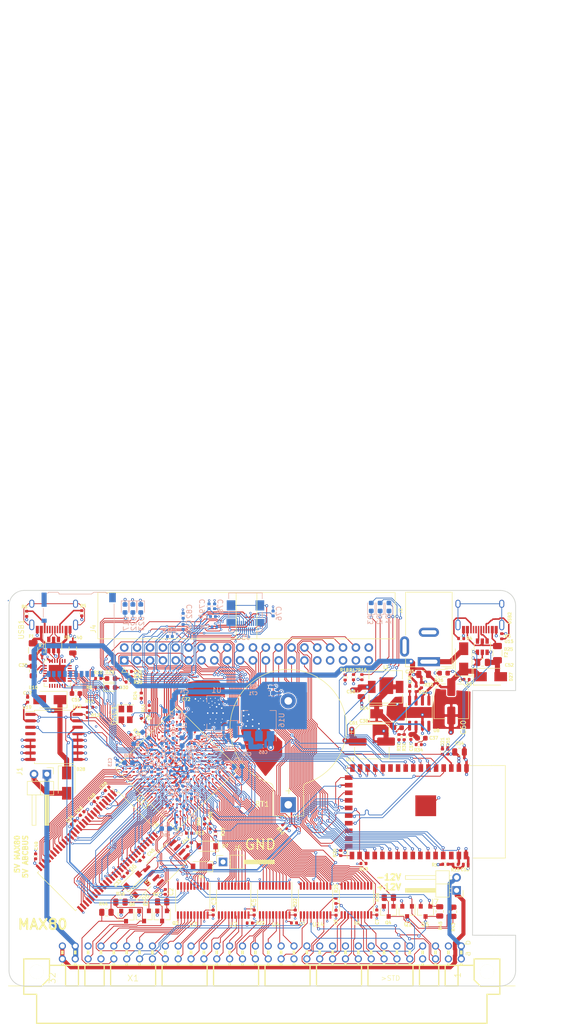
<source format=kicad_pcb>
(kicad_pcb (version 20171130) (host pcbnew 5.1.10-88a1d61d58~88~ubuntu20.04.1)

  (general
    (thickness 1.6)
    (drawings 19)
    (tracks 5224)
    (zones 0)
    (modules 182)
    (nets 255)
  )

  (page A4)
  (title_block
    (title MAX80)
    (date 2021-01-31)
    (rev 0.01)
    (company "No name")
  )

  (layers
    (0 F.Cu signal)
    (1 In1.Cu power)
    (2 In2.Cu signal)
    (31 B.Cu signal)
    (32 B.Adhes user)
    (33 F.Adhes user)
    (34 B.Paste user)
    (35 F.Paste user)
    (36 B.SilkS user)
    (37 F.SilkS user)
    (38 B.Mask user)
    (39 F.Mask user)
    (40 Dwgs.User user)
    (41 Cmts.User user)
    (42 Eco1.User user)
    (43 Eco2.User user)
    (44 Edge.Cuts user)
    (45 Margin user)
    (46 B.CrtYd user)
    (47 F.CrtYd user)
    (48 B.Fab user hide)
    (49 F.Fab user hide)
  )

  (setup
    (last_trace_width 0.15)
    (user_trace_width 0.15)
    (user_trace_width 0.3)
    (user_trace_width 0.5)
    (trace_clearance 0.15)
    (zone_clearance 0.15)
    (zone_45_only no)
    (trace_min 0.15)
    (via_size 0.6)
    (via_drill 0.3)
    (via_min_size 0.45)
    (via_min_drill 0.2)
    (user_via 0.45 0.2)
    (uvia_size 0.3)
    (uvia_drill 0.1)
    (uvias_allowed yes)
    (uvia_min_size 0.2)
    (uvia_min_drill 0.1)
    (edge_width 0.15)
    (segment_width 0.3)
    (pcb_text_width 0.3)
    (pcb_text_size 1.5 1.5)
    (mod_edge_width 0.15)
    (mod_text_size 1 1)
    (mod_text_width 0.15)
    (pad_size 0.46 0.4)
    (pad_drill 0)
    (pad_to_mask_clearance 0)
    (aux_axis_origin 0 0)
    (visible_elements FFFFFF7F)
    (pcbplotparams
      (layerselection 0x010fc_ffffffff)
      (usegerberextensions false)
      (usegerberattributes true)
      (usegerberadvancedattributes true)
      (creategerberjobfile true)
      (excludeedgelayer true)
      (linewidth 0.100000)
      (plotframeref false)
      (viasonmask false)
      (mode 1)
      (useauxorigin false)
      (hpglpennumber 1)
      (hpglpenspeed 20)
      (hpglpendiameter 15.000000)
      (psnegative false)
      (psa4output false)
      (plotreference true)
      (plotvalue true)
      (plotinvisibletext false)
      (padsonsilk false)
      (subtractmaskfromsilk false)
      (outputformat 1)
      (mirror false)
      (drillshape 0)
      (scaleselection 1)
      (outputdirectory "abc80_gerber"))
  )

  (net 0 "")
  (net 1 GND)
  (net 2 +5V)
  (net 3 "Net-(R5-Pad2)")
  (net 4 "Net-(R6-Pad2)")
  (net 5 "Net-(R7-Pad1)")
  (net 6 "Net-(U10-Pad5)")
  (net 7 "Net-(U10-Pad4)")
  (net 8 "Net-(U9-Pad4)")
  (net 9 "Net-(U9-Pad6)")
  (net 10 "Net-(USB1-Pad13)")
  (net 11 "Net-(BT1-Pad1)")
  (net 12 /A4)
  (net 13 /A3)
  (net 14 /A2)
  (net 15 /A1)
  (net 16 /A0)
  (net 17 /IO0)
  (net 18 /IO3)
  (net 19 /IO4)
  (net 20 /IO5)
  (net 21 /IO6)
  (net 22 /IO7)
  (net 23 /A11)
  (net 24 /IO9)
  (net 25 /A8)
  (net 26 /A7)
  (net 27 /A6)
  (net 28 /A5)
  (net 29 /A9)
  (net 30 /A10)
  (net 31 /A12)
  (net 32 /IO8)
  (net 33 /IO10)
  (net 34 /IO11)
  (net 35 /IO12)
  (net 36 /IO13)
  (net 37 /IO14)
  (net 38 /IO15)
  (net 39 /abc80bus/D7)
  (net 40 /abc80bus/D6)
  (net 41 /abc80bus/D5)
  (net 42 /abc80bus/D4)
  (net 43 /abc80bus/D3)
  (net 44 /abc80bus/D2)
  (net 45 /abc80bus/D1)
  (net 46 /abc80bus/D0)
  (net 47 /abc80bus/A8)
  (net 48 /abc80bus/A9)
  (net 49 /abc80bus/A10)
  (net 50 /abc80bus/A11)
  (net 51 /abc80bus/A12)
  (net 52 /abc80bus/A13)
  (net 53 /abc80bus/A14)
  (net 54 /abc80bus/A15)
  (net 55 /abc80bus/A7)
  (net 56 /abc80bus/A6)
  (net 57 /abc80bus/A5)
  (net 58 /abc80bus/A4)
  (net 59 /abc80bus/A3)
  (net 60 /abc80bus/A2)
  (net 61 /abc80bus/A1)
  (net 62 /abc80bus/A0)
  (net 63 /IO1)
  (net 64 /IO2)
  (net 65 /32KHZ)
  (net 66 /RTC_INT)
  (net 67 /abc80bus/ABC5V)
  (net 68 /SD_DAT1)
  (net 69 /SD_DAT3)
  (net 70 /SD_CMD)
  (net 71 /SD_CLK)
  (net 72 /SD_DAT0)
  (net 73 FPGA_TDI)
  (net 74 FPGA_TMS)
  (net 75 FPGA_TDO)
  (net 76 FPGA_TCK)
  (net 77 ABC_CLK_5)
  (net 78 /FPGA_SCL)
  (net 79 /FPGA_SDA)
  (net 80 FPGA_SPI_CLK)
  (net 81 FGPA_SPI_CS_ESP32)
  (net 82 INT_ESP32)
  (net 83 "Net-(C53-Pad1)")
  (net 84 "Net-(F2-Pad2)")
  (net 85 ESP32_TDO)
  (net 86 ESP32_TCK)
  (net 87 ESP32_TMS)
  (net 88 ESP32_IO0)
  (net 89 ESP32_RXD)
  (net 90 ESP32_TXD)
  (net 91 ESP32_EN)
  (net 92 "Net-(R3-Pad2)")
  (net 93 "Net-(R4-Pad2)")
  (net 94 /ESP32/USB_D-)
  (net 95 /ESP32/USB_D+)
  (net 96 ESP32_TDI)
  (net 97 "Net-(U15-Pad6)")
  (net 98 "Net-(U15-Pad4)")
  (net 99 "Net-(USB2-Pad13)")
  (net 100 "Net-(D1-Pad2)")
  (net 101 "Net-(D1-Pad1)")
  (net 102 "Net-(D2-Pad2)")
  (net 103 "Net-(D2-Pad1)")
  (net 104 "Net-(D3-Pad2)")
  (net 105 "Net-(D3-Pad1)")
  (net 106 ESP32_SCL)
  (net 107 ESP32_SDA)
  (net 108 ESP32_CS2)
  (net 109 ESP32_CS0)
  (net 110 ESP32_MISO)
  (net 111 ESP32_SCK)
  (net 112 ESP32_MOSI)
  (net 113 ESP32_CS1)
  (net 114 /FPGA_USB_TXD)
  (net 115 /FPGA_USB_RXD)
  (net 116 /abc80bus/~CS)
  (net 117 /abc80bus/~C4)
  (net 118 /abc80bus/~C3)
  (net 119 /abc80bus/~C2)
  (net 120 /abc80bus/~C1)
  (net 121 /abc80bus/~OUT)
  (net 122 /abc80bus/~RST)
  (net 123 /abc80bus/~XMEMFL)
  (net 124 /abc80bus/~INP)
  (net 125 /abc80bus/~STATUS)
  (net 126 /abc80bus/~XINPSTB)
  (net 127 /abc80bus/~XOUTSTB)
  (net 128 AD0)
  (net 129 AD1)
  (net 130 AD2)
  (net 131 AD3)
  (net 132 AD4)
  (net 133 AD5)
  (net 134 AD6)
  (net 135 AD7)
  (net 136 /abc80bus/~RESIN)
  (net 137 /FPGA_LED1)
  (net 138 /FPGA_LED2)
  (net 139 /FPGA_LED3)
  (net 140 "Net-(D17-Pad2)")
  (net 141 "Net-(D22-Pad2)")
  (net 142 "Net-(D23-Pad2)")
  (net 143 FPGA_GPIO3)
  (net 144 FPGA_GPIO2)
  (net 145 FPGA_GPIO1)
  (net 146 FPGA_GPIO0)
  (net 147 FPGA_GPIO5)
  (net 148 FPGA_GPIO4)
  (net 149 "Net-(C36-Pad1)")
  (net 150 "Net-(C37-Pad2)")
  (net 151 "Net-(C37-Pad1)")
  (net 152 "Net-(C38-Pad2)")
  (net 153 "Net-(R32-Pad2)")
  (net 154 "Net-(R35-Pad2)")
  (net 155 "Net-(C38-Pad1)")
  (net 156 /abc80bus/READY)
  (net 157 /abc80bus/~NMI)
  (net 158 ~FPGA_READY)
  (net 159 FPGA_NMI)
  (net 160 "Net-(D26-Pad2)")
  (net 161 FPGA_RESIN)
  (net 162 /DQMH)
  (net 163 /CLK)
  (net 164 /CKE)
  (net 165 /BA1)
  (net 166 /BA0)
  (net 167 /DQML)
  (net 168 "Net-(D28-Pad2)")
  (net 169 "Net-(D25-Pad2)")
  (net 170 "Net-(F1-Pad2)")
  (net 171 /FPGA_USB_RTS)
  (net 172 /FPGA_USB_CTS)
  (net 173 "Net-(C39-Pad1)")
  (net 174 "Net-(C52-Pad1)")
  (net 175 /WE#)
  (net 176 /CAS#)
  (net 177 /RAS#)
  (net 178 /CS#)
  (net 179 "Net-(D29-Pad1)")
  (net 180 "Net-(D30-Pad1)")
  (net 181 +3V3)
  (net 182 +2V5)
  (net 183 +1V2)
  (net 184 "Net-(R13-Pad1)")
  (net 185 "Net-(R37-Pad2)")
  (net 186 "Net-(R38-Pad2)")
  (net 187 "Net-(R41-Pad2)")
  (net 188 DATA0)
  (net 189 ~CS_ABC_3V3)
  (net 190 ~OUT_ABC_3V3)
  (net 191 AD8)
  (net 192 ~C1_ABC_3V3)
  (net 193 AD9)
  (net 194 ~C2_ABC_3V3)
  (net 195 AD10)
  (net 196 ~C3_ABC_3V3)
  (net 197 ~C4_ABC_3V3)
  (net 198 AD11)
  (net 199 AD12)
  (net 200 AD13)
  (net 201 AD14)
  (net 202 AD15)
  (net 203 DLCK)
  (net 204 ASD0)
  (net 205 nCE0)
  (net 206 ~INP_ABC_3V3)
  (net 207 ~STATUS_ABC_3V3)
  (net 208 DD0)
  (net 209 DD1)
  (net 210 DD2)
  (net 211 DD3)
  (net 212 DD4)
  (net 213 DD5)
  (net 214 DD6)
  (net 215 DD7)
  (net 216 DD8)
  (net 217 ~XOUTSTB_ABC_3V3)
  (net 218 ~RST_ABC_3V3)
  (net 219 ~XMEMFL_ABC_3V3)
  (net 220 ~XINPSTB_ABC_3V3)
  (net 221 ABC_CLK_3V3)
  (net 222 DD9)
  (net 223 FPGA_SPI_MOSI)
  (net 224 FPGA_SPI_MISO)
  (net 225 /SD_DAT2)
  (net 226 CLK0n)
  (net 227 "Net-(J5-PadSH)")
  (net 228 HDMI_CK-)
  (net 229 HDMI_D0+)
  (net 230 HDMI_D1-)
  (net 231 HDMI_D2+)
  (net 232 HDMI_CK+)
  (net 233 HDMI_D0-)
  (net 234 HDMI_D1+)
  (net 235 HDMI_D2-)
  (net 236 HDMI_SDA)
  (net 237 HDMI_HPD)
  (net 238 HDMI_SCL)
  (net 239 FPGA_JTAGEN)
  (net 240 FLASH_CS#)
  (net 241 /abc80bus/~INT)
  (net 242 /abc80bus/~XMEMW800)
  (net 243 /abc80bus/~XMEMW80)
  (net 244 INT_ABC_3V3)
  (net 245 INT800_ABC_3V3)
  (net 246 ~XMEMW80_ABC_3V3)
  (net 247 ~XMEMW800_ABC_3V3)
  (net 248 /abc80bus/~XM)
  (net 249 XM_ABC_3V3)
  (net 250 "Net-(R25-Pad2)")
  (net 251 AD16)
  (net 252 DD10)
  (net 253 /abc80bus/ABC_-12V)
  (net 254 /abc80bus/ABC_12V)

  (net_class Default "This is the default net class."
    (clearance 0.15)
    (trace_width 0.15)
    (via_dia 0.6)
    (via_drill 0.3)
    (uvia_dia 0.3)
    (uvia_drill 0.1)
    (add_net +1V2)
    (add_net +2V5)
    (add_net +3V3)
    (add_net +5V)
    (add_net /32KHZ)
    (add_net /A0)
    (add_net /A1)
    (add_net /A10)
    (add_net /A11)
    (add_net /A12)
    (add_net /A2)
    (add_net /A3)
    (add_net /A4)
    (add_net /A5)
    (add_net /A6)
    (add_net /A7)
    (add_net /A8)
    (add_net /A9)
    (add_net /BA0)
    (add_net /BA1)
    (add_net /CAS#)
    (add_net /CKE)
    (add_net /CLK)
    (add_net /CS#)
    (add_net /DQMH)
    (add_net /DQML)
    (add_net /ESP32/USB_D+)
    (add_net /ESP32/USB_D-)
    (add_net /FPGA_LED1)
    (add_net /FPGA_LED2)
    (add_net /FPGA_LED3)
    (add_net /FPGA_SCL)
    (add_net /FPGA_SDA)
    (add_net /FPGA_USB_CTS)
    (add_net /FPGA_USB_DTR)
    (add_net /FPGA_USB_RTS)
    (add_net /FPGA_USB_RXD)
    (add_net /FPGA_USB_TXD)
    (add_net /IO0)
    (add_net /IO1)
    (add_net /IO10)
    (add_net /IO11)
    (add_net /IO12)
    (add_net /IO13)
    (add_net /IO14)
    (add_net /IO15)
    (add_net /IO2)
    (add_net /IO3)
    (add_net /IO4)
    (add_net /IO5)
    (add_net /IO6)
    (add_net /IO7)
    (add_net /IO8)
    (add_net /IO9)
    (add_net /RAS#)
    (add_net /RTC_INT)
    (add_net /SD_CLK)
    (add_net /SD_CMD)
    (add_net /SD_DAT0)
    (add_net /SD_DAT1)
    (add_net /SD_DAT2)
    (add_net /SD_DAT3)
    (add_net /WE#)
    (add_net /abc80bus/A0)
    (add_net /abc80bus/A1)
    (add_net /abc80bus/A10)
    (add_net /abc80bus/A11)
    (add_net /abc80bus/A12)
    (add_net /abc80bus/A13)
    (add_net /abc80bus/A14)
    (add_net /abc80bus/A15)
    (add_net /abc80bus/A2)
    (add_net /abc80bus/A3)
    (add_net /abc80bus/A4)
    (add_net /abc80bus/A5)
    (add_net /abc80bus/A6)
    (add_net /abc80bus/A7)
    (add_net /abc80bus/A8)
    (add_net /abc80bus/A9)
    (add_net /abc80bus/ABC5V)
    (add_net /abc80bus/ABC_-12V)
    (add_net /abc80bus/ABC_12V)
    (add_net /abc80bus/D0)
    (add_net /abc80bus/D1)
    (add_net /abc80bus/D2)
    (add_net /abc80bus/D3)
    (add_net /abc80bus/D4)
    (add_net /abc80bus/D5)
    (add_net /abc80bus/D6)
    (add_net /abc80bus/D7)
    (add_net /abc80bus/READY)
    (add_net /abc80bus/~C1)
    (add_net /abc80bus/~C2)
    (add_net /abc80bus/~C3)
    (add_net /abc80bus/~C4)
    (add_net /abc80bus/~CS)
    (add_net /abc80bus/~INP)
    (add_net /abc80bus/~INT)
    (add_net /abc80bus/~NMI)
    (add_net /abc80bus/~OUT)
    (add_net /abc80bus/~RESIN)
    (add_net /abc80bus/~RST)
    (add_net /abc80bus/~STATUS)
    (add_net /abc80bus/~XINPSTB)
    (add_net /abc80bus/~XM)
    (add_net /abc80bus/~XMEMFL)
    (add_net /abc80bus/~XMEMW80)
    (add_net /abc80bus/~XMEMW800)
    (add_net /abc80bus/~XOUTSTB)
    (add_net ABC_CLK_3V3)
    (add_net ABC_CLK_5)
    (add_net AD0)
    (add_net AD1)
    (add_net AD10)
    (add_net AD11)
    (add_net AD12)
    (add_net AD13)
    (add_net AD14)
    (add_net AD15)
    (add_net AD16)
    (add_net AD2)
    (add_net AD3)
    (add_net AD4)
    (add_net AD5)
    (add_net AD6)
    (add_net AD7)
    (add_net AD8)
    (add_net AD9)
    (add_net ASD0)
    (add_net CLK0n)
    (add_net DATA0)
    (add_net DD0)
    (add_net DD1)
    (add_net DD10)
    (add_net DD2)
    (add_net DD3)
    (add_net DD4)
    (add_net DD5)
    (add_net DD6)
    (add_net DD7)
    (add_net DD8)
    (add_net DD9)
    (add_net DLCK)
    (add_net ESP32_CS0)
    (add_net ESP32_CS1)
    (add_net ESP32_CS2)
    (add_net ESP32_EN)
    (add_net ESP32_IO0)
    (add_net ESP32_MISO)
    (add_net ESP32_MOSI)
    (add_net ESP32_RXD)
    (add_net ESP32_SCK)
    (add_net ESP32_SCL)
    (add_net ESP32_SDA)
    (add_net ESP32_TCK)
    (add_net ESP32_TDI)
    (add_net ESP32_TDO)
    (add_net ESP32_TMS)
    (add_net ESP32_TXD)
    (add_net FGPA_SPI_CS_ESP32)
    (add_net FLASH_CS#)
    (add_net FPGA_GPIO0)
    (add_net FPGA_GPIO1)
    (add_net FPGA_GPIO2)
    (add_net FPGA_GPIO3)
    (add_net FPGA_GPIO4)
    (add_net FPGA_GPIO5)
    (add_net FPGA_JTAGEN)
    (add_net FPGA_NMI)
    (add_net FPGA_RESIN)
    (add_net FPGA_SPI_CLK)
    (add_net FPGA_SPI_MISO)
    (add_net FPGA_SPI_MOSI)
    (add_net FPGA_TCK)
    (add_net FPGA_TDI)
    (add_net FPGA_TDO)
    (add_net FPGA_TMS)
    (add_net GND)
    (add_net HDMI_CK+)
    (add_net HDMI_CK-)
    (add_net HDMI_D0+)
    (add_net HDMI_D0-)
    (add_net HDMI_D1+)
    (add_net HDMI_D1-)
    (add_net HDMI_D2+)
    (add_net HDMI_D2-)
    (add_net HDMI_HPD)
    (add_net HDMI_SCL)
    (add_net HDMI_SDA)
    (add_net INT800_ABC_3V3)
    (add_net INT_ABC_3V3)
    (add_net INT_ESP32)
    (add_net "Net-(BT1-Pad1)")
    (add_net "Net-(C36-Pad1)")
    (add_net "Net-(C37-Pad1)")
    (add_net "Net-(C37-Pad2)")
    (add_net "Net-(C38-Pad1)")
    (add_net "Net-(C38-Pad2)")
    (add_net "Net-(C39-Pad1)")
    (add_net "Net-(C52-Pad1)")
    (add_net "Net-(C53-Pad1)")
    (add_net "Net-(D1-Pad1)")
    (add_net "Net-(D1-Pad2)")
    (add_net "Net-(D17-Pad2)")
    (add_net "Net-(D2-Pad1)")
    (add_net "Net-(D2-Pad2)")
    (add_net "Net-(D22-Pad2)")
    (add_net "Net-(D23-Pad2)")
    (add_net "Net-(D25-Pad2)")
    (add_net "Net-(D26-Pad2)")
    (add_net "Net-(D28-Pad2)")
    (add_net "Net-(D29-Pad1)")
    (add_net "Net-(D3-Pad1)")
    (add_net "Net-(D3-Pad2)")
    (add_net "Net-(D30-Pad1)")
    (add_net "Net-(F1-Pad2)")
    (add_net "Net-(F2-Pad2)")
    (add_net "Net-(J4-Pad40)")
    (add_net "Net-(J4-Pad6)")
    (add_net "Net-(J4-Pad8)")
    (add_net "Net-(J5-Pad10)")
    (add_net "Net-(J5-Pad14)")
    (add_net "Net-(J5-Pad17)")
    (add_net "Net-(J5-PadSH)")
    (add_net "Net-(R13-Pad1)")
    (add_net "Net-(R25-Pad2)")
    (add_net "Net-(R3-Pad2)")
    (add_net "Net-(R32-Pad2)")
    (add_net "Net-(R35-Pad2)")
    (add_net "Net-(R37-Pad2)")
    (add_net "Net-(R38-Pad2)")
    (add_net "Net-(R4-Pad2)")
    (add_net "Net-(R41-Pad2)")
    (add_net "Net-(R5-Pad2)")
    (add_net "Net-(R6-Pad2)")
    (add_net "Net-(R7-Pad1)")
    (add_net "Net-(U10-Pad1)")
    (add_net "Net-(U10-Pad10)")
    (add_net "Net-(U10-Pad11)")
    (add_net "Net-(U10-Pad12)")
    (add_net "Net-(U10-Pad13)")
    (add_net "Net-(U10-Pad14)")
    (add_net "Net-(U10-Pad15)")
    (add_net "Net-(U10-Pad16)")
    (add_net "Net-(U10-Pad17)")
    (add_net "Net-(U10-Pad18)")
    (add_net "Net-(U10-Pad19)")
    (add_net "Net-(U10-Pad2)")
    (add_net "Net-(U10-Pad20)")
    (add_net "Net-(U10-Pad21)")
    (add_net "Net-(U10-Pad22)")
    (add_net "Net-(U10-Pad27)")
    (add_net "Net-(U10-Pad4)")
    (add_net "Net-(U10-Pad5)")
    (add_net "Net-(U11-Pad10)")
    (add_net "Net-(U11-Pad11)")
    (add_net "Net-(U11-Pad25)")
    (add_net "Net-(U11-Pad40)")
    (add_net "Net-(U12-Pad4)")
    (add_net "Net-(U13-PadC3)")
    (add_net "Net-(U13-PadJ12)")
    (add_net "Net-(U13-PadJ13)")
    (add_net "Net-(U13-PadJ14)")
    (add_net "Net-(U13-PadK10)")
    (add_net "Net-(U13-PadK12)")
    (add_net "Net-(U13-PadK6)")
    (add_net "Net-(U13-PadK9)")
    (add_net "Net-(U13-PadL11)")
    (add_net "Net-(U13-PadL13)")
    (add_net "Net-(U13-PadL14)")
    (add_net "Net-(U13-PadL15)")
    (add_net "Net-(U13-PadL16)")
    (add_net "Net-(U13-PadL9)")
    (add_net "Net-(U13-PadM9)")
    (add_net "Net-(U13-PadN11)")
    (add_net "Net-(U13-PadN12)")
    (add_net "Net-(U13-PadN14)")
    (add_net "Net-(U13-PadN9)")
    (add_net "Net-(U13-PadP11)")
    (add_net "Net-(U13-PadP14)")
    (add_net "Net-(U13-PadP15)")
    (add_net "Net-(U13-PadP9)")
    (add_net "Net-(U13-PadR11)")
    (add_net "Net-(U13-PadR12)")
    (add_net "Net-(U14-Pad15)")
    (add_net "Net-(U14-Pad5)")
    (add_net "Net-(U15-Pad4)")
    (add_net "Net-(U15-Pad6)")
    (add_net "Net-(U6-Pad40)")
    (add_net "Net-(U9-Pad4)")
    (add_net "Net-(U9-Pad6)")
    (add_net "Net-(USB1-Pad13)")
    (add_net "Net-(USB1-Pad3)")
    (add_net "Net-(USB1-Pad5)")
    (add_net "Net-(USB1-Pad8)")
    (add_net "Net-(USB1-Pad9)")
    (add_net "Net-(USB2-Pad13)")
    (add_net "Net-(USB2-Pad3)")
    (add_net "Net-(USB2-Pad5)")
    (add_net "Net-(USB2-Pad8)")
    (add_net "Net-(USB2-Pad9)")
    (add_net "Net-(X1-PadA14)")
    (add_net "Net-(X1-PadA25)")
    (add_net "Net-(X1-PadA29)")
    (add_net "Net-(X1-PadB10)")
    (add_net "Net-(X1-PadB11)")
    (add_net "Net-(X1-PadB12)")
    (add_net "Net-(X1-PadB30)")
    (add_net "Net-(X1-PadB6)")
    (add_net "Net-(X1-PadB7)")
    (add_net "Net-(X1-PadB8)")
    (add_net "Net-(X1-PadB9)")
    (add_net XM_ABC_3V3)
    (add_net nCE0)
    (add_net ~C1_ABC_3V3)
    (add_net ~C2_ABC_3V3)
    (add_net ~C3_ABC_3V3)
    (add_net ~C4_ABC_3V3)
    (add_net ~CS_ABC_3V3)
    (add_net ~FPGA_READY)
    (add_net ~INP_ABC_3V3)
    (add_net ~OUT_ABC_3V3)
    (add_net ~RST_ABC_3V3)
    (add_net ~STATUS_ABC_3V3)
    (add_net ~XINPSTB_ABC_3V3)
    (add_net ~XMEMFL_ABC_3V3)
    (add_net ~XMEMW800_ABC_3V3)
    (add_net ~XMEMW80_ABC_3V3)
    (add_net ~XOUTSTB_ABC_3V3)
  )

  (module Package_BGA:BGA-256_17.0x17.0mm_Layout16x16_P1.0mm_Ball0.5mm_Pad0.4mm_NSMD (layer F.Cu) (tedit 5A058D74) (tstamp 6073D206)
    (at 85.625 136.085 135)
    (descr "BGA-256, dimensions: https://www.xilinx.com/support/documentation/package_specs/ft256.pdf, design rules: https://www.xilinx.com/support/documentation/user_guides/ug1099-bga-device-design-rules.pdf")
    (tags BGA-256)
    (path /6054E41F)
    (attr smd)
    (fp_text reference U13 (at 0 -9.6 135) (layer F.SilkS)
      (effects (font (size 1 1) (thickness 0.15)))
    )
    (fp_text value EP4CE15F17C8N (at 0 9.7 135) (layer F.Fab)
      (effects (font (size 1 1) (thickness 0.15)))
    )
    (fp_line (start -8.1 -8.8) (end -8.8 -8.8) (layer F.SilkS) (width 0.12))
    (fp_line (start -8.8 -8.8) (end -8.8 -8.1) (layer F.SilkS) (width 0.12))
    (fp_line (start 8.6 -8.6) (end -8.6 -8.6) (layer F.SilkS) (width 0.12))
    (fp_line (start -8.6 -8.6) (end -8.6 8.6) (layer F.SilkS) (width 0.12))
    (fp_line (start -8.6 8.6) (end 8.6 8.6) (layer F.SilkS) (width 0.12))
    (fp_line (start 8.6 8.6) (end 8.6 -8.6) (layer F.SilkS) (width 0.12))
    (fp_line (start -8.5 8.5) (end 8.5 8.5) (layer F.Fab) (width 0.1))
    (fp_line (start 8.5 8.5) (end 8.5 -8.5) (layer F.Fab) (width 0.1))
    (fp_line (start 8.5 -8.5) (end -8 -8.5) (layer F.Fab) (width 0.1))
    (fp_line (start -8 -8.5) (end -8.5 -8) (layer F.Fab) (width 0.1))
    (fp_line (start -8.5 -8) (end -8.5 8.5) (layer F.Fab) (width 0.1))
    (fp_line (start -9.5 -9.5) (end 9.5 -9.5) (layer F.CrtYd) (width 0.05))
    (fp_line (start -9.5 -9.5) (end -9.5 9.5) (layer F.CrtYd) (width 0.05))
    (fp_line (start 9.5 9.5) (end 9.5 -9.5) (layer F.CrtYd) (width 0.05))
    (fp_line (start 9.5 9.5) (end -9.5 9.5) (layer F.CrtYd) (width 0.05))
    (fp_text user %R (at 0 0 135) (layer F.Fab)
      (effects (font (size 1 1) (thickness 0.15)))
    )
    (pad H16 smd circle (at 7.5 -0.5 135) (size 0.4 0.4) (layers F.Cu F.Paste F.Mask)
      (net 1 GND))
    (pad J16 smd circle (at 7.5 0.5 135) (size 0.4 0.4) (layers F.Cu F.Paste F.Mask)
      (net 228 HDMI_CK-))
    (pad K16 smd circle (at 7.5 1.5 135) (size 0.4 0.4) (layers F.Cu F.Paste F.Mask)
      (net 233 HDMI_D0-))
    (pad L16 smd circle (at 7.5 2.5 135) (size 0.4 0.4) (layers F.Cu F.Paste F.Mask))
    (pad M16 smd circle (at 7.5 3.5 135) (size 0.4 0.4) (layers F.Cu F.Paste F.Mask)
      (net 1 GND))
    (pad N16 smd circle (at 7.5 4.5 135) (size 0.4 0.4) (layers F.Cu F.Paste F.Mask)
      (net 230 HDMI_D1-))
    (pad P16 smd circle (at 7.5 5.5 135) (size 0.4 0.4) (layers F.Cu F.Paste F.Mask)
      (net 235 HDMI_D2-))
    (pad R16 smd circle (at 7.5 6.5 135) (size 0.4 0.4) (layers F.Cu F.Paste F.Mask)
      (net 231 HDMI_D2+))
    (pad T16 smd circle (at 7.5 7.5 135) (size 0.4 0.4) (layers F.Cu F.Paste F.Mask)
      (net 181 +3V3))
    (pad N12 smd circle (at 3.5 4.5 135) (size 0.4 0.4) (layers F.Cu F.Paste F.Mask))
    (pad M12 smd circle (at 3.5 3.5 135) (size 0.4 0.4) (layers F.Cu F.Paste F.Mask)
      (net 1 GND))
    (pad L12 smd circle (at 3.5 2.5 135) (size 0.4 0.4) (layers F.Cu F.Paste F.Mask)
      (net 182 +2V5))
    (pad K12 smd circle (at 3.5 1.5 135) (size 0.4 0.4) (layers F.Cu F.Paste F.Mask))
    (pad K11 smd circle (at 2.5 1.5 135) (size 0.4 0.4) (layers F.Cu F.Paste F.Mask)
      (net 183 +1V2))
    (pad L11 smd circle (at 2.5 2.5 135) (size 0.4 0.4) (layers F.Cu F.Paste F.Mask))
    (pad M11 smd circle (at 2.5 3.5 135) (size 0.4 0.4) (layers F.Cu F.Paste F.Mask)
      (net 238 HDMI_SCL))
    (pad N11 smd circle (at 2.5 4.5 135) (size 0.4 0.4) (layers F.Cu F.Paste F.Mask))
    (pad T15 smd circle (at 6.5 7.5 135) (size 0.4 0.4) (layers F.Cu F.Paste F.Mask)
      (net 237 HDMI_HPD))
    (pad R15 smd circle (at 6.5 6.5 135) (size 0.4 0.4) (layers F.Cu F.Paste F.Mask)
      (net 1 GND))
    (pad P15 smd circle (at 6.5 5.5 135) (size 0.4 0.4) (layers F.Cu F.Paste F.Mask))
    (pad N15 smd circle (at 6.5 4.5 135) (size 0.4 0.4) (layers F.Cu F.Paste F.Mask)
      (net 234 HDMI_D1+))
    (pad M15 smd circle (at 6.5 3.5 135) (size 0.4 0.4) (layers F.Cu F.Paste F.Mask)
      (net 226 CLK0n))
    (pad L15 smd circle (at 6.5 2.5 135) (size 0.4 0.4) (layers F.Cu F.Paste F.Mask))
    (pad K15 smd circle (at 6.5 1.5 135) (size 0.4 0.4) (layers F.Cu F.Paste F.Mask)
      (net 229 HDMI_D0+))
    (pad J15 smd circle (at 6.5 0.5 135) (size 0.4 0.4) (layers F.Cu F.Paste F.Mask)
      (net 232 HDMI_CK+))
    (pad H15 smd circle (at 6.5 -0.5 135) (size 0.4 0.4) (layers F.Cu F.Paste F.Mask)
      (net 1 GND))
    (pad H14 smd circle (at 5.5 -0.5 135) (size 0.4 0.4) (layers F.Cu F.Paste F.Mask)
      (net 186 "Net-(R38-Pad2)"))
    (pad J14 smd circle (at 5.5 0.5 135) (size 0.4 0.4) (layers F.Cu F.Paste F.Mask))
    (pad K14 smd circle (at 5.5 1.5 135) (size 0.4 0.4) (layers F.Cu F.Paste F.Mask)
      (net 182 +2V5))
    (pad L14 smd circle (at 5.5 2.5 135) (size 0.4 0.4) (layers F.Cu F.Paste F.Mask))
    (pad M14 smd circle (at 5.5 3.5 135) (size 0.4 0.4) (layers F.Cu F.Paste F.Mask)
      (net 182 +2V5))
    (pad N14 smd circle (at 5.5 4.5 135) (size 0.4 0.4) (layers F.Cu F.Paste F.Mask))
    (pad P14 smd circle (at 5.5 5.5 135) (size 0.4 0.4) (layers F.Cu F.Paste F.Mask))
    (pad R14 smd circle (at 5.5 6.5 135) (size 0.4 0.4) (layers F.Cu F.Paste F.Mask)
      (net 138 /FPGA_LED2))
    (pad T14 smd circle (at 5.5 7.5 135) (size 0.4 0.4) (layers F.Cu F.Paste F.Mask)
      (net 139 /FPGA_LED3))
    (pad N10 smd circle (at 1.5 4.5 135) (size 0.4 0.4) (layers F.Cu F.Paste F.Mask)
      (net 1 GND))
    (pad M10 smd circle (at 1.5 3.5 135) (size 0.4 0.4) (layers F.Cu F.Paste F.Mask)
      (net 68 /SD_DAT1))
    (pad L10 smd circle (at 1.5 2.5 135) (size 0.4 0.4) (layers F.Cu F.Paste F.Mask)
      (net 217 ~XOUTSTB_ABC_3V3))
    (pad K10 smd circle (at 1.5 1.5 135) (size 0.4 0.4) (layers F.Cu F.Paste F.Mask))
    (pad K9 smd circle (at 0.5 1.5 135) (size 0.4 0.4) (layers F.Cu F.Paste F.Mask))
    (pad L9 smd circle (at 0.5 2.5 135) (size 0.4 0.4) (layers F.Cu F.Paste F.Mask))
    (pad M9 smd circle (at 0.5 3.5 135) (size 0.4 0.4) (layers F.Cu F.Paste F.Mask))
    (pad N9 smd circle (at 0.5 4.5 135) (size 0.4 0.4) (layers F.Cu F.Paste F.Mask))
    (pad T13 smd circle (at 4.5 7.5 135) (size 0.4 0.4) (layers F.Cu F.Paste F.Mask)
      (net 137 /FPGA_LED1))
    (pad R13 smd circle (at 4.5 6.5 135) (size 0.4 0.4) (layers F.Cu F.Paste F.Mask)
      (net 236 HDMI_SDA))
    (pad P13 smd circle (at 4.5 5.5 135) (size 0.4 0.4) (layers F.Cu F.Paste F.Mask)
      (net 181 +3V3))
    (pad N13 smd circle (at 4.5 4.5 135) (size 0.4 0.4) (layers F.Cu F.Paste F.Mask)
      (net 183 +1V2))
    (pad M13 smd circle (at 4.5 3.5 135) (size 0.4 0.4) (layers F.Cu F.Paste F.Mask)
      (net 1 GND))
    (pad L13 smd circle (at 4.5 2.5 135) (size 0.4 0.4) (layers F.Cu F.Paste F.Mask))
    (pad K13 smd circle (at 4.5 1.5 135) (size 0.4 0.4) (layers F.Cu F.Paste F.Mask)
      (net 1 GND))
    (pad J13 smd circle (at 4.5 0.5 135) (size 0.4 0.4) (layers F.Cu F.Paste F.Mask))
    (pad H13 smd circle (at 4.5 -0.5 135) (size 0.4 0.4) (layers F.Cu F.Paste F.Mask)
      (net 1 GND))
    (pad J12 smd circle (at 3.5 0.5 135) (size 0.4 0.4) (layers F.Cu F.Paste F.Mask))
    (pad J11 smd circle (at 2.5 0.5 135) (size 0.4 0.4) (layers F.Cu F.Paste F.Mask)
      (net 1 GND))
    (pad J10 smd circle (at 1.5 0.5 135) (size 0.4 0.4) (layers F.Cu F.Paste F.Mask)
      (net 1 GND))
    (pad H12 smd circle (at 3.5 -0.5 135) (size 0.4 0.4) (layers F.Cu F.Paste F.Mask)
      (net 181 +3V3))
    (pad H11 smd circle (at 2.5 -0.5 135) (size 0.4 0.4) (layers F.Cu F.Paste F.Mask)
      (net 183 +1V2))
    (pad H10 smd circle (at 1.5 -0.5 135) (size 0.4 0.4) (layers F.Cu F.Paste F.Mask)
      (net 1 GND))
    (pad H9 smd circle (at 0.5 -0.5 135) (size 0.4 0.4) (layers F.Cu F.Paste F.Mask)
      (net 1 GND))
    (pad T12 smd circle (at 3.5 7.5 135) (size 0.4 0.4) (layers F.Cu F.Paste F.Mask)
      (net 220 ~XINPSTB_ABC_3V3))
    (pad R12 smd circle (at 3.5 6.5 135) (size 0.4 0.4) (layers F.Cu F.Paste F.Mask))
    (pad G9 smd circle (at 0.5 -1.5 135) (size 0.4 0.4) (layers F.Cu F.Paste F.Mask)
      (net 183 +1V2))
    (pad G10 smd circle (at 1.5 -1.5 135) (size 0.4 0.4) (layers F.Cu F.Paste F.Mask)
      (net 183 +1V2))
    (pad G11 smd circle (at 2.5 -1.5 135) (size 0.4 0.4) (layers F.Cu F.Paste F.Mask)
      (net 1 GND))
    (pad G12 smd circle (at 3.5 -1.5 135) (size 0.4 0.4) (layers F.Cu F.Paste F.Mask)
      (net 1 GND))
    (pad J9 smd circle (at 0.5 0.5 135) (size 0.4 0.4) (layers F.Cu F.Paste F.Mask)
      (net 1 GND))
    (pad F12 smd circle (at 3.5 -2.5 135) (size 0.4 0.4) (layers F.Cu F.Paste F.Mask)
      (net 182 +2V5))
    (pad F11 smd circle (at 2.5 -2.5 135) (size 0.4 0.4) (layers F.Cu F.Paste F.Mask)
      (net 183 +1V2))
    (pad F10 smd circle (at 1.5 -2.5 135) (size 0.4 0.4) (layers F.Cu F.Paste F.Mask)
      (net 1 GND))
    (pad F9 smd circle (at 0.5 -2.5 135) (size 0.4 0.4) (layers F.Cu F.Paste F.Mask)
      (net 175 /WE#))
    (pad P12 smd circle (at 3.5 5.5 135) (size 0.4 0.4) (layers F.Cu F.Paste F.Mask)
      (net 1 GND))
    (pad E12 smd circle (at 3.5 -3.5 135) (size 0.4 0.4) (layers F.Cu F.Paste F.Mask)
      (net 1 GND))
    (pad E11 smd circle (at 2.5 -3.5 135) (size 0.4 0.4) (layers F.Cu F.Paste F.Mask)
      (net 63 /IO1))
    (pad E10 smd circle (at 1.5 -3.5 135) (size 0.4 0.4) (layers F.Cu F.Paste F.Mask)
      (net 167 /DQML))
    (pad E9 smd circle (at 0.5 -3.5 135) (size 0.4 0.4) (layers F.Cu F.Paste F.Mask)
      (net 176 /CAS#))
    (pad N8 smd circle (at -0.5 4.5 135) (size 0.4 0.4) (layers F.Cu F.Paste F.Mask)
      (net 81 FGPA_SPI_CS_ESP32))
    (pad T11 smd circle (at 2.5 7.5 135) (size 0.4 0.4) (layers F.Cu F.Paste F.Mask)
      (net 145 FPGA_GPIO1))
    (pad T10 smd circle (at 1.5 7.5 135) (size 0.4 0.4) (layers F.Cu F.Paste F.Mask)
      (net 252 DD10))
    (pad T9 smd circle (at 0.5 7.5 135) (size 0.4 0.4) (layers F.Cu F.Paste F.Mask)
      (net 1 GND))
    (pad T8 smd circle (at -0.5 7.5 135) (size 0.4 0.4) (layers F.Cu F.Paste F.Mask)
      (net 221 ABC_CLK_3V3))
    (pad T7 smd circle (at -1.5 7.5 135) (size 0.4 0.4) (layers F.Cu F.Paste F.Mask)
      (net 148 FPGA_GPIO4))
    (pad R11 smd circle (at 2.5 6.5 135) (size 0.4 0.4) (layers F.Cu F.Paste F.Mask))
    (pad R10 smd circle (at 1.5 6.5 135) (size 0.4 0.4) (layers F.Cu F.Paste F.Mask)
      (net 143 FPGA_GPIO3))
    (pad R9 smd circle (at 0.5 6.5 135) (size 0.4 0.4) (layers F.Cu F.Paste F.Mask)
      (net 1 GND))
    (pad R8 smd circle (at -0.5 6.5 135) (size 0.4 0.4) (layers F.Cu F.Paste F.Mask)
      (net 1 GND))
    (pad R7 smd circle (at -1.5 6.5 135) (size 0.4 0.4) (layers F.Cu F.Paste F.Mask)
      (net 147 FPGA_GPIO5))
    (pad P7 smd circle (at -1.5 5.5 135) (size 0.4 0.4) (layers F.Cu F.Paste F.Mask)
      (net 181 +3V3))
    (pad P8 smd circle (at -0.5 5.5 135) (size 0.4 0.4) (layers F.Cu F.Paste F.Mask)
      (net 82 INT_ESP32))
    (pad P9 smd circle (at 0.5 5.5 135) (size 0.4 0.4) (layers F.Cu F.Paste F.Mask))
    (pad P10 smd circle (at 1.5 5.5 135) (size 0.4 0.4) (layers F.Cu F.Paste F.Mask)
      (net 181 +3V3))
    (pad P11 smd circle (at 2.5 5.5 135) (size 0.4 0.4) (layers F.Cu F.Paste F.Mask))
    (pad N7 smd circle (at -1.5 4.5 135) (size 0.4 0.4) (layers F.Cu F.Paste F.Mask)
      (net 1 GND))
    (pad N6 smd circle (at -2.5 4.5 135) (size 0.4 0.4) (layers F.Cu F.Paste F.Mask)
      (net 240 FLASH_CS#))
    (pad N5 smd circle (at -3.5 4.5 135) (size 0.4 0.4) (layers F.Cu F.Paste F.Mask)
      (net 210 DD2))
    (pad M8 smd circle (at -0.5 3.5 135) (size 0.4 0.4) (layers F.Cu F.Paste F.Mask)
      (net 223 FPGA_SPI_MOSI))
    (pad T6 smd circle (at -2.5 7.5 135) (size 0.4 0.4) (layers F.Cu F.Paste F.Mask)
      (net 144 FPGA_GPIO2))
    (pad T5 smd circle (at -3.5 7.5 135) (size 0.4 0.4) (layers F.Cu F.Paste F.Mask)
      (net 222 DD9))
    (pad R6 smd circle (at -2.5 6.5 135) (size 0.4 0.4) (layers F.Cu F.Paste F.Mask)
      (net 161 FPGA_RESIN))
    (pad R5 smd circle (at -3.5 6.5 135) (size 0.4 0.4) (layers F.Cu F.Paste F.Mask)
      (net 216 DD8))
    (pad P6 smd circle (at -2.5 5.5 135) (size 0.4 0.4) (layers F.Cu F.Paste F.Mask)
      (net 80 FPGA_SPI_CLK))
    (pad P5 smd circle (at -3.5 5.5 135) (size 0.4 0.4) (layers F.Cu F.Paste F.Mask)
      (net 1 GND))
    (pad M7 smd circle (at -1.5 3.5 135) (size 0.4 0.4) (layers F.Cu F.Paste F.Mask)
      (net 224 FPGA_SPI_MISO))
    (pad M6 smd circle (at -2.5 3.5 135) (size 0.4 0.4) (layers F.Cu F.Paste F.Mask)
      (net 209 DD1))
    (pad M5 smd circle (at -3.5 3.5 135) (size 0.4 0.4) (layers F.Cu F.Paste F.Mask)
      (net 1 GND))
    (pad L8 smd circle (at -0.5 2.5 135) (size 0.4 0.4) (layers F.Cu F.Paste F.Mask)
      (net 88 ESP32_IO0))
    (pad L7 smd circle (at -1.5 2.5 135) (size 0.4 0.4) (layers F.Cu F.Paste F.Mask)
      (net 146 FPGA_GPIO0))
    (pad L6 smd circle (at -2.5 2.5 135) (size 0.4 0.4) (layers F.Cu F.Paste F.Mask)
      (net 183 +1V2))
    (pad L5 smd circle (at -3.5 2.5 135) (size 0.4 0.4) (layers F.Cu F.Paste F.Mask)
      (net 182 +2V5))
    (pad K8 smd circle (at -0.5 1.5 135) (size 0.4 0.4) (layers F.Cu F.Paste F.Mask)
      (net 1 GND))
    (pad K7 smd circle (at -1.5 1.5 135) (size 0.4 0.4) (layers F.Cu F.Paste F.Mask)
      (net 183 +1V2))
    (pad K6 smd circle (at -2.5 1.5 135) (size 0.4 0.4) (layers F.Cu F.Paste F.Mask))
    (pad K5 smd circle (at -3.5 1.5 135) (size 0.4 0.4) (layers F.Cu F.Paste F.Mask)
      (net 194 ~C2_ABC_3V3))
    (pad J8 smd circle (at -0.5 0.5 135) (size 0.4 0.4) (layers F.Cu F.Paste F.Mask)
      (net 1 GND))
    (pad J7 smd circle (at -1.5 0.5 135) (size 0.4 0.4) (layers F.Cu F.Paste F.Mask)
      (net 1 GND))
    (pad J6 smd circle (at -2.5 0.5 135) (size 0.4 0.4) (layers F.Cu F.Paste F.Mask)
      (net 183 +1V2))
    (pad J5 smd circle (at -3.5 0.5 135) (size 0.4 0.4) (layers F.Cu F.Paste F.Mask)
      (net 74 FPGA_TMS))
    (pad H8 smd circle (at -0.5 -0.5 135) (size 0.4 0.4) (layers F.Cu F.Paste F.Mask)
      (net 1 GND))
    (pad H7 smd circle (at -1.5 -0.5 135) (size 0.4 0.4) (layers F.Cu F.Paste F.Mask)
      (net 1 GND))
    (pad H6 smd circle (at -2.5 -0.5 135) (size 0.4 0.4) (layers F.Cu F.Paste F.Mask)
      (net 183 +1V2))
    (pad H5 smd circle (at -3.5 -0.5 135) (size 0.4 0.4) (layers F.Cu F.Paste F.Mask)
      (net 185 "Net-(R37-Pad2)"))
    (pad G8 smd circle (at -0.5 -1.5 135) (size 0.4 0.4) (layers F.Cu F.Paste F.Mask)
      (net 183 +1V2))
    (pad G7 smd circle (at -1.5 -1.5 135) (size 0.4 0.4) (layers F.Cu F.Paste F.Mask)
      (net 183 +1V2))
    (pad G6 smd circle (at -2.5 -1.5 135) (size 0.4 0.4) (layers F.Cu F.Paste F.Mask)
      (net 183 +1V2))
    (pad G5 smd circle (at -3.5 -1.5 135) (size 0.4 0.4) (layers F.Cu F.Paste F.Mask)
      (net 132 AD4))
    (pad F8 smd circle (at -0.5 -2.5 135) (size 0.4 0.4) (layers F.Cu F.Paste F.Mask)
      (net 164 /CKE))
    (pad F7 smd circle (at -1.5 -2.5 135) (size 0.4 0.4) (layers F.Cu F.Paste F.Mask)
      (net 183 +1V2))
    (pad F6 smd circle (at -2.5 -2.5 135) (size 0.4 0.4) (layers F.Cu F.Paste F.Mask)
      (net 1 GND))
    (pad F5 smd circle (at -3.5 -2.5 135) (size 0.4 0.4) (layers F.Cu F.Paste F.Mask)
      (net 182 +2V5))
    (pad E5 smd circle (at -3.5 -3.5 135) (size 0.4 0.4) (layers F.Cu F.Paste F.Mask)
      (net 1 GND))
    (pad E6 smd circle (at -2.5 -3.5 135) (size 0.4 0.4) (layers F.Cu F.Paste F.Mask)
      (net 35 /IO12))
    (pad E7 smd circle (at -1.5 -3.5 135) (size 0.4 0.4) (layers F.Cu F.Paste F.Mask)
      (net 24 /IO9))
    (pad E8 smd circle (at -0.5 -3.5 135) (size 0.4 0.4) (layers F.Cu F.Paste F.Mask)
      (net 27 /A6))
    (pad T4 smd circle (at -4.5 7.5 135) (size 0.4 0.4) (layers F.Cu F.Paste F.Mask)
      (net 215 DD7))
    (pad T3 smd circle (at -5.5 7.5 135) (size 0.4 0.4) (layers F.Cu F.Paste F.Mask)
      (net 213 DD5))
    (pad T2 smd circle (at -6.5 7.5 135) (size 0.4 0.4) (layers F.Cu F.Paste F.Mask)
      (net 211 DD3))
    (pad T1 smd circle (at -7.5 7.5 135) (size 0.4 0.4) (layers F.Cu F.Paste F.Mask)
      (net 181 +3V3))
    (pad R1 smd circle (at -7.5 6.5 135) (size 0.4 0.4) (layers F.Cu F.Paste F.Mask)
      (net 246 ~XMEMW80_ABC_3V3))
    (pad P1 smd circle (at -7.5 5.5 135) (size 0.4 0.4) (layers F.Cu F.Paste F.Mask)
      (net 247 ~XMEMW800_ABC_3V3))
    (pad N1 smd circle (at -7.5 4.5 135) (size 0.4 0.4) (layers F.Cu F.Paste F.Mask)
      (net 202 AD15))
    (pad R2 smd circle (at -6.5 6.5 135) (size 0.4 0.4) (layers F.Cu F.Paste F.Mask)
      (net 1 GND))
    (pad P2 smd circle (at -6.5 5.5 135) (size 0.4 0.4) (layers F.Cu F.Paste F.Mask)
      (net 218 ~RST_ABC_3V3))
    (pad N2 smd circle (at -6.5 4.5 135) (size 0.4 0.4) (layers F.Cu F.Paste F.Mask)
      (net 201 AD14))
    (pad N3 smd circle (at -5.5 4.5 135) (size 0.4 0.4) (layers F.Cu F.Paste F.Mask)
      (net 219 ~XMEMFL_ABC_3V3))
    (pad P3 smd circle (at -5.5 5.5 135) (size 0.4 0.4) (layers F.Cu F.Paste F.Mask)
      (net 208 DD0))
    (pad R3 smd circle (at -5.5 6.5 135) (size 0.4 0.4) (layers F.Cu F.Paste F.Mask)
      (net 212 DD4))
    (pad R4 smd circle (at -4.5 6.5 135) (size 0.4 0.4) (layers F.Cu F.Paste F.Mask)
      (net 214 DD6))
    (pad P4 smd circle (at -4.5 5.5 135) (size 0.4 0.4) (layers F.Cu F.Paste F.Mask)
      (net 181 +3V3))
    (pad N4 smd circle (at -4.5 4.5 135) (size 0.4 0.4) (layers F.Cu F.Paste F.Mask)
      (net 183 +1V2))
    (pad M4 smd circle (at -4.5 3.5 135) (size 0.4 0.4) (layers F.Cu F.Paste F.Mask)
      (net 1 GND))
    (pad M3 smd circle (at -5.5 3.5 135) (size 0.4 0.4) (layers F.Cu F.Paste F.Mask)
      (net 181 +3V3))
    (pad M2 smd circle (at -6.5 3.5 135) (size 0.4 0.4) (layers F.Cu F.Paste F.Mask)
      (net 207 ~STATUS_ABC_3V3))
    (pad M1 smd circle (at -7.5 3.5 135) (size 0.4 0.4) (layers F.Cu F.Paste F.Mask)
      (net 200 AD13))
    (pad L1 smd circle (at -7.5 2.5 135) (size 0.4 0.4) (layers F.Cu F.Paste F.Mask)
      (net 199 AD12))
    (pad L2 smd circle (at -6.5 2.5 135) (size 0.4 0.4) (layers F.Cu F.Paste F.Mask)
      (net 206 ~INP_ABC_3V3))
    (pad L3 smd circle (at -5.5 2.5 135) (size 0.4 0.4) (layers F.Cu F.Paste F.Mask)
      (net 196 ~C3_ABC_3V3))
    (pad L4 smd circle (at -4.5 2.5 135) (size 0.4 0.4) (layers F.Cu F.Paste F.Mask)
      (net 195 AD10))
    (pad K4 smd circle (at -4.5 1.5 135) (size 0.4 0.4) (layers F.Cu F.Paste F.Mask)
      (net 1 GND))
    (pad K3 smd circle (at -5.5 1.5 135) (size 0.4 0.4) (layers F.Cu F.Paste F.Mask)
      (net 181 +3V3))
    (pad K2 smd circle (at -6.5 1.5 135) (size 0.4 0.4) (layers F.Cu F.Paste F.Mask)
      (net 197 ~C4_ABC_3V3))
    (pad K1 smd circle (at -7.5 1.5 135) (size 0.4 0.4) (layers F.Cu F.Paste F.Mask)
      (net 198 AD11))
    (pad J2 smd circle (at -6.5 0.5 135) (size 0.4 0.4) (layers F.Cu F.Paste F.Mask)
      (net 192 ~C1_ABC_3V3))
    (pad J3 smd circle (at -5.5 0.5 135) (size 0.4 0.4) (layers F.Cu F.Paste F.Mask)
      (net 239 FPGA_JTAGEN))
    (pad J4 smd circle (at -4.5 0.5 135) (size 0.4 0.4) (layers F.Cu F.Paste F.Mask)
      (net 75 FPGA_TDO))
    (pad H4 smd circle (at -4.5 -0.5 135) (size 0.4 0.4) (layers F.Cu F.Paste F.Mask)
      (net 73 FPGA_TDI))
    (pad H3 smd circle (at -5.5 -0.5 135) (size 0.4 0.4) (layers F.Cu F.Paste F.Mask)
      (net 76 FPGA_TCK))
    (pad H2 smd circle (at -6.5 -0.5 135) (size 0.4 0.4) (layers F.Cu F.Paste F.Mask)
      (net 188 DATA0))
    (pad G2 smd circle (at -6.5 -1.5 135) (size 0.4 0.4) (layers F.Cu F.Paste F.Mask)
      (net 190 ~OUT_ABC_3V3))
    (pad G3 smd circle (at -5.5 -1.5 135) (size 0.4 0.4) (layers F.Cu F.Paste F.Mask)
      (net 181 +3V3))
    (pad G4 smd circle (at -4.5 -1.5 135) (size 0.4 0.4) (layers F.Cu F.Paste F.Mask)
      (net 1 GND))
    (pad F4 smd circle (at -4.5 -2.5 135) (size 0.4 0.4) (layers F.Cu F.Paste F.Mask)
      (net 184 "Net-(R13-Pad1)"))
    (pad F3 smd circle (at -5.5 -2.5 135) (size 0.4 0.4) (layers F.Cu F.Paste F.Mask)
      (net 133 AD5))
    (pad F2 smd circle (at -6.5 -2.5 135) (size 0.4 0.4) (layers F.Cu F.Paste F.Mask)
      (net 189 ~CS_ABC_3V3))
    (pad E16 smd circle (at 7.5 -3.5 135) (size 0.4 0.4) (layers F.Cu F.Paste F.Mask)
      (net 114 /FPGA_USB_TXD))
    (pad F16 smd circle (at 7.5 -2.5 135) (size 0.4 0.4) (layers F.Cu F.Paste F.Mask)
      (net 69 /SD_DAT3))
    (pad G16 smd circle (at 7.5 -1.5 135) (size 0.4 0.4) (layers F.Cu F.Paste F.Mask)
      (net 70 /SD_CMD))
    (pad G15 smd circle (at 6.5 -1.5 135) (size 0.4 0.4) (layers F.Cu F.Paste F.Mask)
      (net 71 /SD_CLK))
    (pad F15 smd circle (at 6.5 -2.5 135) (size 0.4 0.4) (layers F.Cu F.Paste F.Mask)
      (net 72 /SD_DAT0))
    (pad E15 smd circle (at 6.5 -3.5 135) (size 0.4 0.4) (layers F.Cu F.Paste F.Mask)
      (net 65 /32KHZ))
    (pad E14 smd circle (at 5.5 -3.5 135) (size 0.4 0.4) (layers F.Cu F.Paste F.Mask)
      (net 181 +3V3))
    (pad F14 smd circle (at 5.5 -2.5 135) (size 0.4 0.4) (layers F.Cu F.Paste F.Mask)
      (net 225 /SD_DAT2))
    (pad G14 smd circle (at 5.5 -1.5 135) (size 0.4 0.4) (layers F.Cu F.Paste F.Mask)
      (net 181 +3V3))
    (pad G13 smd circle (at 4.5 -1.5 135) (size 0.4 0.4) (layers F.Cu F.Paste F.Mask)
      (net 1 GND))
    (pad F13 smd circle (at 4.5 -2.5 135) (size 0.4 0.4) (layers F.Cu F.Paste F.Mask)
      (net 115 /FPGA_USB_RXD))
    (pad E13 smd circle (at 4.5 -3.5 135) (size 0.4 0.4) (layers F.Cu F.Paste F.Mask)
      (net 1 GND))
    (pad C16 smd circle (at 7.5 -5.5 135) (size 0.4 0.4) (layers F.Cu F.Paste F.Mask)
      (net 78 /FPGA_SCL))
    (pad D16 smd circle (at 7.5 -4.5 135) (size 0.4 0.4) (layers F.Cu F.Paste F.Mask)
      (net 171 /FPGA_USB_RTS))
    (pad D15 smd circle (at 6.5 -4.5 135) (size 0.4 0.4) (layers F.Cu F.Paste F.Mask)
      (net 172 /FPGA_USB_CTS))
    (pad C15 smd circle (at 6.5 -5.5 135) (size 0.4 0.4) (layers F.Cu F.Paste F.Mask)
      (net 79 /FPGA_SDA))
    (pad D13 smd circle (at 4.5 -4.5 135) (size 0.4 0.4) (layers F.Cu F.Paste F.Mask)
      (net 183 +1V2))
    (pad D14 smd circle (at 5.5 -4.5 135) (size 0.4 0.4) (layers F.Cu F.Paste F.Mask)
      (net 14 /A2))
    (pad C14 smd circle (at 5.5 -5.5 135) (size 0.4 0.4) (layers F.Cu F.Paste F.Mask)
      (net 30 /A10))
    (pad C13 smd circle (at 4.5 -5.5 135) (size 0.4 0.4) (layers F.Cu F.Paste F.Mask)
      (net 181 +3V3))
    (pad C12 smd circle (at 3.5 -5.5 135) (size 0.4 0.4) (layers F.Cu F.Paste F.Mask)
      (net 1 GND))
    (pad D12 smd circle (at 3.5 -4.5 135) (size 0.4 0.4) (layers F.Cu F.Paste F.Mask)
      (net 178 /CS#))
    (pad D11 smd circle (at 2.5 -4.5 135) (size 0.4 0.4) (layers F.Cu F.Paste F.Mask)
      (net 64 /IO2))
    (pad C11 smd circle (at 2.5 -5.5 135) (size 0.4 0.4) (layers F.Cu F.Paste F.Mask)
      (net 18 /IO3))
    (pad D10 smd circle (at 1.5 -4.5 135) (size 0.4 0.4) (layers F.Cu F.Paste F.Mask)
      (net 1 GND))
    (pad C10 smd circle (at 1.5 -5.5 135) (size 0.4 0.4) (layers F.Cu F.Paste F.Mask)
      (net 181 +3V3))
    (pad E4 smd circle (at -4.5 -3.5 135) (size 0.4 0.4) (layers F.Cu F.Paste F.Mask)
      (net 1 GND))
    (pad E3 smd circle (at -5.5 -3.5 135) (size 0.4 0.4) (layers F.Cu F.Paste F.Mask)
      (net 181 +3V3))
    (pad E2 smd circle (at -6.5 -3.5 135) (size 0.4 0.4) (layers F.Cu F.Paste F.Mask)
      (net 1 GND))
    (pad D9 smd circle (at 0.5 -4.5 135) (size 0.4 0.4) (layers F.Cu F.Paste F.Mask)
      (net 28 /A5))
    (pad D8 smd circle (at -0.5 -4.5 135) (size 0.4 0.4) (layers F.Cu F.Paste F.Mask)
      (net 162 /DQMH))
    (pad D7 smd circle (at -1.5 -4.5 135) (size 0.4 0.4) (layers F.Cu F.Paste F.Mask)
      (net 1 GND))
    (pad D6 smd circle (at -2.5 -4.5 135) (size 0.4 0.4) (layers F.Cu F.Paste F.Mask)
      (net 36 /IO13))
    (pad D5 smd circle (at -3.5 -4.5 135) (size 0.4 0.4) (layers F.Cu F.Paste F.Mask)
      (net 38 /IO15))
    (pad D4 smd circle (at -4.5 -4.5 135) (size 0.4 0.4) (layers F.Cu F.Paste F.Mask)
      (net 183 +1V2))
    (pad D3 smd circle (at -5.5 -4.5 135) (size 0.4 0.4) (layers F.Cu F.Paste F.Mask)
      (net 163 /CLK))
    (pad D2 smd circle (at -6.5 -4.5 135) (size 0.4 0.4) (layers F.Cu F.Paste F.Mask)
      (net 205 nCE0))
    (pad C9 smd circle (at 0.5 -5.5 135) (size 0.4 0.4) (layers F.Cu F.Paste F.Mask)
      (net 12 /A4))
    (pad C8 smd circle (at -0.5 -5.5 135) (size 0.4 0.4) (layers F.Cu F.Paste F.Mask)
      (net 23 /A11))
    (pad C7 smd circle (at -1.5 -5.5 135) (size 0.4 0.4) (layers F.Cu F.Paste F.Mask)
      (net 181 +3V3))
    (pad C6 smd circle (at -2.5 -5.5 135) (size 0.4 0.4) (layers F.Cu F.Paste F.Mask)
      (net 37 /IO14))
    (pad C5 smd circle (at -3.5 -5.5 135) (size 0.4 0.4) (layers F.Cu F.Paste F.Mask)
      (net 1 GND))
    (pad C4 smd circle (at -4.5 -5.5 135) (size 0.4 0.4) (layers F.Cu F.Paste F.Mask)
      (net 181 +3V3))
    (pad C3 smd circle (at -5.5 -5.5 135) (size 0.4 0.4) (layers F.Cu F.Paste F.Mask))
    (pad C2 smd circle (at -6.5 -5.5 135) (size 0.4 0.4) (layers F.Cu F.Paste F.Mask)
      (net 251 AD16))
    (pad B4 smd circle (at -4.5 -6.5 135) (size 0.4 0.4) (layers F.Cu F.Paste F.Mask)
      (net 158 ~FPGA_READY))
    (pad B3 smd circle (at -5.5 -6.5 135) (size 0.4 0.4) (layers F.Cu F.Paste F.Mask)
      (net 244 INT_ABC_3V3))
    (pad B2 smd circle (at -6.5 -6.5 135) (size 0.4 0.4) (layers F.Cu F.Paste F.Mask)
      (net 1 GND))
    (pad B5 smd circle (at -3.5 -6.5 135) (size 0.4 0.4) (layers F.Cu F.Paste F.Mask)
      (net 33 /IO10))
    (pad B6 smd circle (at -2.5 -6.5 135) (size 0.4 0.4) (layers F.Cu F.Paste F.Mask)
      (net 31 /A12))
    (pad B7 smd circle (at -1.5 -6.5 135) (size 0.4 0.4) (layers F.Cu F.Paste F.Mask)
      (net 25 /A8))
    (pad B8 smd circle (at -0.5 -6.5 135) (size 0.4 0.4) (layers F.Cu F.Paste F.Mask)
      (net 129 AD1))
    (pad B9 smd circle (at 0.5 -6.5 135) (size 0.4 0.4) (layers F.Cu F.Paste F.Mask)
      (net 130 AD2))
    (pad B10 smd circle (at 1.5 -6.5 135) (size 0.4 0.4) (layers F.Cu F.Paste F.Mask)
      (net 21 /IO6))
    (pad B11 smd circle (at 2.5 -6.5 135) (size 0.4 0.4) (layers F.Cu F.Paste F.Mask)
      (net 19 /IO4))
    (pad B12 smd circle (at 3.5 -6.5 135) (size 0.4 0.4) (layers F.Cu F.Paste F.Mask)
      (net 177 /RAS#))
    (pad B13 smd circle (at 4.5 -6.5 135) (size 0.4 0.4) (layers F.Cu F.Paste F.Mask)
      (net 165 /BA1))
    (pad B14 smd circle (at 5.5 -6.5 135) (size 0.4 0.4) (layers F.Cu F.Paste F.Mask)
      (net 15 /A1))
    (pad B15 smd circle (at 6.5 -6.5 135) (size 0.4 0.4) (layers F.Cu F.Paste F.Mask)
      (net 1 GND))
    (pad B16 smd circle (at 7.5 -6.5 135) (size 0.4 0.4) (layers F.Cu F.Paste F.Mask)
      (net 66 /RTC_INT))
    (pad J1 smd circle (at -7.5 0.5 135) (size 0.4 0.4) (layers F.Cu F.Paste F.Mask)
      (net 193 AD9))
    (pad H1 smd circle (at -7.5 -0.5 135) (size 0.4 0.4) (layers F.Cu F.Paste F.Mask)
      (net 203 DLCK))
    (pad G1 smd circle (at -7.5 -1.5 135) (size 0.4 0.4) (layers F.Cu F.Paste F.Mask)
      (net 191 AD8))
    (pad F1 smd circle (at -7.5 -2.5 135) (size 0.4 0.4) (layers F.Cu F.Paste F.Mask)
      (net 135 AD7))
    (pad E1 smd circle (at -7.5 -3.5 135) (size 0.4 0.4) (layers F.Cu F.Paste F.Mask)
      (net 134 AD6))
    (pad D1 smd circle (at -7.5 -4.5 135) (size 0.4 0.4) (layers F.Cu F.Paste F.Mask)
      (net 131 AD3))
    (pad C1 smd circle (at -7.5 -5.5 135) (size 0.4 0.4) (layers F.Cu F.Paste F.Mask)
      (net 204 ASD0))
    (pad B1 smd circle (at -7.5 -6.5 135) (size 0.4 0.4) (layers F.Cu F.Paste F.Mask)
      (net 249 XM_ABC_3V3))
    (pad A16 smd circle (at 7.5 -7.5 135) (size 0.4 0.4) (layers F.Cu F.Paste F.Mask)
      (net 181 +3V3))
    (pad A15 smd circle (at 6.5 -7.5 135) (size 0.4 0.4) (layers F.Cu F.Paste F.Mask)
      (net 13 /A3))
    (pad A14 smd circle (at 5.5 -7.5 135) (size 0.4 0.4) (layers F.Cu F.Paste F.Mask)
      (net 16 /A0))
    (pad A13 smd circle (at 4.5 -7.5 135) (size 0.4 0.4) (layers F.Cu F.Paste F.Mask)
      (net 166 /BA0))
    (pad A12 smd circle (at 3.5 -7.5 135) (size 0.4 0.4) (layers F.Cu F.Paste F.Mask)
      (net 17 /IO0))
    (pad A11 smd circle (at 2.5 -7.5 135) (size 0.4 0.4) (layers F.Cu F.Paste F.Mask)
      (net 20 /IO5))
    (pad A10 smd circle (at 1.5 -7.5 135) (size 0.4 0.4) (layers F.Cu F.Paste F.Mask)
      (net 22 /IO7))
    (pad A9 smd circle (at 0.5 -7.5 135) (size 0.4 0.4) (layers F.Cu F.Paste F.Mask)
      (net 130 AD2))
    (pad A8 smd circle (at -0.5 -7.5 135) (size 0.4 0.4) (layers F.Cu F.Paste F.Mask)
      (net 128 AD0))
    (pad A7 smd circle (at -1.5 -7.5 135) (size 0.4 0.4) (layers F.Cu F.Paste F.Mask)
      (net 26 /A7))
    (pad A6 smd circle (at -2.5 -7.5 135) (size 0.4 0.4) (layers F.Cu F.Paste F.Mask)
      (net 29 /A9))
    (pad A5 smd circle (at -3.5 -7.5 135) (size 0.4 0.4) (layers F.Cu F.Paste F.Mask)
      (net 32 /IO8))
    (pad A4 smd circle (at -4.5 -7.5 135) (size 0.4 0.4) (layers F.Cu F.Paste F.Mask)
      (net 34 /IO11))
    (pad A3 smd circle (at -5.5 -7.5 135) (size 0.4 0.4) (layers F.Cu F.Paste F.Mask)
      (net 159 FPGA_NMI))
    (pad A2 smd circle (at -6.5 -7.5 135) (size 0.4 0.4) (layers F.Cu F.Paste F.Mask)
      (net 245 INT800_ABC_3V3))
    (pad A1 smd circle (at -7.5 -7.5 135) (size 0.4 0.4) (layers F.Cu F.Paste F.Mask)
      (net 181 +3V3))
    (model ${KISYS3DMOD}/Package_BGA.3dshapes/BGA-256_17.0x17.0mm_Layout16x16_P1.0mm_Ball0.5mm_Pad0.4mm_NSMD.wrl
      (at (xyz 0 0 0))
      (scale (xyz 1 1 1))
      (rotate (xyz 0 0 0))
    )
  )

  (module Capacitor_SMD:C_0402_1005Metric (layer B.Cu) (tedit 5F68FEEE) (tstamp 60732111)
    (at 86.87 106 90)
    (descr "Capacitor SMD 0402 (1005 Metric), square (rectangular) end terminal, IPC_7351 nominal, (Body size source: IPC-SM-782 page 76, https://www.pcb-3d.com/wordpress/wp-content/uploads/ipc-sm-782a_amendment_1_and_2.pdf), generated with kicad-footprint-generator")
    (tags capacitor)
    (path /650A9AE9/60FA28B1)
    (attr smd)
    (fp_text reference C82 (at 0.85 1.24 270) (layer B.SilkS)
      (effects (font (size 1 1) (thickness 0.15)) (justify mirror))
    )
    (fp_text value 100nF (at 0 -1.16 270) (layer B.Fab)
      (effects (font (size 1 1) (thickness 0.15)) (justify mirror))
    )
    (fp_line (start -0.5 -0.25) (end -0.5 0.25) (layer B.Fab) (width 0.1))
    (fp_line (start -0.5 0.25) (end 0.5 0.25) (layer B.Fab) (width 0.1))
    (fp_line (start 0.5 0.25) (end 0.5 -0.25) (layer B.Fab) (width 0.1))
    (fp_line (start 0.5 -0.25) (end -0.5 -0.25) (layer B.Fab) (width 0.1))
    (fp_line (start -0.107836 0.36) (end 0.107836 0.36) (layer B.SilkS) (width 0.12))
    (fp_line (start -0.107836 -0.36) (end 0.107836 -0.36) (layer B.SilkS) (width 0.12))
    (fp_line (start -0.91 -0.46) (end -0.91 0.46) (layer B.CrtYd) (width 0.05))
    (fp_line (start -0.91 0.46) (end 0.91 0.46) (layer B.CrtYd) (width 0.05))
    (fp_line (start 0.91 0.46) (end 0.91 -0.46) (layer B.CrtYd) (width 0.05))
    (fp_line (start 0.91 -0.46) (end -0.91 -0.46) (layer B.CrtYd) (width 0.05))
    (fp_text user %R (at 0 0 270) (layer B.Fab)
      (effects (font (size 0.25 0.25) (thickness 0.04)) (justify mirror))
    )
    (pad 2 smd roundrect (at 0.48 0 90) (size 0.56 0.62) (layers B.Cu B.Paste B.Mask) (roundrect_rratio 0.25)
      (net 1 GND))
    (pad 1 smd roundrect (at -0.48 0 90) (size 0.56 0.62) (layers B.Cu B.Paste B.Mask) (roundrect_rratio 0.25)
      (net 228 HDMI_CK-))
    (model ${KISYS3DMOD}/Capacitor_SMD.3dshapes/C_0402_1005Metric.wrl
      (at (xyz 0 0 0))
      (scale (xyz 1 1 1))
      (rotate (xyz 0 0 0))
    )
  )

  (module Capacitor_SMD:C_0402_1005Metric (layer B.Cu) (tedit 5F68FEEE) (tstamp 6045C411)
    (at 84.25 110.08 180)
    (descr "Capacitor SMD 0402 (1005 Metric), square (rectangular) end terminal, IPC_7351 nominal, (Body size source: IPC-SM-782 page 76, https://www.pcb-3d.com/wordpress/wp-content/uploads/ipc-sm-782a_amendment_1_and_2.pdf), generated with kicad-footprint-generator")
    (tags capacitor)
    (path /650A9AE9/60FA22EE)
    (attr smd)
    (fp_text reference C81 (at 0 1.16) (layer B.SilkS)
      (effects (font (size 1 1) (thickness 0.15)) (justify mirror))
    )
    (fp_text value 100nF (at 0 -1.16) (layer B.Fab)
      (effects (font (size 1 1) (thickness 0.15)) (justify mirror))
    )
    (fp_line (start -0.5 -0.25) (end -0.5 0.25) (layer B.Fab) (width 0.1))
    (fp_line (start -0.5 0.25) (end 0.5 0.25) (layer B.Fab) (width 0.1))
    (fp_line (start 0.5 0.25) (end 0.5 -0.25) (layer B.Fab) (width 0.1))
    (fp_line (start 0.5 -0.25) (end -0.5 -0.25) (layer B.Fab) (width 0.1))
    (fp_line (start -0.107836 0.36) (end 0.107836 0.36) (layer B.SilkS) (width 0.12))
    (fp_line (start -0.107836 -0.36) (end 0.107836 -0.36) (layer B.SilkS) (width 0.12))
    (fp_line (start -0.91 -0.46) (end -0.91 0.46) (layer B.CrtYd) (width 0.05))
    (fp_line (start -0.91 0.46) (end 0.91 0.46) (layer B.CrtYd) (width 0.05))
    (fp_line (start 0.91 0.46) (end 0.91 -0.46) (layer B.CrtYd) (width 0.05))
    (fp_line (start 0.91 -0.46) (end -0.91 -0.46) (layer B.CrtYd) (width 0.05))
    (fp_text user %R (at 0 0) (layer B.Fab)
      (effects (font (size 0.25 0.25) (thickness 0.04)) (justify mirror))
    )
    (pad 2 smd roundrect (at 0.48 0 180) (size 0.56 0.62) (layers B.Cu B.Paste B.Mask) (roundrect_rratio 0.25)
      (net 1 GND))
    (pad 1 smd roundrect (at -0.48 0 180) (size 0.56 0.62) (layers B.Cu B.Paste B.Mask) (roundrect_rratio 0.25)
      (net 232 HDMI_CK+))
    (model ${KISYS3DMOD}/Capacitor_SMD.3dshapes/C_0402_1005Metric.wrl
      (at (xyz 0 0 0))
      (scale (xyz 1 1 1))
      (rotate (xyz 0 0 0))
    )
  )

  (module Capacitor_SMD:C_0402_1005Metric (layer B.Cu) (tedit 5F68FEEE) (tstamp 6045C400)
    (at 86.86 108.19 90)
    (descr "Capacitor SMD 0402 (1005 Metric), square (rectangular) end terminal, IPC_7351 nominal, (Body size source: IPC-SM-782 page 76, https://www.pcb-3d.com/wordpress/wp-content/uploads/ipc-sm-782a_amendment_1_and_2.pdf), generated with kicad-footprint-generator")
    (tags capacitor)
    (path /650A9AE9/60FA18DB)
    (attr smd)
    (fp_text reference C80 (at 0 1.16 270) (layer B.SilkS)
      (effects (font (size 1 1) (thickness 0.15)) (justify mirror))
    )
    (fp_text value 100nF (at 0 -1.16 270) (layer B.Fab)
      (effects (font (size 1 1) (thickness 0.15)) (justify mirror))
    )
    (fp_line (start -0.5 -0.25) (end -0.5 0.25) (layer B.Fab) (width 0.1))
    (fp_line (start -0.5 0.25) (end 0.5 0.25) (layer B.Fab) (width 0.1))
    (fp_line (start 0.5 0.25) (end 0.5 -0.25) (layer B.Fab) (width 0.1))
    (fp_line (start 0.5 -0.25) (end -0.5 -0.25) (layer B.Fab) (width 0.1))
    (fp_line (start -0.107836 0.36) (end 0.107836 0.36) (layer B.SilkS) (width 0.12))
    (fp_line (start -0.107836 -0.36) (end 0.107836 -0.36) (layer B.SilkS) (width 0.12))
    (fp_line (start -0.91 -0.46) (end -0.91 0.46) (layer B.CrtYd) (width 0.05))
    (fp_line (start -0.91 0.46) (end 0.91 0.46) (layer B.CrtYd) (width 0.05))
    (fp_line (start 0.91 0.46) (end 0.91 -0.46) (layer B.CrtYd) (width 0.05))
    (fp_line (start 0.91 -0.46) (end -0.91 -0.46) (layer B.CrtYd) (width 0.05))
    (fp_text user %R (at 0 0 270) (layer B.Fab)
      (effects (font (size 0.25 0.25) (thickness 0.04)) (justify mirror))
    )
    (pad 2 smd roundrect (at 0.48 0 90) (size 0.56 0.62) (layers B.Cu B.Paste B.Mask) (roundrect_rratio 0.25)
      (net 1 GND))
    (pad 1 smd roundrect (at -0.48 0 90) (size 0.56 0.62) (layers B.Cu B.Paste B.Mask) (roundrect_rratio 0.25)
      (net 233 HDMI_D0-))
    (model ${KISYS3DMOD}/Capacitor_SMD.3dshapes/C_0402_1005Metric.wrl
      (at (xyz 0 0 0))
      (scale (xyz 1 1 1))
      (rotate (xyz 0 0 0))
    )
  )

  (module Capacitor_SMD:C_0402_1005Metric (layer B.Cu) (tedit 5F68FEEE) (tstamp 6045C3EF)
    (at 91.98 104.13 90)
    (descr "Capacitor SMD 0402 (1005 Metric), square (rectangular) end terminal, IPC_7351 nominal, (Body size source: IPC-SM-782 page 76, https://www.pcb-3d.com/wordpress/wp-content/uploads/ipc-sm-782a_amendment_1_and_2.pdf), generated with kicad-footprint-generator")
    (tags capacitor)
    (path /650A9AE9/60FA4621)
    (attr smd)
    (fp_text reference C79 (at 0.02 -1.33 90) (layer B.SilkS)
      (effects (font (size 1 1) (thickness 0.15)) (justify mirror))
    )
    (fp_text value 100nF (at 0 -1.16 90) (layer B.Fab)
      (effects (font (size 1 1) (thickness 0.15)) (justify mirror))
    )
    (fp_line (start -0.5 -0.25) (end -0.5 0.25) (layer B.Fab) (width 0.1))
    (fp_line (start -0.5 0.25) (end 0.5 0.25) (layer B.Fab) (width 0.1))
    (fp_line (start 0.5 0.25) (end 0.5 -0.25) (layer B.Fab) (width 0.1))
    (fp_line (start 0.5 -0.25) (end -0.5 -0.25) (layer B.Fab) (width 0.1))
    (fp_line (start -0.107836 0.36) (end 0.107836 0.36) (layer B.SilkS) (width 0.12))
    (fp_line (start -0.107836 -0.36) (end 0.107836 -0.36) (layer B.SilkS) (width 0.12))
    (fp_line (start -0.91 -0.46) (end -0.91 0.46) (layer B.CrtYd) (width 0.05))
    (fp_line (start -0.91 0.46) (end 0.91 0.46) (layer B.CrtYd) (width 0.05))
    (fp_line (start 0.91 0.46) (end 0.91 -0.46) (layer B.CrtYd) (width 0.05))
    (fp_line (start 0.91 -0.46) (end -0.91 -0.46) (layer B.CrtYd) (width 0.05))
    (fp_text user %R (at 0 0 90) (layer B.Fab)
      (effects (font (size 0.25 0.25) (thickness 0.04)) (justify mirror))
    )
    (pad 2 smd roundrect (at 0.48 0 90) (size 0.56 0.62) (layers B.Cu B.Paste B.Mask) (roundrect_rratio 0.25)
      (net 1 GND))
    (pad 1 smd roundrect (at -0.48 0 90) (size 0.56 0.62) (layers B.Cu B.Paste B.Mask) (roundrect_rratio 0.25)
      (net 229 HDMI_D0+))
    (model ${KISYS3DMOD}/Capacitor_SMD.3dshapes/C_0402_1005Metric.wrl
      (at (xyz 0 0 0))
      (scale (xyz 1 1 1))
      (rotate (xyz 0 0 0))
    )
  )

  (module Capacitor_SMD:C_0402_1005Metric (layer B.Cu) (tedit 5F68FEEE) (tstamp 6045C3DE)
    (at 93.09 104.13 90)
    (descr "Capacitor SMD 0402 (1005 Metric), square (rectangular) end terminal, IPC_7351 nominal, (Body size source: IPC-SM-782 page 76, https://www.pcb-3d.com/wordpress/wp-content/uploads/ipc-sm-782a_amendment_1_and_2.pdf), generated with kicad-footprint-generator")
    (tags capacitor)
    (path /650A9AE9/60FA49FC)
    (attr smd)
    (fp_text reference C78 (at 0 1.16 90) (layer B.SilkS)
      (effects (font (size 1 1) (thickness 0.15)) (justify mirror))
    )
    (fp_text value 100nF (at 0 -1.16 90) (layer B.Fab)
      (effects (font (size 1 1) (thickness 0.15)) (justify mirror))
    )
    (fp_line (start -0.5 -0.25) (end -0.5 0.25) (layer B.Fab) (width 0.1))
    (fp_line (start -0.5 0.25) (end 0.5 0.25) (layer B.Fab) (width 0.1))
    (fp_line (start 0.5 0.25) (end 0.5 -0.25) (layer B.Fab) (width 0.1))
    (fp_line (start 0.5 -0.25) (end -0.5 -0.25) (layer B.Fab) (width 0.1))
    (fp_line (start -0.107836 0.36) (end 0.107836 0.36) (layer B.SilkS) (width 0.12))
    (fp_line (start -0.107836 -0.36) (end 0.107836 -0.36) (layer B.SilkS) (width 0.12))
    (fp_line (start -0.91 -0.46) (end -0.91 0.46) (layer B.CrtYd) (width 0.05))
    (fp_line (start -0.91 0.46) (end 0.91 0.46) (layer B.CrtYd) (width 0.05))
    (fp_line (start 0.91 0.46) (end 0.91 -0.46) (layer B.CrtYd) (width 0.05))
    (fp_line (start 0.91 -0.46) (end -0.91 -0.46) (layer B.CrtYd) (width 0.05))
    (fp_text user %R (at 0 0 90) (layer B.Fab)
      (effects (font (size 0.25 0.25) (thickness 0.04)) (justify mirror))
    )
    (pad 2 smd roundrect (at 0.48 0 90) (size 0.56 0.62) (layers B.Cu B.Paste B.Mask) (roundrect_rratio 0.25)
      (net 1 GND))
    (pad 1 smd roundrect (at -0.48 0 90) (size 0.56 0.62) (layers B.Cu B.Paste B.Mask) (roundrect_rratio 0.25)
      (net 230 HDMI_D1-))
    (model ${KISYS3DMOD}/Capacitor_SMD.3dshapes/C_0402_1005Metric.wrl
      (at (xyz 0 0 0))
      (scale (xyz 1 1 1))
      (rotate (xyz 0 0 0))
    )
  )

  (module Capacitor_SMD:C_0402_1005Metric (layer B.Cu) (tedit 5F68FEEE) (tstamp 6045C3CD)
    (at 92.76 106.15)
    (descr "Capacitor SMD 0402 (1005 Metric), square (rectangular) end terminal, IPC_7351 nominal, (Body size source: IPC-SM-782 page 76, https://www.pcb-3d.com/wordpress/wp-content/uploads/ipc-sm-782a_amendment_1_and_2.pdf), generated with kicad-footprint-generator")
    (tags capacitor)
    (path /650A9AE9/60FA423E)
    (attr smd)
    (fp_text reference C77 (at -2.02 0.08) (layer B.SilkS)
      (effects (font (size 0.6 0.6) (thickness 0.15)) (justify mirror))
    )
    (fp_text value 100nF (at 0 -1.16) (layer B.Fab)
      (effects (font (size 1 1) (thickness 0.15)) (justify mirror))
    )
    (fp_line (start -0.5 -0.25) (end -0.5 0.25) (layer B.Fab) (width 0.1))
    (fp_line (start -0.5 0.25) (end 0.5 0.25) (layer B.Fab) (width 0.1))
    (fp_line (start 0.5 0.25) (end 0.5 -0.25) (layer B.Fab) (width 0.1))
    (fp_line (start 0.5 -0.25) (end -0.5 -0.25) (layer B.Fab) (width 0.1))
    (fp_line (start -0.107836 0.36) (end 0.107836 0.36) (layer B.SilkS) (width 0.12))
    (fp_line (start -0.107836 -0.36) (end 0.107836 -0.36) (layer B.SilkS) (width 0.12))
    (fp_line (start -0.91 -0.46) (end -0.91 0.46) (layer B.CrtYd) (width 0.05))
    (fp_line (start -0.91 0.46) (end 0.91 0.46) (layer B.CrtYd) (width 0.05))
    (fp_line (start 0.91 0.46) (end 0.91 -0.46) (layer B.CrtYd) (width 0.05))
    (fp_line (start 0.91 -0.46) (end -0.91 -0.46) (layer B.CrtYd) (width 0.05))
    (fp_text user %R (at 0 0) (layer B.Fab)
      (effects (font (size 0.25 0.25) (thickness 0.04)) (justify mirror))
    )
    (pad 2 smd roundrect (at 0.48 0) (size 0.56 0.62) (layers B.Cu B.Paste B.Mask) (roundrect_rratio 0.25)
      (net 1 GND))
    (pad 1 smd roundrect (at -0.48 0) (size 0.56 0.62) (layers B.Cu B.Paste B.Mask) (roundrect_rratio 0.25)
      (net 234 HDMI_D1+))
    (model ${KISYS3DMOD}/Capacitor_SMD.3dshapes/C_0402_1005Metric.wrl
      (at (xyz 0 0 0))
      (scale (xyz 1 1 1))
      (rotate (xyz 0 0 0))
    )
  )

  (module Capacitor_SMD:C_0402_1005Metric (layer B.Cu) (tedit 5F68FEEE) (tstamp 6045C3BC)
    (at 104.63 105.55 90)
    (descr "Capacitor SMD 0402 (1005 Metric), square (rectangular) end terminal, IPC_7351 nominal, (Body size source: IPC-SM-782 page 76, https://www.pcb-3d.com/wordpress/wp-content/uploads/ipc-sm-782a_amendment_1_and_2.pdf), generated with kicad-footprint-generator")
    (tags capacitor)
    (path /650A9AE9/60FA3BB6)
    (attr smd)
    (fp_text reference C76 (at 0 1.16 270) (layer B.SilkS)
      (effects (font (size 1 1) (thickness 0.15)) (justify mirror))
    )
    (fp_text value 100nF (at 0 -1.16 270) (layer B.Fab)
      (effects (font (size 1 1) (thickness 0.15)) (justify mirror))
    )
    (fp_line (start -0.5 -0.25) (end -0.5 0.25) (layer B.Fab) (width 0.1))
    (fp_line (start -0.5 0.25) (end 0.5 0.25) (layer B.Fab) (width 0.1))
    (fp_line (start 0.5 0.25) (end 0.5 -0.25) (layer B.Fab) (width 0.1))
    (fp_line (start 0.5 -0.25) (end -0.5 -0.25) (layer B.Fab) (width 0.1))
    (fp_line (start -0.107836 0.36) (end 0.107836 0.36) (layer B.SilkS) (width 0.12))
    (fp_line (start -0.107836 -0.36) (end 0.107836 -0.36) (layer B.SilkS) (width 0.12))
    (fp_line (start -0.91 -0.46) (end -0.91 0.46) (layer B.CrtYd) (width 0.05))
    (fp_line (start -0.91 0.46) (end 0.91 0.46) (layer B.CrtYd) (width 0.05))
    (fp_line (start 0.91 0.46) (end 0.91 -0.46) (layer B.CrtYd) (width 0.05))
    (fp_line (start 0.91 -0.46) (end -0.91 -0.46) (layer B.CrtYd) (width 0.05))
    (fp_text user %R (at 0 0 270) (layer B.Fab)
      (effects (font (size 0.25 0.25) (thickness 0.04)) (justify mirror))
    )
    (pad 2 smd roundrect (at 0.48 0 90) (size 0.56 0.62) (layers B.Cu B.Paste B.Mask) (roundrect_rratio 0.25)
      (net 1 GND))
    (pad 1 smd roundrect (at -0.48 0 90) (size 0.56 0.62) (layers B.Cu B.Paste B.Mask) (roundrect_rratio 0.25)
      (net 235 HDMI_D2-))
    (model ${KISYS3DMOD}/Capacitor_SMD.3dshapes/C_0402_1005Metric.wrl
      (at (xyz 0 0 0))
      (scale (xyz 1 1 1))
      (rotate (xyz 0 0 0))
    )
  )

  (module Capacitor_SMD:C_0402_1005Metric (layer B.Cu) (tedit 5F68FEEE) (tstamp 6045C3AB)
    (at 93.05 108.22)
    (descr "Capacitor SMD 0402 (1005 Metric), square (rectangular) end terminal, IPC_7351 nominal, (Body size source: IPC-SM-782 page 76, https://www.pcb-3d.com/wordpress/wp-content/uploads/ipc-sm-782a_amendment_1_and_2.pdf), generated with kicad-footprint-generator")
    (tags capacitor)
    (path /650A9AE9/60FA3EFB)
    (attr smd)
    (fp_text reference C75 (at -1.95 0.03) (layer B.SilkS)
      (effects (font (size 0.6 0.6) (thickness 0.15)) (justify mirror))
    )
    (fp_text value 100nF (at 0 -1.16) (layer B.Fab)
      (effects (font (size 1 1) (thickness 0.15)) (justify mirror))
    )
    (fp_line (start -0.5 -0.25) (end -0.5 0.25) (layer B.Fab) (width 0.1))
    (fp_line (start -0.5 0.25) (end 0.5 0.25) (layer B.Fab) (width 0.1))
    (fp_line (start 0.5 0.25) (end 0.5 -0.25) (layer B.Fab) (width 0.1))
    (fp_line (start 0.5 -0.25) (end -0.5 -0.25) (layer B.Fab) (width 0.1))
    (fp_line (start -0.107836 0.36) (end 0.107836 0.36) (layer B.SilkS) (width 0.12))
    (fp_line (start -0.107836 -0.36) (end 0.107836 -0.36) (layer B.SilkS) (width 0.12))
    (fp_line (start -0.91 -0.46) (end -0.91 0.46) (layer B.CrtYd) (width 0.05))
    (fp_line (start -0.91 0.46) (end 0.91 0.46) (layer B.CrtYd) (width 0.05))
    (fp_line (start 0.91 0.46) (end 0.91 -0.46) (layer B.CrtYd) (width 0.05))
    (fp_line (start 0.91 -0.46) (end -0.91 -0.46) (layer B.CrtYd) (width 0.05))
    (fp_text user %R (at 0 0) (layer B.Fab)
      (effects (font (size 0.25 0.25) (thickness 0.04)) (justify mirror))
    )
    (pad 2 smd roundrect (at 0.48 0) (size 0.56 0.62) (layers B.Cu B.Paste B.Mask) (roundrect_rratio 0.25)
      (net 1 GND))
    (pad 1 smd roundrect (at -0.48 0) (size 0.56 0.62) (layers B.Cu B.Paste B.Mask) (roundrect_rratio 0.25)
      (net 231 HDMI_D2+))
    (model ${KISYS3DMOD}/Capacitor_SMD.3dshapes/C_0402_1005Metric.wrl
      (at (xyz 0 0 0))
      (scale (xyz 1 1 1))
      (rotate (xyz 0 0 0))
    )
  )

  (module Diode_SMD:D_SOD-123 (layer F.Cu) (tedit 58645DC7) (tstamp 60442506)
    (at 91.625 151.45 180)
    (descr SOD-123)
    (tags SOD-123)
    (path /60D4872C)
    (attr smd)
    (fp_text reference D7 (at -3.545 0.05) (layer F.SilkS)
      (effects (font (size 0.6 0.6) (thickness 0.15)))
    )
    (fp_text value D_Schottky (at 0 2.1) (layer F.Fab)
      (effects (font (size 1 1) (thickness 0.15)))
    )
    (fp_line (start -2.25 -1) (end 1.65 -1) (layer F.SilkS) (width 0.12))
    (fp_line (start -2.25 1) (end 1.65 1) (layer F.SilkS) (width 0.12))
    (fp_line (start -2.35 -1.15) (end -2.35 1.15) (layer F.CrtYd) (width 0.05))
    (fp_line (start 2.35 1.15) (end -2.35 1.15) (layer F.CrtYd) (width 0.05))
    (fp_line (start 2.35 -1.15) (end 2.35 1.15) (layer F.CrtYd) (width 0.05))
    (fp_line (start -2.35 -1.15) (end 2.35 -1.15) (layer F.CrtYd) (width 0.05))
    (fp_line (start -1.4 -0.9) (end 1.4 -0.9) (layer F.Fab) (width 0.1))
    (fp_line (start 1.4 -0.9) (end 1.4 0.9) (layer F.Fab) (width 0.1))
    (fp_line (start 1.4 0.9) (end -1.4 0.9) (layer F.Fab) (width 0.1))
    (fp_line (start -1.4 0.9) (end -1.4 -0.9) (layer F.Fab) (width 0.1))
    (fp_line (start -0.75 0) (end -0.35 0) (layer F.Fab) (width 0.1))
    (fp_line (start -0.35 0) (end -0.35 -0.55) (layer F.Fab) (width 0.1))
    (fp_line (start -0.35 0) (end -0.35 0.55) (layer F.Fab) (width 0.1))
    (fp_line (start -0.35 0) (end 0.25 -0.4) (layer F.Fab) (width 0.1))
    (fp_line (start 0.25 -0.4) (end 0.25 0.4) (layer F.Fab) (width 0.1))
    (fp_line (start 0.25 0.4) (end -0.35 0) (layer F.Fab) (width 0.1))
    (fp_line (start 0.25 0) (end 0.75 0) (layer F.Fab) (width 0.1))
    (fp_line (start -2.25 -1) (end -2.25 1) (layer F.SilkS) (width 0.12))
    (fp_text user %R (at 0 -2) (layer F.Fab)
      (effects (font (size 1 1) (thickness 0.15)))
    )
    (pad 2 smd rect (at 1.65 0 180) (size 0.9 1.2) (layers F.Cu F.Paste F.Mask)
      (net 188 DATA0))
    (pad 1 smd rect (at -1.65 0 180) (size 0.9 1.2) (layers F.Cu F.Paste F.Mask)
      (net 181 +3V3))
    (model ${KISYS3DMOD}/Diode_SMD.3dshapes/D_SOD-123.wrl
      (at (xyz 0 0 0))
      (scale (xyz 1 1 1))
      (rotate (xyz 0 0 0))
    )
  )

  (module Diode_SMD:D_SOD-123 (layer F.Cu) (tedit 58645DC7) (tstamp 604424ED)
    (at 76.925 158.125 45)
    (descr SOD-123)
    (tags SOD-123)
    (path /60D4963D)
    (attr smd)
    (fp_text reference D6 (at 1.739483 -1.687157 45) (layer F.SilkS)
      (effects (font (size 0.8 0.8) (thickness 0.15)))
    )
    (fp_text value D_Schottky (at 0 2.1 45) (layer F.Fab)
      (effects (font (size 1 1) (thickness 0.15)))
    )
    (fp_line (start -2.25 -1) (end 1.65 -1) (layer F.SilkS) (width 0.12))
    (fp_line (start -2.25 1) (end 1.65 1) (layer F.SilkS) (width 0.12))
    (fp_line (start -2.35 -1.15) (end -2.35 1.15) (layer F.CrtYd) (width 0.05))
    (fp_line (start 2.35 1.15) (end -2.35 1.15) (layer F.CrtYd) (width 0.05))
    (fp_line (start 2.35 -1.15) (end 2.35 1.15) (layer F.CrtYd) (width 0.05))
    (fp_line (start -2.35 -1.15) (end 2.35 -1.15) (layer F.CrtYd) (width 0.05))
    (fp_line (start -1.4 -0.9) (end 1.4 -0.9) (layer F.Fab) (width 0.1))
    (fp_line (start 1.4 -0.9) (end 1.4 0.9) (layer F.Fab) (width 0.1))
    (fp_line (start 1.4 0.9) (end -1.4 0.9) (layer F.Fab) (width 0.1))
    (fp_line (start -1.4 0.9) (end -1.4 -0.9) (layer F.Fab) (width 0.1))
    (fp_line (start -0.75 0) (end -0.35 0) (layer F.Fab) (width 0.1))
    (fp_line (start -0.35 0) (end -0.35 -0.55) (layer F.Fab) (width 0.1))
    (fp_line (start -0.35 0) (end -0.35 0.55) (layer F.Fab) (width 0.1))
    (fp_line (start -0.35 0) (end 0.25 -0.4) (layer F.Fab) (width 0.1))
    (fp_line (start 0.25 -0.4) (end 0.25 0.4) (layer F.Fab) (width 0.1))
    (fp_line (start 0.25 0.4) (end -0.35 0) (layer F.Fab) (width 0.1))
    (fp_line (start 0.25 0) (end 0.75 0) (layer F.Fab) (width 0.1))
    (fp_line (start -2.25 -1) (end -2.25 1) (layer F.SilkS) (width 0.12))
    (fp_text user %R (at 0 -2 45) (layer F.Fab)
      (effects (font (size 1 1) (thickness 0.15)))
    )
    (pad 2 smd rect (at 1.65 0 45) (size 0.9 1.2) (layers F.Cu F.Paste F.Mask)
      (net 204 ASD0))
    (pad 1 smd rect (at -1.65 0 45) (size 0.9 1.2) (layers F.Cu F.Paste F.Mask)
      (net 181 +3V3))
    (model ${KISYS3DMOD}/Diode_SMD.3dshapes/D_SOD-123.wrl
      (at (xyz 0 0 0))
      (scale (xyz 1 1 1))
      (rotate (xyz 0 0 0))
    )
  )

  (module Diode_SMD:D_SOD-123 (layer F.Cu) (tedit 58645DC7) (tstamp 604424D4)
    (at 78.625 159.85 45)
    (descr SOD-123)
    (tags SOD-123)
    (path /60E7A93B)
    (attr smd)
    (fp_text reference D5 (at -0.577706 1.817972 45) (layer F.SilkS)
      (effects (font (size 0.8 0.8) (thickness 0.15)))
    )
    (fp_text value D_Schottky (at 0 2.1 45) (layer F.Fab)
      (effects (font (size 1 1) (thickness 0.15)))
    )
    (fp_line (start -2.25 -1) (end 1.65 -1) (layer F.SilkS) (width 0.12))
    (fp_line (start -2.25 1) (end 1.65 1) (layer F.SilkS) (width 0.12))
    (fp_line (start -2.35 -1.15) (end -2.35 1.15) (layer F.CrtYd) (width 0.05))
    (fp_line (start 2.35 1.15) (end -2.35 1.15) (layer F.CrtYd) (width 0.05))
    (fp_line (start 2.35 -1.15) (end 2.35 1.15) (layer F.CrtYd) (width 0.05))
    (fp_line (start -2.35 -1.15) (end 2.35 -1.15) (layer F.CrtYd) (width 0.05))
    (fp_line (start -1.4 -0.9) (end 1.4 -0.9) (layer F.Fab) (width 0.1))
    (fp_line (start 1.4 -0.9) (end 1.4 0.9) (layer F.Fab) (width 0.1))
    (fp_line (start 1.4 0.9) (end -1.4 0.9) (layer F.Fab) (width 0.1))
    (fp_line (start -1.4 0.9) (end -1.4 -0.9) (layer F.Fab) (width 0.1))
    (fp_line (start -0.75 0) (end -0.35 0) (layer F.Fab) (width 0.1))
    (fp_line (start -0.35 0) (end -0.35 -0.55) (layer F.Fab) (width 0.1))
    (fp_line (start -0.35 0) (end -0.35 0.55) (layer F.Fab) (width 0.1))
    (fp_line (start -0.35 0) (end 0.25 -0.4) (layer F.Fab) (width 0.1))
    (fp_line (start 0.25 -0.4) (end 0.25 0.4) (layer F.Fab) (width 0.1))
    (fp_line (start 0.25 0.4) (end -0.35 0) (layer F.Fab) (width 0.1))
    (fp_line (start 0.25 0) (end 0.75 0) (layer F.Fab) (width 0.1))
    (fp_line (start -2.25 -1) (end -2.25 1) (layer F.SilkS) (width 0.12))
    (fp_text user %R (at 0 -2 45) (layer F.Fab)
      (effects (font (size 1 1) (thickness 0.15)))
    )
    (pad 2 smd rect (at 1.65 0 45) (size 0.9 1.2) (layers F.Cu F.Paste F.Mask)
      (net 203 DLCK))
    (pad 1 smd rect (at -1.65 0 45) (size 0.9 1.2) (layers F.Cu F.Paste F.Mask)
      (net 181 +3V3))
    (model ${KISYS3DMOD}/Diode_SMD.3dshapes/D_SOD-123.wrl
      (at (xyz 0 0 0))
      (scale (xyz 1 1 1))
      (rotate (xyz 0 0 0))
    )
  )

  (module Diode_SMD:D_SOD-123 (layer F.Cu) (tedit 58645DC7) (tstamp 60446C83)
    (at 90.475 155.475 180)
    (descr SOD-123)
    (tags SOD-123)
    (path /60D15E22)
    (attr smd)
    (fp_text reference D4 (at 0 -2) (layer F.SilkS)
      (effects (font (size 0.6 0.6) (thickness 0.15)))
    )
    (fp_text value D_Schottky (at 0 2.1) (layer F.Fab)
      (effects (font (size 1 1) (thickness 0.15)))
    )
    (fp_line (start -2.25 -1) (end 1.65 -1) (layer F.SilkS) (width 0.12))
    (fp_line (start -2.25 1) (end 1.65 1) (layer F.SilkS) (width 0.12))
    (fp_line (start -2.35 -1.15) (end -2.35 1.15) (layer F.CrtYd) (width 0.05))
    (fp_line (start 2.35 1.15) (end -2.35 1.15) (layer F.CrtYd) (width 0.05))
    (fp_line (start 2.35 -1.15) (end 2.35 1.15) (layer F.CrtYd) (width 0.05))
    (fp_line (start -2.35 -1.15) (end 2.35 -1.15) (layer F.CrtYd) (width 0.05))
    (fp_line (start -1.4 -0.9) (end 1.4 -0.9) (layer F.Fab) (width 0.1))
    (fp_line (start 1.4 -0.9) (end 1.4 0.9) (layer F.Fab) (width 0.1))
    (fp_line (start 1.4 0.9) (end -1.4 0.9) (layer F.Fab) (width 0.1))
    (fp_line (start -1.4 0.9) (end -1.4 -0.9) (layer F.Fab) (width 0.1))
    (fp_line (start -0.75 0) (end -0.35 0) (layer F.Fab) (width 0.1))
    (fp_line (start -0.35 0) (end -0.35 -0.55) (layer F.Fab) (width 0.1))
    (fp_line (start -0.35 0) (end -0.35 0.55) (layer F.Fab) (width 0.1))
    (fp_line (start -0.35 0) (end 0.25 -0.4) (layer F.Fab) (width 0.1))
    (fp_line (start 0.25 -0.4) (end 0.25 0.4) (layer F.Fab) (width 0.1))
    (fp_line (start 0.25 0.4) (end -0.35 0) (layer F.Fab) (width 0.1))
    (fp_line (start 0.25 0) (end 0.75 0) (layer F.Fab) (width 0.1))
    (fp_line (start -2.25 -1) (end -2.25 1) (layer F.SilkS) (width 0.12))
    (fp_text user %R (at 0 -2) (layer F.Fab)
      (effects (font (size 1 1) (thickness 0.15)))
    )
    (pad 2 smd rect (at 1.65 0 180) (size 0.9 1.2) (layers F.Cu F.Paste F.Mask)
      (net 205 nCE0))
    (pad 1 smd rect (at -1.65 0 180) (size 0.9 1.2) (layers F.Cu F.Paste F.Mask)
      (net 181 +3V3))
    (model ${KISYS3DMOD}/Diode_SMD.3dshapes/D_SOD-123.wrl
      (at (xyz 0 0 0))
      (scale (xyz 1 1 1))
      (rotate (xyz 0 0 0))
    )
  )

  (module Connector_PinHeader_2.54mm:PinHeader_1x01_P2.54mm_Horizontal (layer F.Cu) (tedit 59FED5CB) (tstamp 6043450D)
    (at 94.75 154.55)
    (descr "Through hole angled pin header, 1x01, 2.54mm pitch, 6mm pin length, single row")
    (tags "Through hole angled pin header THT 1x01 2.54mm single row")
    (path /6013B380/60CC7EFE)
    (fp_text reference J6 (at 2.87 -2.79) (layer F.SilkS)
      (effects (font (size 1 1) (thickness 0.15)))
    )
    (fp_text value Conn_01x01_Male (at 4.385 2.27) (layer F.Fab)
      (effects (font (size 1 1) (thickness 0.15)))
    )
    (fp_line (start 10.55 -1.8) (end -1.8 -1.8) (layer F.CrtYd) (width 0.05))
    (fp_line (start 10.55 1.8) (end 10.55 -1.8) (layer F.CrtYd) (width 0.05))
    (fp_line (start -1.8 1.8) (end 10.55 1.8) (layer F.CrtYd) (width 0.05))
    (fp_line (start -1.8 -1.8) (end -1.8 1.8) (layer F.CrtYd) (width 0.05))
    (fp_line (start -1.27 -1.27) (end 0 -1.27) (layer F.SilkS) (width 0.12))
    (fp_line (start -1.27 0) (end -1.27 -1.27) (layer F.SilkS) (width 0.12))
    (fp_line (start 1.11 0.38) (end 1.44 0.38) (layer F.SilkS) (width 0.12))
    (fp_line (start 1.11 -0.38) (end 1.44 -0.38) (layer F.SilkS) (width 0.12))
    (fp_line (start 4.1 0.28) (end 10.1 0.28) (layer F.SilkS) (width 0.12))
    (fp_line (start 4.1 0.16) (end 10.1 0.16) (layer F.SilkS) (width 0.12))
    (fp_line (start 4.1 0.04) (end 10.1 0.04) (layer F.SilkS) (width 0.12))
    (fp_line (start 4.1 -0.08) (end 10.1 -0.08) (layer F.SilkS) (width 0.12))
    (fp_line (start 4.1 -0.2) (end 10.1 -0.2) (layer F.SilkS) (width 0.12))
    (fp_line (start 4.1 -0.32) (end 10.1 -0.32) (layer F.SilkS) (width 0.12))
    (fp_line (start 10.1 0.38) (end 4.1 0.38) (layer F.SilkS) (width 0.12))
    (fp_line (start 10.1 -0.38) (end 10.1 0.38) (layer F.SilkS) (width 0.12))
    (fp_line (start 4.1 -0.38) (end 10.1 -0.38) (layer F.SilkS) (width 0.12))
    (fp_line (start 4.1 -1.33) (end 1.44 -1.33) (layer F.SilkS) (width 0.12))
    (fp_line (start 4.1 1.33) (end 4.1 -1.33) (layer F.SilkS) (width 0.12))
    (fp_line (start 1.44 1.33) (end 4.1 1.33) (layer F.SilkS) (width 0.12))
    (fp_line (start 1.44 -1.33) (end 1.44 1.33) (layer F.SilkS) (width 0.12))
    (fp_line (start 4.04 0.32) (end 10.04 0.32) (layer F.Fab) (width 0.1))
    (fp_line (start 10.04 -0.32) (end 10.04 0.32) (layer F.Fab) (width 0.1))
    (fp_line (start 4.04 -0.32) (end 10.04 -0.32) (layer F.Fab) (width 0.1))
    (fp_line (start -0.32 0.32) (end 1.5 0.32) (layer F.Fab) (width 0.1))
    (fp_line (start -0.32 -0.32) (end -0.32 0.32) (layer F.Fab) (width 0.1))
    (fp_line (start -0.32 -0.32) (end 1.5 -0.32) (layer F.Fab) (width 0.1))
    (fp_line (start 1.5 -0.635) (end 2.135 -1.27) (layer F.Fab) (width 0.1))
    (fp_line (start 1.5 1.27) (end 1.5 -0.635) (layer F.Fab) (width 0.1))
    (fp_line (start 4.04 1.27) (end 1.5 1.27) (layer F.Fab) (width 0.1))
    (fp_line (start 4.04 -1.27) (end 4.04 1.27) (layer F.Fab) (width 0.1))
    (fp_line (start 2.135 -1.27) (end 4.04 -1.27) (layer F.Fab) (width 0.1))
    (fp_text user %R (at 2.77 0 90) (layer F.Fab)
      (effects (font (size 1 1) (thickness 0.15)))
    )
    (pad 1 thru_hole rect (at 0 0) (size 1.7 1.7) (drill 1) (layers *.Cu *.Mask)
      (net 1 GND))
    (model ${KISYS3DMOD}/Connector_PinHeader_2.54mm.3dshapes/PinHeader_1x01_P2.54mm_Horizontal.wrl
      (at (xyz 0 0 0))
      (scale (xyz 1 1 1))
      (rotate (xyz 0 0 0))
    )
  )

  (module Resistor_SMD:R_0805_2012Metric (layer F.Cu) (tedit 5F68FEEE) (tstamp 60427883)
    (at 137.525 164.3 90)
    (descr "Resistor SMD 0805 (2012 Metric), square (rectangular) end terminal, IPC_7351 nominal, (Body size source: IPC-SM-782 page 72, https://www.pcb-3d.com/wordpress/wp-content/uploads/ipc-sm-782a_amendment_1_and_2.pdf), generated with kicad-footprint-generator")
    (tags resistor)
    (path /6013B380/60B3A85D)
    (attr smd)
    (fp_text reference R45 (at -2.832 0.143 90) (layer F.SilkS)
      (effects (font (size 0.6 0.6) (thickness 0.15)))
    )
    (fp_text value 0 (at 0 1.65 90) (layer F.Fab)
      (effects (font (size 1 1) (thickness 0.15)))
    )
    (fp_line (start 1.68 0.95) (end -1.68 0.95) (layer F.CrtYd) (width 0.05))
    (fp_line (start 1.68 -0.95) (end 1.68 0.95) (layer F.CrtYd) (width 0.05))
    (fp_line (start -1.68 -0.95) (end 1.68 -0.95) (layer F.CrtYd) (width 0.05))
    (fp_line (start -1.68 0.95) (end -1.68 -0.95) (layer F.CrtYd) (width 0.05))
    (fp_line (start -0.227064 0.735) (end 0.227064 0.735) (layer F.SilkS) (width 0.12))
    (fp_line (start -0.227064 -0.735) (end 0.227064 -0.735) (layer F.SilkS) (width 0.12))
    (fp_line (start 1 0.625) (end -1 0.625) (layer F.Fab) (width 0.1))
    (fp_line (start 1 -0.625) (end 1 0.625) (layer F.Fab) (width 0.1))
    (fp_line (start -1 -0.625) (end 1 -0.625) (layer F.Fab) (width 0.1))
    (fp_line (start -1 0.625) (end -1 -0.625) (layer F.Fab) (width 0.1))
    (fp_text user %R (at 0 0 90) (layer F.Fab)
      (effects (font (size 0.5 0.5) (thickness 0.08)))
    )
    (pad 2 smd roundrect (at 0.9125 0 90) (size 1.025 1.4) (layers F.Cu F.Paste F.Mask) (roundrect_rratio 0.243902)
      (net 245 INT800_ABC_3V3))
    (pad 1 smd roundrect (at -0.9125 0 90) (size 1.025 1.4) (layers F.Cu F.Paste F.Mask) (roundrect_rratio 0.243902)
      (net 243 /abc80bus/~XMEMW80))
    (model ${KISYS3DMOD}/Resistor_SMD.3dshapes/R_0805_2012Metric.wrl
      (at (xyz 0 0 0))
      (scale (xyz 1 1 1))
      (rotate (xyz 0 0 0))
    )
  )

  (module Resistor_SMD:R_0805_2012Metric (layer F.Cu) (tedit 5F68FEEE) (tstamp 60427872)
    (at 71.725 164.475)
    (descr "Resistor SMD 0805 (2012 Metric), square (rectangular) end terminal, IPC_7351 nominal, (Body size source: IPC-SM-782 page 72, https://www.pcb-3d.com/wordpress/wp-content/uploads/ipc-sm-782a_amendment_1_and_2.pdf), generated with kicad-footprint-generator")
    (tags resistor)
    (path /6013B380/60B3CF12)
    (attr smd)
    (fp_text reference R44 (at -0.605 -1.65) (layer F.SilkS)
      (effects (font (size 0.6 0.6) (thickness 0.15)))
    )
    (fp_text value 0 (at 0 1.65) (layer F.Fab)
      (effects (font (size 1 1) (thickness 0.15)))
    )
    (fp_line (start 1.68 0.95) (end -1.68 0.95) (layer F.CrtYd) (width 0.05))
    (fp_line (start 1.68 -0.95) (end 1.68 0.95) (layer F.CrtYd) (width 0.05))
    (fp_line (start -1.68 -0.95) (end 1.68 -0.95) (layer F.CrtYd) (width 0.05))
    (fp_line (start -1.68 0.95) (end -1.68 -0.95) (layer F.CrtYd) (width 0.05))
    (fp_line (start -0.227064 0.735) (end 0.227064 0.735) (layer F.SilkS) (width 0.12))
    (fp_line (start -0.227064 -0.735) (end 0.227064 -0.735) (layer F.SilkS) (width 0.12))
    (fp_line (start 1 0.625) (end -1 0.625) (layer F.Fab) (width 0.1))
    (fp_line (start 1 -0.625) (end 1 0.625) (layer F.Fab) (width 0.1))
    (fp_line (start -1 -0.625) (end 1 -0.625) (layer F.Fab) (width 0.1))
    (fp_line (start -1 0.625) (end -1 -0.625) (layer F.Fab) (width 0.1))
    (fp_text user %R (at 0 0) (layer F.Fab)
      (effects (font (size 0.5 0.5) (thickness 0.08)))
    )
    (pad 2 smd roundrect (at 0.9125 0) (size 1.025 1.4) (layers F.Cu F.Paste F.Mask) (roundrect_rratio 0.243902)
      (net 249 XM_ABC_3V3))
    (pad 1 smd roundrect (at -0.9125 0) (size 1.025 1.4) (layers F.Cu F.Paste F.Mask) (roundrect_rratio 0.243902)
      (net 248 /abc80bus/~XM))
    (model ${KISYS3DMOD}/Resistor_SMD.3dshapes/R_0805_2012Metric.wrl
      (at (xyz 0 0 0))
      (scale (xyz 1 1 1))
      (rotate (xyz 0 0 0))
    )
  )

  (module Resistor_SMD:R_0805_2012Metric (layer F.Cu) (tedit 5F68FEEE) (tstamp 60427861)
    (at 140.125 164.375 90)
    (descr "Resistor SMD 0805 (2012 Metric), square (rectangular) end terminal, IPC_7351 nominal, (Body size source: IPC-SM-782 page 72, https://www.pcb-3d.com/wordpress/wp-content/uploads/ipc-sm-782a_amendment_1_and_2.pdf), generated with kicad-footprint-generator")
    (tags resistor)
    (path /6013B380/60B38966)
    (attr smd)
    (fp_text reference R43 (at -3.011 0.083 90) (layer F.SilkS)
      (effects (font (size 0.6 0.6) (thickness 0.15)))
    )
    (fp_text value 0 (at 0 1.65 90) (layer F.Fab)
      (effects (font (size 1 1) (thickness 0.15)))
    )
    (fp_line (start 1.68 0.95) (end -1.68 0.95) (layer F.CrtYd) (width 0.05))
    (fp_line (start 1.68 -0.95) (end 1.68 0.95) (layer F.CrtYd) (width 0.05))
    (fp_line (start -1.68 -0.95) (end 1.68 -0.95) (layer F.CrtYd) (width 0.05))
    (fp_line (start -1.68 0.95) (end -1.68 -0.95) (layer F.CrtYd) (width 0.05))
    (fp_line (start -0.227064 0.735) (end 0.227064 0.735) (layer F.SilkS) (width 0.12))
    (fp_line (start -0.227064 -0.735) (end 0.227064 -0.735) (layer F.SilkS) (width 0.12))
    (fp_line (start 1 0.625) (end -1 0.625) (layer F.Fab) (width 0.1))
    (fp_line (start 1 -0.625) (end 1 0.625) (layer F.Fab) (width 0.1))
    (fp_line (start -1 -0.625) (end 1 -0.625) (layer F.Fab) (width 0.1))
    (fp_line (start -1 0.625) (end -1 -0.625) (layer F.Fab) (width 0.1))
    (fp_text user %R (at 0 0 90) (layer F.Fab)
      (effects (font (size 0.5 0.5) (thickness 0.08)))
    )
    (pad 2 smd roundrect (at 0.9125 0 90) (size 1.025 1.4) (layers F.Cu F.Paste F.Mask) (roundrect_rratio 0.243902)
      (net 244 INT_ABC_3V3))
    (pad 1 smd roundrect (at -0.9125 0 90) (size 1.025 1.4) (layers F.Cu F.Paste F.Mask) (roundrect_rratio 0.243902)
      (net 241 /abc80bus/~INT))
    (model ${KISYS3DMOD}/Resistor_SMD.3dshapes/R_0805_2012Metric.wrl
      (at (xyz 0 0 0))
      (scale (xyz 1 1 1))
      (rotate (xyz 0 0 0))
    )
  )

  (module Resistor_SMD:R_0805_2012Metric (layer F.Cu) (tedit 5F68FEEE) (tstamp 60427690)
    (at 127.475 161.55)
    (descr "Resistor SMD 0805 (2012 Metric), square (rectangular) end terminal, IPC_7351 nominal, (Body size source: IPC-SM-782 page 72, https://www.pcb-3d.com/wordpress/wp-content/uploads/ipc-sm-782a_amendment_1_and_2.pdf), generated with kicad-footprint-generator")
    (tags resistor)
    (path /6013B380/60B37C47)
    (attr smd)
    (fp_text reference R28 (at -2.253 -0.006 90) (layer F.SilkS)
      (effects (font (size 0.6 0.6) (thickness 0.15)))
    )
    (fp_text value 0 (at 0 1.65) (layer F.Fab)
      (effects (font (size 1 1) (thickness 0.15)))
    )
    (fp_line (start 1.68 0.95) (end -1.68 0.95) (layer F.CrtYd) (width 0.05))
    (fp_line (start 1.68 -0.95) (end 1.68 0.95) (layer F.CrtYd) (width 0.05))
    (fp_line (start -1.68 -0.95) (end 1.68 -0.95) (layer F.CrtYd) (width 0.05))
    (fp_line (start -1.68 0.95) (end -1.68 -0.95) (layer F.CrtYd) (width 0.05))
    (fp_line (start -0.227064 0.735) (end 0.227064 0.735) (layer F.SilkS) (width 0.12))
    (fp_line (start -0.227064 -0.735) (end 0.227064 -0.735) (layer F.SilkS) (width 0.12))
    (fp_line (start 1 0.625) (end -1 0.625) (layer F.Fab) (width 0.1))
    (fp_line (start 1 -0.625) (end 1 0.625) (layer F.Fab) (width 0.1))
    (fp_line (start -1 -0.625) (end 1 -0.625) (layer F.Fab) (width 0.1))
    (fp_line (start -1 0.625) (end -1 -0.625) (layer F.Fab) (width 0.1))
    (fp_text user %R (at 0 0) (layer F.Fab)
      (effects (font (size 0.5 0.5) (thickness 0.08)))
    )
    (pad 2 smd roundrect (at 0.9125 0) (size 1.025 1.4) (layers F.Cu F.Paste F.Mask) (roundrect_rratio 0.243902)
      (net 161 FPGA_RESIN))
    (pad 1 smd roundrect (at -0.9125 0) (size 1.025 1.4) (layers F.Cu F.Paste F.Mask) (roundrect_rratio 0.243902)
      (net 136 /abc80bus/~RESIN))
    (model ${KISYS3DMOD}/Resistor_SMD.3dshapes/R_0805_2012Metric.wrl
      (at (xyz 0 0 0))
      (scale (xyz 1 1 1))
      (rotate (xyz 0 0 0))
    )
  )

  (module Resistor_SMD:R_0805_2012Metric (layer F.Cu) (tedit 5F68FEEE) (tstamp 6042767F)
    (at 82.725 162.425)
    (descr "Resistor SMD 0805 (2012 Metric), square (rectangular) end terminal, IPC_7351 nominal, (Body size source: IPC-SM-782 page 72, https://www.pcb-3d.com/wordpress/wp-content/uploads/ipc-sm-782a_amendment_1_and_2.pdf), generated with kicad-footprint-generator")
    (tags resistor)
    (path /6013B380/60B36F20)
    (attr smd)
    (fp_text reference R27 (at -0.955 -1.495) (layer F.SilkS)
      (effects (font (size 0.6 0.6) (thickness 0.15)))
    )
    (fp_text value 0 (at 0 1.65) (layer F.Fab)
      (effects (font (size 1 1) (thickness 0.15)))
    )
    (fp_line (start 1.68 0.95) (end -1.68 0.95) (layer F.CrtYd) (width 0.05))
    (fp_line (start 1.68 -0.95) (end 1.68 0.95) (layer F.CrtYd) (width 0.05))
    (fp_line (start -1.68 -0.95) (end 1.68 -0.95) (layer F.CrtYd) (width 0.05))
    (fp_line (start -1.68 0.95) (end -1.68 -0.95) (layer F.CrtYd) (width 0.05))
    (fp_line (start -0.227064 0.735) (end 0.227064 0.735) (layer F.SilkS) (width 0.12))
    (fp_line (start -0.227064 -0.735) (end 0.227064 -0.735) (layer F.SilkS) (width 0.12))
    (fp_line (start 1 0.625) (end -1 0.625) (layer F.Fab) (width 0.1))
    (fp_line (start 1 -0.625) (end 1 0.625) (layer F.Fab) (width 0.1))
    (fp_line (start -1 -0.625) (end 1 -0.625) (layer F.Fab) (width 0.1))
    (fp_line (start -1 0.625) (end -1 -0.625) (layer F.Fab) (width 0.1))
    (fp_text user %R (at 0 0) (layer F.Fab)
      (effects (font (size 0.5 0.5) (thickness 0.08)))
    )
    (pad 2 smd roundrect (at 0.9125 0) (size 1.025 1.4) (layers F.Cu F.Paste F.Mask) (roundrect_rratio 0.243902)
      (net 159 FPGA_NMI))
    (pad 1 smd roundrect (at -0.9125 0) (size 1.025 1.4) (layers F.Cu F.Paste F.Mask) (roundrect_rratio 0.243902)
      (net 157 /abc80bus/~NMI))
    (model ${KISYS3DMOD}/Resistor_SMD.3dshapes/R_0805_2012Metric.wrl
      (at (xyz 0 0 0))
      (scale (xyz 1 1 1))
      (rotate (xyz 0 0 0))
    )
  )

  (module Resistor_SMD:R_0805_2012Metric (layer F.Cu) (tedit 5F68FEEE) (tstamp 60445813)
    (at 74.5 162.475)
    (descr "Resistor SMD 0805 (2012 Metric), square (rectangular) end terminal, IPC_7351 nominal, (Body size source: IPC-SM-782 page 72, https://www.pcb-3d.com/wordpress/wp-content/uploads/ipc-sm-782a_amendment_1_and_2.pdf), generated with kicad-footprint-generator")
    (tags resistor)
    (path /6013B380/60B354D0)
    (attr smd)
    (fp_text reference R26 (at 0 -1.65) (layer F.SilkS)
      (effects (font (size 0.6 0.6) (thickness 0.15)))
    )
    (fp_text value 0 (at 0 1.65) (layer F.Fab)
      (effects (font (size 1 1) (thickness 0.15)))
    )
    (fp_line (start 1.68 0.95) (end -1.68 0.95) (layer F.CrtYd) (width 0.05))
    (fp_line (start 1.68 -0.95) (end 1.68 0.95) (layer F.CrtYd) (width 0.05))
    (fp_line (start -1.68 -0.95) (end 1.68 -0.95) (layer F.CrtYd) (width 0.05))
    (fp_line (start -1.68 0.95) (end -1.68 -0.95) (layer F.CrtYd) (width 0.05))
    (fp_line (start -0.227064 0.735) (end 0.227064 0.735) (layer F.SilkS) (width 0.12))
    (fp_line (start -0.227064 -0.735) (end 0.227064 -0.735) (layer F.SilkS) (width 0.12))
    (fp_line (start 1 0.625) (end -1 0.625) (layer F.Fab) (width 0.1))
    (fp_line (start 1 -0.625) (end 1 0.625) (layer F.Fab) (width 0.1))
    (fp_line (start -1 -0.625) (end 1 -0.625) (layer F.Fab) (width 0.1))
    (fp_line (start -1 0.625) (end -1 -0.625) (layer F.Fab) (width 0.1))
    (fp_text user %R (at 0 0) (layer F.Fab)
      (effects (font (size 0.5 0.5) (thickness 0.08)))
    )
    (pad 2 smd roundrect (at 0.9125 0) (size 1.025 1.4) (layers F.Cu F.Paste F.Mask) (roundrect_rratio 0.243902)
      (net 158 ~FPGA_READY))
    (pad 1 smd roundrect (at -0.9125 0) (size 1.025 1.4) (layers F.Cu F.Paste F.Mask) (roundrect_rratio 0.243902)
      (net 156 /abc80bus/READY))
    (model ${KISYS3DMOD}/Resistor_SMD.3dshapes/R_0805_2012Metric.wrl
      (at (xyz 0 0 0))
      (scale (xyz 1 1 1))
      (rotate (xyz 0 0 0))
    )
  )

  (module Connector_PinHeader_2.54mm:PinHeader_1x02_P2.54mm_Horizontal (layer F.Cu) (tedit 59FED5CB) (tstamp 604192A4)
    (at 140.85 160.15 180)
    (descr "Through hole angled pin header, 1x02, 2.54mm pitch, 6mm pin length, single row")
    (tags "Through hole angled pin header THT 1x02 2.54mm single row")
    (path /6013B380/609B79F6)
    (fp_text reference J7 (at 4.385 -2.27) (layer F.SilkS)
      (effects (font (size 1 1) (thickness 0.15)))
    )
    (fp_text value Conn_01x02_Male (at 4.385 4.81) (layer F.Fab)
      (effects (font (size 1 1) (thickness 0.15)))
    )
    (fp_line (start 2.135 -1.27) (end 4.04 -1.27) (layer F.Fab) (width 0.1))
    (fp_line (start 4.04 -1.27) (end 4.04 3.81) (layer F.Fab) (width 0.1))
    (fp_line (start 4.04 3.81) (end 1.5 3.81) (layer F.Fab) (width 0.1))
    (fp_line (start 1.5 3.81) (end 1.5 -0.635) (layer F.Fab) (width 0.1))
    (fp_line (start 1.5 -0.635) (end 2.135 -1.27) (layer F.Fab) (width 0.1))
    (fp_line (start -0.32 -0.32) (end 1.5 -0.32) (layer F.Fab) (width 0.1))
    (fp_line (start -0.32 -0.32) (end -0.32 0.32) (layer F.Fab) (width 0.1))
    (fp_line (start -0.32 0.32) (end 1.5 0.32) (layer F.Fab) (width 0.1))
    (fp_line (start 4.04 -0.32) (end 10.04 -0.32) (layer F.Fab) (width 0.1))
    (fp_line (start 10.04 -0.32) (end 10.04 0.32) (layer F.Fab) (width 0.1))
    (fp_line (start 4.04 0.32) (end 10.04 0.32) (layer F.Fab) (width 0.1))
    (fp_line (start -0.32 2.22) (end 1.5 2.22) (layer F.Fab) (width 0.1))
    (fp_line (start -0.32 2.22) (end -0.32 2.86) (layer F.Fab) (width 0.1))
    (fp_line (start -0.32 2.86) (end 1.5 2.86) (layer F.Fab) (width 0.1))
    (fp_line (start 4.04 2.22) (end 10.04 2.22) (layer F.Fab) (width 0.1))
    (fp_line (start 10.04 2.22) (end 10.04 2.86) (layer F.Fab) (width 0.1))
    (fp_line (start 4.04 2.86) (end 10.04 2.86) (layer F.Fab) (width 0.1))
    (fp_line (start 1.44 -1.33) (end 1.44 3.87) (layer F.SilkS) (width 0.12))
    (fp_line (start 1.44 3.87) (end 4.1 3.87) (layer F.SilkS) (width 0.12))
    (fp_line (start 4.1 3.87) (end 4.1 -1.33) (layer F.SilkS) (width 0.12))
    (fp_line (start 4.1 -1.33) (end 1.44 -1.33) (layer F.SilkS) (width 0.12))
    (fp_line (start 4.1 -0.38) (end 10.1 -0.38) (layer F.SilkS) (width 0.12))
    (fp_line (start 10.1 -0.38) (end 10.1 0.38) (layer F.SilkS) (width 0.12))
    (fp_line (start 10.1 0.38) (end 4.1 0.38) (layer F.SilkS) (width 0.12))
    (fp_line (start 4.1 -0.32) (end 10.1 -0.32) (layer F.SilkS) (width 0.12))
    (fp_line (start 4.1 -0.2) (end 10.1 -0.2) (layer F.SilkS) (width 0.12))
    (fp_line (start 4.1 -0.08) (end 10.1 -0.08) (layer F.SilkS) (width 0.12))
    (fp_line (start 4.1 0.04) (end 10.1 0.04) (layer F.SilkS) (width 0.12))
    (fp_line (start 4.1 0.16) (end 10.1 0.16) (layer F.SilkS) (width 0.12))
    (fp_line (start 4.1 0.28) (end 10.1 0.28) (layer F.SilkS) (width 0.12))
    (fp_line (start 1.11 -0.38) (end 1.44 -0.38) (layer F.SilkS) (width 0.12))
    (fp_line (start 1.11 0.38) (end 1.44 0.38) (layer F.SilkS) (width 0.12))
    (fp_line (start 1.44 1.27) (end 4.1 1.27) (layer F.SilkS) (width 0.12))
    (fp_line (start 4.1 2.16) (end 10.1 2.16) (layer F.SilkS) (width 0.12))
    (fp_line (start 10.1 2.16) (end 10.1 2.92) (layer F.SilkS) (width 0.12))
    (fp_line (start 10.1 2.92) (end 4.1 2.92) (layer F.SilkS) (width 0.12))
    (fp_line (start 1.042929 2.16) (end 1.44 2.16) (layer F.SilkS) (width 0.12))
    (fp_line (start 1.042929 2.92) (end 1.44 2.92) (layer F.SilkS) (width 0.12))
    (fp_line (start -1.27 0) (end -1.27 -1.27) (layer F.SilkS) (width 0.12))
    (fp_line (start -1.27 -1.27) (end 0 -1.27) (layer F.SilkS) (width 0.12))
    (fp_line (start -1.8 -1.8) (end -1.8 4.35) (layer F.CrtYd) (width 0.05))
    (fp_line (start -1.8 4.35) (end 10.55 4.35) (layer F.CrtYd) (width 0.05))
    (fp_line (start 10.55 4.35) (end 10.55 -1.8) (layer F.CrtYd) (width 0.05))
    (fp_line (start 10.55 -1.8) (end -1.8 -1.8) (layer F.CrtYd) (width 0.05))
    (fp_text user %R (at 2.77 1.27 90) (layer F.Fab)
      (effects (font (size 1 1) (thickness 0.15)))
    )
    (pad 2 thru_hole oval (at 0 2.54 180) (size 1.7 1.7) (drill 1) (layers *.Cu *.Mask)
      (net 253 /abc80bus/ABC_-12V))
    (pad 1 thru_hole rect (at 0 0 180) (size 1.7 1.7) (drill 1) (layers *.Cu *.Mask)
      (net 254 /abc80bus/ABC_12V))
    (model ${KISYS3DMOD}/Connector_PinHeader_2.54mm.3dshapes/PinHeader_1x02_P2.54mm_Horizontal.wrl
      (at (xyz 0 0 0))
      (scale (xyz 1 1 1))
      (rotate (xyz 0 0 0))
    )
  )

  (module Capacitor_SMD:C_0603_1608Metric (layer B.Cu) (tedit 5F68FEEE) (tstamp 60801197)
    (at 79.42 129.51 135)
    (descr "Capacitor SMD 0603 (1608 Metric), square (rectangular) end terminal, IPC_7351 nominal, (Body size source: IPC-SM-782 page 76, https://www.pcb-3d.com/wordpress/wp-content/uploads/ipc-sm-782a_amendment_1_and_2.pdf), generated with kicad-footprint-generator")
    (tags capacitor)
    (path /604B2191/65C73D10)
    (zone_connect 2)
    (attr smd)
    (fp_text reference C62 (at 0 1.43 315) (layer B.SilkS)
      (effects (font (size 0.6 0.6) (thickness 0.15)) (justify mirror))
    )
    (fp_text value 47uF (at 0 -1.43 315) (layer B.Fab)
      (effects (font (size 1 1) (thickness 0.15)) (justify mirror))
    )
    (fp_line (start -0.8 -0.4) (end -0.8 0.4) (layer B.Fab) (width 0.1))
    (fp_line (start -0.8 0.4) (end 0.8 0.4) (layer B.Fab) (width 0.1))
    (fp_line (start 0.8 0.4) (end 0.8 -0.4) (layer B.Fab) (width 0.1))
    (fp_line (start 0.8 -0.4) (end -0.8 -0.4) (layer B.Fab) (width 0.1))
    (fp_line (start -0.14058 0.51) (end 0.14058 0.51) (layer B.SilkS) (width 0.12))
    (fp_line (start -0.14058 -0.51) (end 0.14058 -0.51) (layer B.SilkS) (width 0.12))
    (fp_line (start -1.48 -0.73) (end -1.48 0.73) (layer B.CrtYd) (width 0.05))
    (fp_line (start -1.48 0.73) (end 1.48 0.73) (layer B.CrtYd) (width 0.05))
    (fp_line (start 1.48 0.73) (end 1.48 -0.73) (layer B.CrtYd) (width 0.05))
    (fp_line (start 1.48 -0.73) (end -1.48 -0.73) (layer B.CrtYd) (width 0.05))
    (fp_text user %R (at 0 0 315) (layer B.Fab)
      (effects (font (size 0.4 0.4) (thickness 0.06)) (justify mirror))
    )
    (pad 2 smd roundrect (at 0.775 0 135) (size 0.9 0.95) (layers B.Cu B.Paste B.Mask) (roundrect_rratio 0.25)
      (net 1 GND) (zone_connect 2))
    (pad 1 smd roundrect (at -0.775 0 135) (size 0.9 0.95) (layers B.Cu B.Paste B.Mask) (roundrect_rratio 0.25)
      (net 183 +1V2) (zone_connect 2))
    (model ${KISYS3DMOD}/Capacitor_SMD.3dshapes/C_0603_1608Metric.wrl
      (at (xyz 0 0 0))
      (scale (xyz 1 1 1))
      (rotate (xyz 0 0 0))
    )
  )

  (module Resistor_SMD:R_0402_1005Metric (layer F.Cu) (tedit 5F68FEEE) (tstamp 603D5A54)
    (at 117.025 162.225 90)
    (descr "Resistor SMD 0402 (1005 Metric), square (rectangular) end terminal, IPC_7351 nominal, (Body size source: IPC-SM-782 page 72, https://www.pcb-3d.com/wordpress/wp-content/uploads/ipc-sm-782a_amendment_1_and_2.pdf), generated with kicad-footprint-generator")
    (tags resistor)
    (path /6013B380/6049E6B8)
    (attr smd)
    (fp_text reference R25 (at 2.459 0.069 90) (layer F.SilkS)
      (effects (font (size 0.6 0.6) (thickness 0.15)))
    )
    (fp_text value 5.1k (at 0 1.17 90) (layer F.Fab)
      (effects (font (size 1 1) (thickness 0.15)))
    )
    (fp_line (start -0.525 0.27) (end -0.525 -0.27) (layer F.Fab) (width 0.1))
    (fp_line (start -0.525 -0.27) (end 0.525 -0.27) (layer F.Fab) (width 0.1))
    (fp_line (start 0.525 -0.27) (end 0.525 0.27) (layer F.Fab) (width 0.1))
    (fp_line (start 0.525 0.27) (end -0.525 0.27) (layer F.Fab) (width 0.1))
    (fp_line (start -0.153641 -0.38) (end 0.153641 -0.38) (layer F.SilkS) (width 0.12))
    (fp_line (start -0.153641 0.38) (end 0.153641 0.38) (layer F.SilkS) (width 0.12))
    (fp_line (start -0.93 0.47) (end -0.93 -0.47) (layer F.CrtYd) (width 0.05))
    (fp_line (start -0.93 -0.47) (end 0.93 -0.47) (layer F.CrtYd) (width 0.05))
    (fp_line (start 0.93 -0.47) (end 0.93 0.47) (layer F.CrtYd) (width 0.05))
    (fp_line (start 0.93 0.47) (end -0.93 0.47) (layer F.CrtYd) (width 0.05))
    (fp_text user %R (at 0 0 90) (layer F.Fab)
      (effects (font (size 0.26 0.26) (thickness 0.04)))
    )
    (pad 2 smd roundrect (at 0.51 0 90) (size 0.54 0.64) (layers F.Cu F.Paste F.Mask) (roundrect_rratio 0.25)
      (net 250 "Net-(R25-Pad2)"))
    (pad 1 smd roundrect (at -0.51 0 90) (size 0.54 0.64) (layers F.Cu F.Paste F.Mask) (roundrect_rratio 0.25)
      (net 243 /abc80bus/~XMEMW80))
    (model ${KISYS3DMOD}/Resistor_SMD.3dshapes/R_0402_1005Metric.wrl
      (at (xyz 0 0 0))
      (scale (xyz 1 1 1))
      (rotate (xyz 0 0 0))
    )
  )

  (module Package_TO_SOT_SMD:SOT-23 (layer F.Cu) (tedit 5A02FF57) (tstamp 603D5743)
    (at 75.6 165.24 270)
    (descr "SOT-23, Standard")
    (tags SOT-23)
    (path /6013B380/6042861D)
    (attr smd)
    (fp_text reference Q6 (at -2.36 -1.21 180) (layer F.SilkS)
      (effects (font (size 0.6 0.6) (thickness 0.15)))
    )
    (fp_text value AO3400A (at 0 2.5 90) (layer F.Fab)
      (effects (font (size 1 1) (thickness 0.15)))
    )
    (fp_line (start -0.7 -0.95) (end -0.7 1.5) (layer F.Fab) (width 0.1))
    (fp_line (start -0.15 -1.52) (end 0.7 -1.52) (layer F.Fab) (width 0.1))
    (fp_line (start -0.7 -0.95) (end -0.15 -1.52) (layer F.Fab) (width 0.1))
    (fp_line (start 0.7 -1.52) (end 0.7 1.52) (layer F.Fab) (width 0.1))
    (fp_line (start -0.7 1.52) (end 0.7 1.52) (layer F.Fab) (width 0.1))
    (fp_line (start 0.76 1.58) (end 0.76 0.65) (layer F.SilkS) (width 0.12))
    (fp_line (start 0.76 -1.58) (end 0.76 -0.65) (layer F.SilkS) (width 0.12))
    (fp_line (start -1.7 -1.75) (end 1.7 -1.75) (layer F.CrtYd) (width 0.05))
    (fp_line (start 1.7 -1.75) (end 1.7 1.75) (layer F.CrtYd) (width 0.05))
    (fp_line (start 1.7 1.75) (end -1.7 1.75) (layer F.CrtYd) (width 0.05))
    (fp_line (start -1.7 1.75) (end -1.7 -1.75) (layer F.CrtYd) (width 0.05))
    (fp_line (start 0.76 -1.58) (end -1.4 -1.58) (layer F.SilkS) (width 0.12))
    (fp_line (start 0.76 1.58) (end -0.7 1.58) (layer F.SilkS) (width 0.12))
    (fp_text user %R (at 0 0) (layer F.Fab)
      (effects (font (size 0.5 0.5) (thickness 0.075)))
    )
    (pad 3 smd rect (at 1 0 270) (size 0.9 0.8) (layers F.Cu F.Paste F.Mask)
      (net 248 /abc80bus/~XM))
    (pad 2 smd rect (at -1 0.95 270) (size 0.9 0.8) (layers F.Cu F.Paste F.Mask)
      (net 1 GND))
    (pad 1 smd rect (at -1 -0.95 270) (size 0.9 0.8) (layers F.Cu F.Paste F.Mask)
      (net 249 XM_ABC_3V3))
    (model ${KISYS3DMOD}/Package_TO_SOT_SMD.3dshapes/SOT-23.wrl
      (at (xyz 0 0 0))
      (scale (xyz 1 1 1))
      (rotate (xyz 0 0 0))
    )
  )

  (module Package_TO_SOT_SMD:SOT-223-3_TabPin2 (layer B.Cu) (tedit 5A02FF57) (tstamp 608BAB44)
    (at 101.83 126.59 90)
    (descr "module CMS SOT223 4 pins")
    (tags "CMS SOT")
    (path /604B2191/672CF238)
    (zone_connect 2)
    (attr smd)
    (fp_text reference U16 (at 0 4.5 90) (layer B.SilkS)
      (effects (font (size 1 1) (thickness 0.15)) (justify mirror))
    )
    (fp_text value AMS1117-2.5 (at 0 -4.5 90) (layer B.Fab)
      (effects (font (size 1 1) (thickness 0.15)) (justify mirror))
    )
    (fp_line (start 1.85 3.35) (end 1.85 -3.35) (layer B.Fab) (width 0.1))
    (fp_line (start -1.85 -3.35) (end 1.85 -3.35) (layer B.Fab) (width 0.1))
    (fp_line (start -4.1 3.41) (end 1.91 3.41) (layer B.SilkS) (width 0.12))
    (fp_line (start -0.85 3.35) (end 1.85 3.35) (layer B.Fab) (width 0.1))
    (fp_line (start -1.85 -3.41) (end 1.91 -3.41) (layer B.SilkS) (width 0.12))
    (fp_line (start -1.85 2.35) (end -1.85 -3.35) (layer B.Fab) (width 0.1))
    (fp_line (start -1.85 2.35) (end -0.85 3.35) (layer B.Fab) (width 0.1))
    (fp_line (start -4.4 3.6) (end -4.4 -3.6) (layer B.CrtYd) (width 0.05))
    (fp_line (start -4.4 -3.6) (end 4.4 -3.6) (layer B.CrtYd) (width 0.05))
    (fp_line (start 4.4 -3.6) (end 4.4 3.6) (layer B.CrtYd) (width 0.05))
    (fp_line (start 4.4 3.6) (end -4.4 3.6) (layer B.CrtYd) (width 0.05))
    (fp_line (start 1.91 3.41) (end 1.91 2.15) (layer B.SilkS) (width 0.12))
    (fp_line (start 1.91 -3.41) (end 1.91 -2.15) (layer B.SilkS) (width 0.12))
    (fp_text user %R (at 0 0 180) (layer B.Fab)
      (effects (font (size 0.8 0.8) (thickness 0.12)) (justify mirror))
    )
    (pad 1 smd rect (at -3.15 2.3 90) (size 2 1.5) (layers B.Cu B.Paste B.Mask)
      (net 1 GND) (zone_connect 2))
    (pad 3 smd rect (at -3.15 -2.3 90) (size 2 1.5) (layers B.Cu B.Paste B.Mask)
      (net 181 +3V3) (zone_connect 2))
    (pad 2 smd rect (at -3.15 0 90) (size 2 1.5) (layers B.Cu B.Paste B.Mask)
      (net 182 +2V5) (zone_connect 2))
    (pad 2 smd rect (at 3.15 0 90) (size 2 3.8) (layers B.Cu B.Paste B.Mask)
      (net 182 +2V5) (zone_connect 2))
    (model ${KISYS3DMOD}/Package_TO_SOT_SMD.3dshapes/SOT-223.wrl
      (at (xyz 0 0 0))
      (scale (xyz 1 1 1))
      (rotate (xyz 0 0 0))
    )
  )

  (module Package_TO_SOT_SMD:SOT-223-3_TabPin2 (layer B.Cu) (tedit 5A02FF57) (tstamp 608BA4CA)
    (at 93.46 125.19 180)
    (descr "module CMS SOT223 4 pins")
    (tags "CMS SOT")
    (path /604B2191/672CD418)
    (zone_connect 2)
    (attr smd)
    (fp_text reference U1 (at 0 4.5) (layer B.SilkS)
      (effects (font (size 1 1) (thickness 0.15)) (justify mirror))
    )
    (fp_text value AMS1117-1.2 (at 0 -4.5) (layer B.Fab)
      (effects (font (size 1 1) (thickness 0.15)) (justify mirror))
    )
    (fp_line (start 1.85 3.35) (end 1.85 -3.35) (layer B.Fab) (width 0.1))
    (fp_line (start -1.85 -3.35) (end 1.85 -3.35) (layer B.Fab) (width 0.1))
    (fp_line (start -4.1 3.41) (end 1.91 3.41) (layer B.SilkS) (width 0.12))
    (fp_line (start -0.85 3.35) (end 1.85 3.35) (layer B.Fab) (width 0.1))
    (fp_line (start -1.85 -3.41) (end 1.91 -3.41) (layer B.SilkS) (width 0.12))
    (fp_line (start -1.85 2.35) (end -1.85 -3.35) (layer B.Fab) (width 0.1))
    (fp_line (start -1.85 2.35) (end -0.85 3.35) (layer B.Fab) (width 0.1))
    (fp_line (start -4.4 3.6) (end -4.4 -3.6) (layer B.CrtYd) (width 0.05))
    (fp_line (start -4.4 -3.6) (end 4.4 -3.6) (layer B.CrtYd) (width 0.05))
    (fp_line (start 4.4 -3.6) (end 4.4 3.6) (layer B.CrtYd) (width 0.05))
    (fp_line (start 4.4 3.6) (end -4.4 3.6) (layer B.CrtYd) (width 0.05))
    (fp_line (start 1.91 3.41) (end 1.91 2.15) (layer B.SilkS) (width 0.12))
    (fp_line (start 1.91 -3.41) (end 1.91 -2.15) (layer B.SilkS) (width 0.12))
    (fp_text user %R (at 0 0 270) (layer B.Fab)
      (effects (font (size 0.8 0.8) (thickness 0.12)) (justify mirror))
    )
    (pad 1 smd rect (at -3.15 2.3 180) (size 2 1.5) (layers B.Cu B.Paste B.Mask)
      (net 1 GND) (zone_connect 2))
    (pad 3 smd rect (at -3.15 -2.3 180) (size 2 1.5) (layers B.Cu B.Paste B.Mask)
      (net 181 +3V3) (zone_connect 2))
    (pad 2 smd rect (at -3.15 0 180) (size 2 1.5) (layers B.Cu B.Paste B.Mask)
      (net 183 +1V2) (zone_connect 2))
    (pad 2 smd rect (at 3.15 0 180) (size 2 3.8) (layers B.Cu B.Paste B.Mask)
      (net 183 +1V2) (zone_connect 2))
    (model ${KISYS3DMOD}/Package_TO_SOT_SMD.3dshapes/SOT-223.wrl
      (at (xyz 0 0 0))
      (scale (xyz 1 1 1))
      (rotate (xyz 0 0 0))
    )
  )

  (module Capacitor_SMD:C_0402_1005Metric (layer B.Cu) (tedit 5F68FEEE) (tstamp 608B994E)
    (at 87.1 122.15 180)
    (descr "Capacitor SMD 0402 (1005 Metric), square (rectangular) end terminal, IPC_7351 nominal, (Body size source: IPC-SM-782 page 76, https://www.pcb-3d.com/wordpress/wp-content/uploads/ipc-sm-782a_amendment_1_and_2.pdf), generated with kicad-footprint-generator")
    (tags capacitor)
    (path /604B2191/672F7260)
    (zone_connect 2)
    (attr smd)
    (fp_text reference C74 (at 0 1.16) (layer B.SilkS)
      (effects (font (size 0.6 0.6) (thickness 0.15)) (justify mirror))
    )
    (fp_text value 100nF (at 0 -1.16) (layer B.Fab)
      (effects (font (size 1 1) (thickness 0.15)) (justify mirror))
    )
    (fp_line (start 0.91 -0.46) (end -0.91 -0.46) (layer B.CrtYd) (width 0.05))
    (fp_line (start 0.91 0.46) (end 0.91 -0.46) (layer B.CrtYd) (width 0.05))
    (fp_line (start -0.91 0.46) (end 0.91 0.46) (layer B.CrtYd) (width 0.05))
    (fp_line (start -0.91 -0.46) (end -0.91 0.46) (layer B.CrtYd) (width 0.05))
    (fp_line (start -0.107836 -0.36) (end 0.107836 -0.36) (layer B.SilkS) (width 0.12))
    (fp_line (start -0.107836 0.36) (end 0.107836 0.36) (layer B.SilkS) (width 0.12))
    (fp_line (start 0.5 -0.25) (end -0.5 -0.25) (layer B.Fab) (width 0.1))
    (fp_line (start 0.5 0.25) (end 0.5 -0.25) (layer B.Fab) (width 0.1))
    (fp_line (start -0.5 0.25) (end 0.5 0.25) (layer B.Fab) (width 0.1))
    (fp_line (start -0.5 -0.25) (end -0.5 0.25) (layer B.Fab) (width 0.1))
    (fp_text user %R (at 0 0) (layer B.Fab)
      (effects (font (size 0.25 0.25) (thickness 0.04)) (justify mirror))
    )
    (pad 2 smd roundrect (at 0.48 0 180) (size 0.56 0.62) (layers B.Cu B.Paste B.Mask) (roundrect_rratio 0.25)
      (net 1 GND) (zone_connect 2))
    (pad 1 smd roundrect (at -0.48 0 180) (size 0.56 0.62) (layers B.Cu B.Paste B.Mask) (roundrect_rratio 0.25)
      (net 183 +1V2) (zone_connect 2))
    (model ${KISYS3DMOD}/Capacitor_SMD.3dshapes/C_0402_1005Metric.wrl
      (at (xyz 0 0 0))
      (scale (xyz 1 1 1))
      (rotate (xyz 0 0 0))
    )
  )

  (module Capacitor_SMD:C_0402_1005Metric (layer B.Cu) (tedit 5F68FEEE) (tstamp 608B993D)
    (at 103.6 120.02)
    (descr "Capacitor SMD 0402 (1005 Metric), square (rectangular) end terminal, IPC_7351 nominal, (Body size source: IPC-SM-782 page 76, https://www.pcb-3d.com/wordpress/wp-content/uploads/ipc-sm-782a_amendment_1_and_2.pdf), generated with kicad-footprint-generator")
    (tags capacitor)
    (path /604B2191/67327311)
    (zone_connect 2)
    (attr smd)
    (fp_text reference C73 (at -2.77 -0.11) (layer B.SilkS)
      (effects (font (size 0.6 0.6) (thickness 0.15)) (justify mirror))
    )
    (fp_text value 100nF (at 0 -1.16) (layer B.Fab)
      (effects (font (size 1 1) (thickness 0.15)) (justify mirror))
    )
    (fp_line (start 0.91 -0.46) (end -0.91 -0.46) (layer B.CrtYd) (width 0.05))
    (fp_line (start 0.91 0.46) (end 0.91 -0.46) (layer B.CrtYd) (width 0.05))
    (fp_line (start -0.91 0.46) (end 0.91 0.46) (layer B.CrtYd) (width 0.05))
    (fp_line (start -0.91 -0.46) (end -0.91 0.46) (layer B.CrtYd) (width 0.05))
    (fp_line (start -0.107836 -0.36) (end 0.107836 -0.36) (layer B.SilkS) (width 0.12))
    (fp_line (start -0.107836 0.36) (end 0.107836 0.36) (layer B.SilkS) (width 0.12))
    (fp_line (start 0.5 -0.25) (end -0.5 -0.25) (layer B.Fab) (width 0.1))
    (fp_line (start 0.5 0.25) (end 0.5 -0.25) (layer B.Fab) (width 0.1))
    (fp_line (start -0.5 0.25) (end 0.5 0.25) (layer B.Fab) (width 0.1))
    (fp_line (start -0.5 -0.25) (end -0.5 0.25) (layer B.Fab) (width 0.1))
    (fp_text user %R (at 0 0) (layer B.Fab)
      (effects (font (size 0.25 0.25) (thickness 0.04)) (justify mirror))
    )
    (pad 2 smd roundrect (at 0.48 0) (size 0.56 0.62) (layers B.Cu B.Paste B.Mask) (roundrect_rratio 0.25)
      (net 1 GND) (zone_connect 2))
    (pad 1 smd roundrect (at -0.48 0) (size 0.56 0.62) (layers B.Cu B.Paste B.Mask) (roundrect_rratio 0.25)
      (net 182 +2V5) (zone_connect 2))
    (model ${KISYS3DMOD}/Capacitor_SMD.3dshapes/C_0402_1005Metric.wrl
      (at (xyz 0 0 0))
      (scale (xyz 1 1 1))
      (rotate (xyz 0 0 0))
    )
  )

  (module Capacitor_SMD:C_0603_1608Metric (layer F.Cu) (tedit 5F68FEEE) (tstamp 608B992C)
    (at 87.43 121.04 180)
    (descr "Capacitor SMD 0603 (1608 Metric), square (rectangular) end terminal, IPC_7351 nominal, (Body size source: IPC-SM-782 page 76, https://www.pcb-3d.com/wordpress/wp-content/uploads/ipc-sm-782a_amendment_1_and_2.pdf), generated with kicad-footprint-generator")
    (tags capacitor)
    (path /604B2191/672F463E)
    (zone_connect 2)
    (attr smd)
    (fp_text reference C72 (at 0 -1.43) (layer F.SilkS)
      (effects (font (size 0.6 0.6) (thickness 0.15)))
    )
    (fp_text value 47uF (at 0 1.43) (layer F.Fab)
      (effects (font (size 1 1) (thickness 0.15)))
    )
    (fp_line (start 1.48 0.73) (end -1.48 0.73) (layer F.CrtYd) (width 0.05))
    (fp_line (start 1.48 -0.73) (end 1.48 0.73) (layer F.CrtYd) (width 0.05))
    (fp_line (start -1.48 -0.73) (end 1.48 -0.73) (layer F.CrtYd) (width 0.05))
    (fp_line (start -1.48 0.73) (end -1.48 -0.73) (layer F.CrtYd) (width 0.05))
    (fp_line (start -0.14058 0.51) (end 0.14058 0.51) (layer F.SilkS) (width 0.12))
    (fp_line (start -0.14058 -0.51) (end 0.14058 -0.51) (layer F.SilkS) (width 0.12))
    (fp_line (start 0.8 0.4) (end -0.8 0.4) (layer F.Fab) (width 0.1))
    (fp_line (start 0.8 -0.4) (end 0.8 0.4) (layer F.Fab) (width 0.1))
    (fp_line (start -0.8 -0.4) (end 0.8 -0.4) (layer F.Fab) (width 0.1))
    (fp_line (start -0.8 0.4) (end -0.8 -0.4) (layer F.Fab) (width 0.1))
    (fp_text user %R (at 0 0) (layer F.Fab)
      (effects (font (size 0.4 0.4) (thickness 0.06)))
    )
    (pad 2 smd roundrect (at 0.775 0 180) (size 0.9 0.95) (layers F.Cu F.Paste F.Mask) (roundrect_rratio 0.25)
      (net 1 GND) (zone_connect 2))
    (pad 1 smd roundrect (at -0.775 0 180) (size 0.9 0.95) (layers F.Cu F.Paste F.Mask) (roundrect_rratio 0.25)
      (net 183 +1V2) (zone_connect 2))
    (model ${KISYS3DMOD}/Capacitor_SMD.3dshapes/C_0603_1608Metric.wrl
      (at (xyz 0 0 0))
      (scale (xyz 1 1 1))
      (rotate (xyz 0 0 0))
    )
  )

  (module Capacitor_SMD:C_0603_1608Metric (layer B.Cu) (tedit 5F68FEEE) (tstamp 608B991B)
    (at 103.88 121.28)
    (descr "Capacitor SMD 0603 (1608 Metric), square (rectangular) end terminal, IPC_7351 nominal, (Body size source: IPC-SM-782 page 76, https://www.pcb-3d.com/wordpress/wp-content/uploads/ipc-sm-782a_amendment_1_and_2.pdf), generated with kicad-footprint-generator")
    (tags capacitor)
    (path /604B2191/67326D2C)
    (zone_connect 2)
    (attr smd)
    (fp_text reference C71 (at -3.19 0.03) (layer B.SilkS)
      (effects (font (size 0.6 0.6) (thickness 0.15)) (justify mirror))
    )
    (fp_text value 47uF (at 0 -1.43) (layer B.Fab)
      (effects (font (size 1 1) (thickness 0.15)) (justify mirror))
    )
    (fp_line (start 1.48 -0.73) (end -1.48 -0.73) (layer B.CrtYd) (width 0.05))
    (fp_line (start 1.48 0.73) (end 1.48 -0.73) (layer B.CrtYd) (width 0.05))
    (fp_line (start -1.48 0.73) (end 1.48 0.73) (layer B.CrtYd) (width 0.05))
    (fp_line (start -1.48 -0.73) (end -1.48 0.73) (layer B.CrtYd) (width 0.05))
    (fp_line (start -0.14058 -0.51) (end 0.14058 -0.51) (layer B.SilkS) (width 0.12))
    (fp_line (start -0.14058 0.51) (end 0.14058 0.51) (layer B.SilkS) (width 0.12))
    (fp_line (start 0.8 -0.4) (end -0.8 -0.4) (layer B.Fab) (width 0.1))
    (fp_line (start 0.8 0.4) (end 0.8 -0.4) (layer B.Fab) (width 0.1))
    (fp_line (start -0.8 0.4) (end 0.8 0.4) (layer B.Fab) (width 0.1))
    (fp_line (start -0.8 -0.4) (end -0.8 0.4) (layer B.Fab) (width 0.1))
    (fp_text user %R (at 0 0) (layer B.Fab)
      (effects (font (size 0.4 0.4) (thickness 0.06)) (justify mirror))
    )
    (pad 2 smd roundrect (at 0.775 0) (size 0.9 0.95) (layers B.Cu B.Paste B.Mask) (roundrect_rratio 0.25)
      (net 1 GND) (zone_connect 2))
    (pad 1 smd roundrect (at -0.775 0) (size 0.9 0.95) (layers B.Cu B.Paste B.Mask) (roundrect_rratio 0.25)
      (net 182 +2V5) (zone_connect 2))
    (model ${KISYS3DMOD}/Capacitor_SMD.3dshapes/C_0603_1608Metric.wrl
      (at (xyz 0 0 0))
      (scale (xyz 1 1 1))
      (rotate (xyz 0 0 0))
    )
  )

  (module Capacitor_SMD:C_0603_1608Metric (layer B.Cu) (tedit 5F68FEEE) (tstamp 608B990A)
    (at 99.47 131.86 180)
    (descr "Capacitor SMD 0603 (1608 Metric), square (rectangular) end terminal, IPC_7351 nominal, (Body size source: IPC-SM-782 page 76, https://www.pcb-3d.com/wordpress/wp-content/uploads/ipc-sm-782a_amendment_1_and_2.pdf), generated with kicad-footprint-generator")
    (tags capacitor)
    (path /604B2191/672FA54F)
    (attr smd)
    (fp_text reference C70 (at -0.02 -1.42) (layer B.SilkS)
      (effects (font (size 0.6 0.6) (thickness 0.15)) (justify mirror))
    )
    (fp_text value 47uF (at 0 -1.43) (layer B.Fab)
      (effects (font (size 1 1) (thickness 0.15)) (justify mirror))
    )
    (fp_line (start 1.48 -0.73) (end -1.48 -0.73) (layer B.CrtYd) (width 0.05))
    (fp_line (start 1.48 0.73) (end 1.48 -0.73) (layer B.CrtYd) (width 0.05))
    (fp_line (start -1.48 0.73) (end 1.48 0.73) (layer B.CrtYd) (width 0.05))
    (fp_line (start -1.48 -0.73) (end -1.48 0.73) (layer B.CrtYd) (width 0.05))
    (fp_line (start -0.14058 -0.51) (end 0.14058 -0.51) (layer B.SilkS) (width 0.12))
    (fp_line (start -0.14058 0.51) (end 0.14058 0.51) (layer B.SilkS) (width 0.12))
    (fp_line (start 0.8 -0.4) (end -0.8 -0.4) (layer B.Fab) (width 0.1))
    (fp_line (start 0.8 0.4) (end 0.8 -0.4) (layer B.Fab) (width 0.1))
    (fp_line (start -0.8 0.4) (end 0.8 0.4) (layer B.Fab) (width 0.1))
    (fp_line (start -0.8 -0.4) (end -0.8 0.4) (layer B.Fab) (width 0.1))
    (fp_text user %R (at 0 0) (layer B.Fab)
      (effects (font (size 0.4 0.4) (thickness 0.06)) (justify mirror))
    )
    (pad 2 smd roundrect (at 0.775 0 180) (size 0.9 0.95) (layers B.Cu B.Paste B.Mask) (roundrect_rratio 0.25)
      (net 1 GND))
    (pad 1 smd roundrect (at -0.775 0 180) (size 0.9 0.95) (layers B.Cu B.Paste B.Mask) (roundrect_rratio 0.25)
      (net 181 +3V3))
    (model ${KISYS3DMOD}/Capacitor_SMD.3dshapes/C_0603_1608Metric.wrl
      (at (xyz 0 0 0))
      (scale (xyz 1 1 1))
      (rotate (xyz 0 0 0))
    )
  )

  (module Capacitor_SMD:C_0603_1608Metric (layer B.Cu) (tedit 5F68FEEE) (tstamp 608B98B9)
    (at 96.41 129.63 180)
    (descr "Capacitor SMD 0603 (1608 Metric), square (rectangular) end terminal, IPC_7351 nominal, (Body size source: IPC-SM-782 page 76, https://www.pcb-3d.com/wordpress/wp-content/uploads/ipc-sm-782a_amendment_1_and_2.pdf), generated with kicad-footprint-generator")
    (tags capacitor)
    (path /604B2191/672F37BB)
    (attr smd)
    (fp_text reference C67 (at 2.46 0.02) (layer B.SilkS)
      (effects (font (size 0.6 0.6) (thickness 0.15)) (justify mirror))
    )
    (fp_text value 47uF (at 0 -1.43) (layer B.Fab)
      (effects (font (size 1 1) (thickness 0.15)) (justify mirror))
    )
    (fp_line (start 1.48 -0.73) (end -1.48 -0.73) (layer B.CrtYd) (width 0.05))
    (fp_line (start 1.48 0.73) (end 1.48 -0.73) (layer B.CrtYd) (width 0.05))
    (fp_line (start -1.48 0.73) (end 1.48 0.73) (layer B.CrtYd) (width 0.05))
    (fp_line (start -1.48 -0.73) (end -1.48 0.73) (layer B.CrtYd) (width 0.05))
    (fp_line (start -0.14058 -0.51) (end 0.14058 -0.51) (layer B.SilkS) (width 0.12))
    (fp_line (start -0.14058 0.51) (end 0.14058 0.51) (layer B.SilkS) (width 0.12))
    (fp_line (start 0.8 -0.4) (end -0.8 -0.4) (layer B.Fab) (width 0.1))
    (fp_line (start 0.8 0.4) (end 0.8 -0.4) (layer B.Fab) (width 0.1))
    (fp_line (start -0.8 0.4) (end 0.8 0.4) (layer B.Fab) (width 0.1))
    (fp_line (start -0.8 -0.4) (end -0.8 0.4) (layer B.Fab) (width 0.1))
    (fp_text user %R (at 0 0) (layer B.Fab)
      (effects (font (size 0.4 0.4) (thickness 0.06)) (justify mirror))
    )
    (pad 2 smd roundrect (at 0.775 0 180) (size 0.9 0.95) (layers B.Cu B.Paste B.Mask) (roundrect_rratio 0.25)
      (net 1 GND))
    (pad 1 smd roundrect (at -0.775 0 180) (size 0.9 0.95) (layers B.Cu B.Paste B.Mask) (roundrect_rratio 0.25)
      (net 181 +3V3))
    (model ${KISYS3DMOD}/Capacitor_SMD.3dshapes/C_0603_1608Metric.wrl
      (at (xyz 0 0 0))
      (scale (xyz 1 1 1))
      (rotate (xyz 0 0 0))
    )
  )

  (module Capacitor_SMD:C_0402_1005Metric (layer B.Cu) (tedit 5F68FEEE) (tstamp 608B9888)
    (at 102.68 131.74)
    (descr "Capacitor SMD 0402 (1005 Metric), square (rectangular) end terminal, IPC_7351 nominal, (Body size source: IPC-SM-782 page 76, https://www.pcb-3d.com/wordpress/wp-content/uploads/ipc-sm-782a_amendment_1_and_2.pdf), generated with kicad-footprint-generator")
    (tags capacitor)
    (path /604B2191/672FAB10)
    (attr smd)
    (fp_text reference C65 (at 0 1.16) (layer B.SilkS)
      (effects (font (size 0.6 0.6) (thickness 0.15)) (justify mirror))
    )
    (fp_text value 100nF (at 0 -1.16) (layer B.Fab)
      (effects (font (size 1 1) (thickness 0.15)) (justify mirror))
    )
    (fp_line (start 0.91 -0.46) (end -0.91 -0.46) (layer B.CrtYd) (width 0.05))
    (fp_line (start 0.91 0.46) (end 0.91 -0.46) (layer B.CrtYd) (width 0.05))
    (fp_line (start -0.91 0.46) (end 0.91 0.46) (layer B.CrtYd) (width 0.05))
    (fp_line (start -0.91 -0.46) (end -0.91 0.46) (layer B.CrtYd) (width 0.05))
    (fp_line (start -0.107836 -0.36) (end 0.107836 -0.36) (layer B.SilkS) (width 0.12))
    (fp_line (start -0.107836 0.36) (end 0.107836 0.36) (layer B.SilkS) (width 0.12))
    (fp_line (start 0.5 -0.25) (end -0.5 -0.25) (layer B.Fab) (width 0.1))
    (fp_line (start 0.5 0.25) (end 0.5 -0.25) (layer B.Fab) (width 0.1))
    (fp_line (start -0.5 0.25) (end 0.5 0.25) (layer B.Fab) (width 0.1))
    (fp_line (start -0.5 -0.25) (end -0.5 0.25) (layer B.Fab) (width 0.1))
    (fp_text user %R (at 0 0) (layer B.Fab)
      (effects (font (size 0.25 0.25) (thickness 0.04)) (justify mirror))
    )
    (pad 2 smd roundrect (at 0.48 0) (size 0.56 0.62) (layers B.Cu B.Paste B.Mask) (roundrect_rratio 0.25)
      (net 1 GND))
    (pad 1 smd roundrect (at -0.48 0) (size 0.56 0.62) (layers B.Cu B.Paste B.Mask) (roundrect_rratio 0.25)
      (net 181 +3V3))
    (model ${KISYS3DMOD}/Capacitor_SMD.3dshapes/C_0402_1005Metric.wrl
      (at (xyz 0 0 0))
      (scale (xyz 1 1 1))
      (rotate (xyz 0 0 0))
    )
  )

  (module Capacitor_SMD:C_0402_1005Metric (layer B.Cu) (tedit 5F68FEEE) (tstamp 608B9877)
    (at 95.84 130.93)
    (descr "Capacitor SMD 0402 (1005 Metric), square (rectangular) end terminal, IPC_7351 nominal, (Body size source: IPC-SM-782 page 76, https://www.pcb-3d.com/wordpress/wp-content/uploads/ipc-sm-782a_amendment_1_and_2.pdf), generated with kicad-footprint-generator")
    (tags capacitor)
    (path /604B2191/672F65A1)
    (attr smd)
    (fp_text reference C64 (at 0 1.16) (layer B.SilkS)
      (effects (font (size 0.6 0.6) (thickness 0.15)) (justify mirror))
    )
    (fp_text value 100nF (at 0 -1.16) (layer B.Fab)
      (effects (font (size 1 1) (thickness 0.15)) (justify mirror))
    )
    (fp_line (start 0.91 -0.46) (end -0.91 -0.46) (layer B.CrtYd) (width 0.05))
    (fp_line (start 0.91 0.46) (end 0.91 -0.46) (layer B.CrtYd) (width 0.05))
    (fp_line (start -0.91 0.46) (end 0.91 0.46) (layer B.CrtYd) (width 0.05))
    (fp_line (start -0.91 -0.46) (end -0.91 0.46) (layer B.CrtYd) (width 0.05))
    (fp_line (start -0.107836 -0.36) (end 0.107836 -0.36) (layer B.SilkS) (width 0.12))
    (fp_line (start -0.107836 0.36) (end 0.107836 0.36) (layer B.SilkS) (width 0.12))
    (fp_line (start 0.5 -0.25) (end -0.5 -0.25) (layer B.Fab) (width 0.1))
    (fp_line (start 0.5 0.25) (end 0.5 -0.25) (layer B.Fab) (width 0.1))
    (fp_line (start -0.5 0.25) (end 0.5 0.25) (layer B.Fab) (width 0.1))
    (fp_line (start -0.5 -0.25) (end -0.5 0.25) (layer B.Fab) (width 0.1))
    (fp_text user %R (at 0 0) (layer B.Fab)
      (effects (font (size 0.25 0.25) (thickness 0.04)) (justify mirror))
    )
    (pad 2 smd roundrect (at 0.48 0) (size 0.56 0.62) (layers B.Cu B.Paste B.Mask) (roundrect_rratio 0.25)
      (net 1 GND))
    (pad 1 smd roundrect (at -0.48 0) (size 0.56 0.62) (layers B.Cu B.Paste B.Mask) (roundrect_rratio 0.25)
      (net 181 +3V3))
    (model ${KISYS3DMOD}/Capacitor_SMD.3dshapes/C_0402_1005Metric.wrl
      (at (xyz 0 0 0))
      (scale (xyz 1 1 1))
      (rotate (xyz 0 0 0))
    )
  )

  (module Resistor_SMD:R_0402_1005Metric (layer F.Cu) (tedit 5F68FEEE) (tstamp 608A5B37)
    (at 78.61 121.75 90)
    (descr "Resistor SMD 0402 (1005 Metric), square (rectangular) end terminal, IPC_7351 nominal, (Body size source: IPC-SM-782 page 72, https://www.pcb-3d.com/wordpress/wp-content/uploads/ipc-sm-782a_amendment_1_and_2.pdf), generated with kicad-footprint-generator")
    (tags resistor)
    (path /66F72E4D)
    (attr smd)
    (fp_text reference R24 (at 0 -1.17 90) (layer F.SilkS)
      (effects (font (size 0.6 0.6) (thickness 0.15)))
    )
    (fp_text value 10k (at 0 1.17 90) (layer F.Fab)
      (effects (font (size 1 1) (thickness 0.15)))
    )
    (fp_line (start 0.93 0.47) (end -0.93 0.47) (layer F.CrtYd) (width 0.05))
    (fp_line (start 0.93 -0.47) (end 0.93 0.47) (layer F.CrtYd) (width 0.05))
    (fp_line (start -0.93 -0.47) (end 0.93 -0.47) (layer F.CrtYd) (width 0.05))
    (fp_line (start -0.93 0.47) (end -0.93 -0.47) (layer F.CrtYd) (width 0.05))
    (fp_line (start -0.153641 0.38) (end 0.153641 0.38) (layer F.SilkS) (width 0.12))
    (fp_line (start -0.153641 -0.38) (end 0.153641 -0.38) (layer F.SilkS) (width 0.12))
    (fp_line (start 0.525 0.27) (end -0.525 0.27) (layer F.Fab) (width 0.1))
    (fp_line (start 0.525 -0.27) (end 0.525 0.27) (layer F.Fab) (width 0.1))
    (fp_line (start -0.525 -0.27) (end 0.525 -0.27) (layer F.Fab) (width 0.1))
    (fp_line (start -0.525 0.27) (end -0.525 -0.27) (layer F.Fab) (width 0.1))
    (fp_text user %R (at 0 0 90) (layer F.Fab)
      (effects (font (size 0.26 0.26) (thickness 0.04)))
    )
    (pad 2 smd roundrect (at 0.51 0 90) (size 0.54 0.64) (layers F.Cu F.Paste F.Mask) (roundrect_rratio 0.25)
      (net 239 FPGA_JTAGEN))
    (pad 1 smd roundrect (at -0.51 0 90) (size 0.54 0.64) (layers F.Cu F.Paste F.Mask) (roundrect_rratio 0.25)
      (net 1 GND))
    (model ${KISYS3DMOD}/Resistor_SMD.3dshapes/R_0402_1005Metric.wrl
      (at (xyz 0 0 0))
      (scale (xyz 1 1 1))
      (rotate (xyz 0 0 0))
    )
  )

  (module Package_SO:TSSOP-20_4.4x6.5mm_P0.65mm (layer F.Cu) (tedit 5E476F32) (tstamp 6055C49A)
    (at 113.02 162.15 270)
    (descr "TSSOP, 20 Pin (JEDEC MO-153 Var AC https://www.jedec.org/document_search?search_api_views_fulltext=MO-153), generated with kicad-footprint-generator ipc_gullwing_generator.py")
    (tags "TSSOP SO")
    (path /6013B380/6277D5D4)
    (attr smd)
    (fp_text reference U14 (at 4.728 -0.518 180) (layer F.SilkS)
      (effects (font (size 0.8 0.8) (thickness 0.15)))
    )
    (fp_text value 74HC245 (at 0 4.2 90) (layer F.Fab)
      (effects (font (size 1 1) (thickness 0.15)))
    )
    (fp_line (start 0 3.385) (end 2.2 3.385) (layer F.SilkS) (width 0.12))
    (fp_line (start 0 3.385) (end -2.2 3.385) (layer F.SilkS) (width 0.12))
    (fp_line (start 0 -3.385) (end 2.2 -3.385) (layer F.SilkS) (width 0.12))
    (fp_line (start 0 -3.385) (end -3.6 -3.385) (layer F.SilkS) (width 0.12))
    (fp_line (start -1.2 -3.25) (end 2.2 -3.25) (layer F.Fab) (width 0.1))
    (fp_line (start 2.2 -3.25) (end 2.2 3.25) (layer F.Fab) (width 0.1))
    (fp_line (start 2.2 3.25) (end -2.2 3.25) (layer F.Fab) (width 0.1))
    (fp_line (start -2.2 3.25) (end -2.2 -2.25) (layer F.Fab) (width 0.1))
    (fp_line (start -2.2 -2.25) (end -1.2 -3.25) (layer F.Fab) (width 0.1))
    (fp_line (start -3.85 -3.5) (end -3.85 3.5) (layer F.CrtYd) (width 0.05))
    (fp_line (start -3.85 3.5) (end 3.85 3.5) (layer F.CrtYd) (width 0.05))
    (fp_line (start 3.85 3.5) (end 3.85 -3.5) (layer F.CrtYd) (width 0.05))
    (fp_line (start 3.85 -3.5) (end -3.85 -3.5) (layer F.CrtYd) (width 0.05))
    (fp_text user %R (at 0 0 90) (layer F.Fab)
      (effects (font (size 1 1) (thickness 0.15)))
    )
    (pad 20 smd roundrect (at 2.8625 -2.925 270) (size 1.475 0.4) (layers F.Cu F.Paste F.Mask) (roundrect_rratio 0.25)
      (net 181 +3V3))
    (pad 19 smd roundrect (at 2.8625 -2.275 270) (size 1.475 0.4) (layers F.Cu F.Paste F.Mask) (roundrect_rratio 0.25)
      (net 1 GND))
    (pad 18 smd roundrect (at 2.8625 -1.625 270) (size 1.475 0.4) (layers F.Cu F.Paste F.Mask) (roundrect_rratio 0.25)
      (net 123 /abc80bus/~XMEMFL))
    (pad 17 smd roundrect (at 2.8625 -0.975 270) (size 1.475 0.4) (layers F.Cu F.Paste F.Mask) (roundrect_rratio 0.25)
      (net 250 "Net-(R25-Pad2)"))
    (pad 16 smd roundrect (at 2.8625 -0.325 270) (size 1.475 0.4) (layers F.Cu F.Paste F.Mask) (roundrect_rratio 0.25)
      (net 242 /abc80bus/~XMEMW800))
    (pad 15 smd roundrect (at 2.8625 0.325 270) (size 1.475 0.4) (layers F.Cu F.Paste F.Mask) (roundrect_rratio 0.25))
    (pad 14 smd roundrect (at 2.8625 0.975 270) (size 1.475 0.4) (layers F.Cu F.Paste F.Mask) (roundrect_rratio 0.25)
      (net 77 ABC_CLK_5))
    (pad 13 smd roundrect (at 2.8625 1.625 270) (size 1.475 0.4) (layers F.Cu F.Paste F.Mask) (roundrect_rratio 0.25)
      (net 122 /abc80bus/~RST))
    (pad 12 smd roundrect (at 2.8625 2.275 270) (size 1.475 0.4) (layers F.Cu F.Paste F.Mask) (roundrect_rratio 0.25)
      (net 126 /abc80bus/~XINPSTB))
    (pad 11 smd roundrect (at 2.8625 2.925 270) (size 1.475 0.4) (layers F.Cu F.Paste F.Mask) (roundrect_rratio 0.25)
      (net 127 /abc80bus/~XOUTSTB))
    (pad 10 smd roundrect (at -2.8625 2.925 270) (size 1.475 0.4) (layers F.Cu F.Paste F.Mask) (roundrect_rratio 0.25)
      (net 1 GND))
    (pad 9 smd roundrect (at -2.8625 2.275 270) (size 1.475 0.4) (layers F.Cu F.Paste F.Mask) (roundrect_rratio 0.25)
      (net 217 ~XOUTSTB_ABC_3V3))
    (pad 8 smd roundrect (at -2.8625 1.625 270) (size 1.475 0.4) (layers F.Cu F.Paste F.Mask) (roundrect_rratio 0.25)
      (net 220 ~XINPSTB_ABC_3V3))
    (pad 7 smd roundrect (at -2.8625 0.975 270) (size 1.475 0.4) (layers F.Cu F.Paste F.Mask) (roundrect_rratio 0.25)
      (net 218 ~RST_ABC_3V3))
    (pad 6 smd roundrect (at -2.8625 0.325 270) (size 1.475 0.4) (layers F.Cu F.Paste F.Mask) (roundrect_rratio 0.25)
      (net 221 ABC_CLK_3V3))
    (pad 5 smd roundrect (at -2.8625 -0.325 270) (size 1.475 0.4) (layers F.Cu F.Paste F.Mask) (roundrect_rratio 0.25))
    (pad 4 smd roundrect (at -2.8625 -0.975 270) (size 1.475 0.4) (layers F.Cu F.Paste F.Mask) (roundrect_rratio 0.25)
      (net 247 ~XMEMW800_ABC_3V3))
    (pad 3 smd roundrect (at -2.8625 -1.625 270) (size 1.475 0.4) (layers F.Cu F.Paste F.Mask) (roundrect_rratio 0.25)
      (net 246 ~XMEMW80_ABC_3V3))
    (pad 2 smd roundrect (at -2.8625 -2.275 270) (size 1.475 0.4) (layers F.Cu F.Paste F.Mask) (roundrect_rratio 0.25)
      (net 219 ~XMEMFL_ABC_3V3))
    (pad 1 smd roundrect (at -2.8625 -2.925 270) (size 1.475 0.4) (layers F.Cu F.Paste F.Mask) (roundrect_rratio 0.25)
      (net 252 DD10))
    (model ${KISYS3DMOD}/Package_SO.3dshapes/TSSOP-20_4.4x6.5mm_P0.65mm.wrl
      (at (xyz 0 0 0))
      (scale (xyz 1 1 1))
      (rotate (xyz 0 0 0))
    )
  )

  (module Package_TO_SOT_SMD:SOT-23 (layer F.Cu) (tedit 5A02FF57) (tstamp 6089C3FD)
    (at 134.72 164.3 270)
    (descr "SOT-23, Standard")
    (tags SOT-23)
    (path /6013B380/66CDB068)
    (attr smd)
    (fp_text reference Q5 (at 2.578 0.1 180) (layer F.SilkS)
      (effects (font (size 0.8 0.8) (thickness 0.15)))
    )
    (fp_text value AO3400A (at 0 2.5 90) (layer F.Fab)
      (effects (font (size 1 1) (thickness 0.15)))
    )
    (fp_line (start 0.76 1.58) (end -0.7 1.58) (layer F.SilkS) (width 0.12))
    (fp_line (start 0.76 -1.58) (end -1.4 -1.58) (layer F.SilkS) (width 0.12))
    (fp_line (start -1.7 1.75) (end -1.7 -1.75) (layer F.CrtYd) (width 0.05))
    (fp_line (start 1.7 1.75) (end -1.7 1.75) (layer F.CrtYd) (width 0.05))
    (fp_line (start 1.7 -1.75) (end 1.7 1.75) (layer F.CrtYd) (width 0.05))
    (fp_line (start -1.7 -1.75) (end 1.7 -1.75) (layer F.CrtYd) (width 0.05))
    (fp_line (start 0.76 -1.58) (end 0.76 -0.65) (layer F.SilkS) (width 0.12))
    (fp_line (start 0.76 1.58) (end 0.76 0.65) (layer F.SilkS) (width 0.12))
    (fp_line (start -0.7 1.52) (end 0.7 1.52) (layer F.Fab) (width 0.1))
    (fp_line (start 0.7 -1.52) (end 0.7 1.52) (layer F.Fab) (width 0.1))
    (fp_line (start -0.7 -0.95) (end -0.15 -1.52) (layer F.Fab) (width 0.1))
    (fp_line (start -0.15 -1.52) (end 0.7 -1.52) (layer F.Fab) (width 0.1))
    (fp_line (start -0.7 -0.95) (end -0.7 1.5) (layer F.Fab) (width 0.1))
    (fp_text user %R (at 0 0) (layer F.Fab)
      (effects (font (size 0.5 0.5) (thickness 0.075)))
    )
    (pad 3 smd rect (at 1 0 270) (size 0.9 0.8) (layers F.Cu F.Paste F.Mask)
      (net 243 /abc80bus/~XMEMW80))
    (pad 2 smd rect (at -1 0.95 270) (size 0.9 0.8) (layers F.Cu F.Paste F.Mask)
      (net 1 GND))
    (pad 1 smd rect (at -1 -0.95 270) (size 0.9 0.8) (layers F.Cu F.Paste F.Mask)
      (net 245 INT800_ABC_3V3))
    (model ${KISYS3DMOD}/Package_TO_SOT_SMD.3dshapes/SOT-23.wrl
      (at (xyz 0 0 0))
      (scale (xyz 1 1 1))
      (rotate (xyz 0 0 0))
    )
  )

  (module Package_TO_SOT_SMD:SOT-23 (layer F.Cu) (tedit 5A02FF57) (tstamp 6089C370)
    (at 131.08 164.3 270)
    (descr "SOT-23, Standard")
    (tags SOT-23)
    (path /6013B380/66D2EFA8)
    (attr smd)
    (fp_text reference Q1 (at 2.54 -0.18 180) (layer F.SilkS)
      (effects (font (size 0.8 0.8) (thickness 0.15)))
    )
    (fp_text value AO3400A (at 0 2.5 90) (layer F.Fab)
      (effects (font (size 1 1) (thickness 0.15)))
    )
    (fp_line (start 0.76 1.58) (end -0.7 1.58) (layer F.SilkS) (width 0.12))
    (fp_line (start 0.76 -1.58) (end -1.4 -1.58) (layer F.SilkS) (width 0.12))
    (fp_line (start -1.7 1.75) (end -1.7 -1.75) (layer F.CrtYd) (width 0.05))
    (fp_line (start 1.7 1.75) (end -1.7 1.75) (layer F.CrtYd) (width 0.05))
    (fp_line (start 1.7 -1.75) (end 1.7 1.75) (layer F.CrtYd) (width 0.05))
    (fp_line (start -1.7 -1.75) (end 1.7 -1.75) (layer F.CrtYd) (width 0.05))
    (fp_line (start 0.76 -1.58) (end 0.76 -0.65) (layer F.SilkS) (width 0.12))
    (fp_line (start 0.76 1.58) (end 0.76 0.65) (layer F.SilkS) (width 0.12))
    (fp_line (start -0.7 1.52) (end 0.7 1.52) (layer F.Fab) (width 0.1))
    (fp_line (start 0.7 -1.52) (end 0.7 1.52) (layer F.Fab) (width 0.1))
    (fp_line (start -0.7 -0.95) (end -0.15 -1.52) (layer F.Fab) (width 0.1))
    (fp_line (start -0.15 -1.52) (end 0.7 -1.52) (layer F.Fab) (width 0.1))
    (fp_line (start -0.7 -0.95) (end -0.7 1.5) (layer F.Fab) (width 0.1))
    (fp_text user %R (at 0 0) (layer F.Fab)
      (effects (font (size 0.5 0.5) (thickness 0.075)))
    )
    (pad 3 smd rect (at 1 0 270) (size 0.9 0.8) (layers F.Cu F.Paste F.Mask)
      (net 241 /abc80bus/~INT))
    (pad 2 smd rect (at -1 0.95 270) (size 0.9 0.8) (layers F.Cu F.Paste F.Mask)
      (net 1 GND))
    (pad 1 smd rect (at -1 -0.95 270) (size 0.9 0.8) (layers F.Cu F.Paste F.Mask)
      (net 244 INT_ABC_3V3))
    (model ${KISYS3DMOD}/Package_TO_SOT_SMD.3dshapes/SOT-23.wrl
      (at (xyz 0 0 0))
      (scale (xyz 1 1 1))
      (rotate (xyz 0 0 0))
    )
  )

  (module max80:Oscillator_SMD_Abracon_ASE-4Pin_3.2x2.5mm (layer F.Cu) (tedit 601D35AB) (tstamp 6025F54E)
    (at 75.51 125.45 270)
    (descr "Miniature Crystal Clock Oscillator Abracon ASE series, http://www.abracon.com/Oscillators/ASEseries.pdf, 3.2x2.5mm^2 package")
    (tags "SMD SMT crystal oscillator")
    (path /57BABF34)
    (attr smd)
    (fp_text reference OSC1 (at 0.201738 2.292794 270) (layer F.SilkS)
      (effects (font (size 1 1) (thickness 0.15)))
    )
    (fp_text value "EPSON Q33310 48 MHz" (at 0 2.450001 270) (layer F.Fab)
      (effects (font (size 1 1) (thickness 0.15)))
    )
    (fp_line (start -1.5 -1.25) (end 1.5 -1.25) (layer F.Fab) (width 0.1))
    (fp_line (start 1.5 -1.25) (end 1.6 -1.15) (layer F.Fab) (width 0.1))
    (fp_line (start 1.6 -1.15) (end 1.6 1.15) (layer F.Fab) (width 0.1))
    (fp_line (start 1.6 1.15) (end 1.5 1.25) (layer F.Fab) (width 0.1))
    (fp_line (start 1.5 1.25) (end -1.5 1.25) (layer F.Fab) (width 0.1))
    (fp_line (start -1.5 1.25) (end -1.6 1.15) (layer F.Fab) (width 0.1))
    (fp_line (start -1.6 1.15) (end -1.6 -1.15) (layer F.Fab) (width 0.1))
    (fp_line (start -1.6 -1.15) (end -1.5 -1.25) (layer F.Fab) (width 0.1))
    (fp_line (start -1.6 0.25) (end -0.6 1.25) (layer F.Fab) (width 0.1))
    (fp_line (start -1.9 -1.575) (end -1.9 1.575) (layer F.SilkS) (width 0.12))
    (fp_line (start -1.9 1.575) (end 1.9 1.575) (layer F.SilkS) (width 0.12))
    (fp_line (start -2 -1.7) (end -2 1.7) (layer F.CrtYd) (width 0.05))
    (fp_line (start -2 1.7) (end 2 1.7) (layer F.CrtYd) (width 0.05))
    (fp_line (start 2 1.7) (end 2 -1.7) (layer F.CrtYd) (width 0.05))
    (fp_line (start 2 -1.7) (end -2 -1.7) (layer F.CrtYd) (width 0.05))
    (fp_circle (center 0 0) (end 0.25 0) (layer F.Adhes) (width 0.1))
    (fp_circle (center 0 0) (end 0.208333 0) (layer F.Adhes) (width 0.083333))
    (fp_circle (center 0 0) (end 0.133333 0) (layer F.Adhes) (width 0.083333))
    (fp_circle (center 0 0) (end 0.058333 0) (layer F.Adhes) (width 0.116667))
    (fp_text user %R (at 0 0 270) (layer F.Fab)
      (effects (font (size 0.7 0.7) (thickness 0.105)))
    )
    (pad 4 smd rect (at -1.05 -0.825 270) (size 1.3 1.1) (layers F.Cu F.Paste F.Mask)
      (net 181 +3V3))
    (pad 3 smd rect (at 1.05 -0.825 270) (size 1.3 1.1) (layers F.Cu F.Paste F.Mask)
      (net 226 CLK0n))
    (pad 2 smd rect (at 1.05 0.825 270) (size 1.3 1.1) (layers F.Cu F.Paste F.Mask)
      (net 1 GND))
    (pad 1 smd rect (at -1.05 0.825 270) (size 1.3 1.1) (layers F.Cu F.Paste F.Mask)
      (net 181 +3V3))
    (model ${KISYS3DMOD}/Oscillator.3dshapes/Oscillator_SMD_Abracon_ASE-4Pin_3.2x2.5mm.wrl
      (at (xyz 0 0 0))
      (scale (xyz 1 1 1))
      (rotate (xyz 0 0 0))
    )
    (model "3d-models/3225 SMD Crystal Oscillator.STEP"
      (at (xyz 0 0 0))
      (scale (xyz 1 1 1))
      (rotate (xyz 90 180 180))
    )
  )

  (module Capacitor_SMD:C_0603_1608Metric (layer B.Cu) (tedit 5F68FEEE) (tstamp 6085A76A)
    (at 83.41 147.98 180)
    (descr "Capacitor SMD 0603 (1608 Metric), square (rectangular) end terminal, IPC_7351 nominal, (Body size source: IPC-SM-782 page 76, https://www.pcb-3d.com/wordpress/wp-content/uploads/ipc-sm-782a_amendment_1_and_2.pdf), generated with kicad-footprint-generator")
    (tags capacitor)
    (path /604B2191/65ECB149)
    (zone_connect 2)
    (attr smd)
    (fp_text reference C69 (at -0.06 -1.26 180) (layer B.SilkS)
      (effects (font (size 0.6 0.6) (thickness 0.15)) (justify mirror))
    )
    (fp_text value 47uF (at 0 -1.43 180) (layer B.Fab)
      (effects (font (size 1 1) (thickness 0.15)) (justify mirror))
    )
    (fp_line (start -0.8 -0.4) (end -0.8 0.4) (layer B.Fab) (width 0.1))
    (fp_line (start -0.8 0.4) (end 0.8 0.4) (layer B.Fab) (width 0.1))
    (fp_line (start 0.8 0.4) (end 0.8 -0.4) (layer B.Fab) (width 0.1))
    (fp_line (start 0.8 -0.4) (end -0.8 -0.4) (layer B.Fab) (width 0.1))
    (fp_line (start -0.14058 0.51) (end 0.14058 0.51) (layer B.SilkS) (width 0.12))
    (fp_line (start -0.14058 -0.51) (end 0.14058 -0.51) (layer B.SilkS) (width 0.12))
    (fp_line (start -1.48 -0.73) (end -1.48 0.73) (layer B.CrtYd) (width 0.05))
    (fp_line (start -1.48 0.73) (end 1.48 0.73) (layer B.CrtYd) (width 0.05))
    (fp_line (start 1.48 0.73) (end 1.48 -0.73) (layer B.CrtYd) (width 0.05))
    (fp_line (start 1.48 -0.73) (end -1.48 -0.73) (layer B.CrtYd) (width 0.05))
    (fp_text user %R (at 0 0 180) (layer B.Fab)
      (effects (font (size 0.4 0.4) (thickness 0.06)) (justify mirror))
    )
    (pad 2 smd roundrect (at 0.775 0 180) (size 0.9 0.95) (layers B.Cu B.Paste B.Mask) (roundrect_rratio 0.25)
      (net 1 GND) (zone_connect 2))
    (pad 1 smd roundrect (at -0.775 0 180) (size 0.9 0.95) (layers B.Cu B.Paste B.Mask) (roundrect_rratio 0.25)
      (net 181 +3V3) (zone_connect 2))
    (model ${KISYS3DMOD}/Capacitor_SMD.3dshapes/C_0603_1608Metric.wrl
      (at (xyz 0 0 0))
      (scale (xyz 1 1 1))
      (rotate (xyz 0 0 0))
    )
  )

  (module Capacitor_SMD:C_0603_1608Metric (layer B.Cu) (tedit 5F68FEEE) (tstamp 6085A759)
    (at 76.07 134.97 180)
    (descr "Capacitor SMD 0603 (1608 Metric), square (rectangular) end terminal, IPC_7351 nominal, (Body size source: IPC-SM-782 page 76, https://www.pcb-3d.com/wordpress/wp-content/uploads/ipc-sm-782a_amendment_1_and_2.pdf), generated with kicad-footprint-generator")
    (tags capacitor)
    (path /604B2191/65ECB13E)
    (attr smd)
    (fp_text reference C68 (at 0 1.43) (layer B.SilkS)
      (effects (font (size 0.6 0.6) (thickness 0.15)) (justify mirror))
    )
    (fp_text value 47uF (at 0 -1.43) (layer B.Fab)
      (effects (font (size 1 1) (thickness 0.15)) (justify mirror))
    )
    (fp_line (start -0.8 -0.4) (end -0.8 0.4) (layer B.Fab) (width 0.1))
    (fp_line (start -0.8 0.4) (end 0.8 0.4) (layer B.Fab) (width 0.1))
    (fp_line (start 0.8 0.4) (end 0.8 -0.4) (layer B.Fab) (width 0.1))
    (fp_line (start 0.8 -0.4) (end -0.8 -0.4) (layer B.Fab) (width 0.1))
    (fp_line (start -0.14058 0.51) (end 0.14058 0.51) (layer B.SilkS) (width 0.12))
    (fp_line (start -0.14058 -0.51) (end 0.14058 -0.51) (layer B.SilkS) (width 0.12))
    (fp_line (start -1.48 -0.73) (end -1.48 0.73) (layer B.CrtYd) (width 0.05))
    (fp_line (start -1.48 0.73) (end 1.48 0.73) (layer B.CrtYd) (width 0.05))
    (fp_line (start 1.48 0.73) (end 1.48 -0.73) (layer B.CrtYd) (width 0.05))
    (fp_line (start 1.48 -0.73) (end -1.48 -0.73) (layer B.CrtYd) (width 0.05))
    (fp_text user %R (at 0 0) (layer B.Fab)
      (effects (font (size 0.4 0.4) (thickness 0.06)) (justify mirror))
    )
    (pad 2 smd roundrect (at 0.775 0 180) (size 0.9 0.95) (layers B.Cu B.Paste B.Mask) (roundrect_rratio 0.25)
      (net 1 GND))
    (pad 1 smd roundrect (at -0.775 0 180) (size 0.9 0.95) (layers B.Cu B.Paste B.Mask) (roundrect_rratio 0.25)
      (net 181 +3V3))
    (model ${KISYS3DMOD}/Capacitor_SMD.3dshapes/C_0603_1608Metric.wrl
      (at (xyz 0 0 0))
      (scale (xyz 1 1 1))
      (rotate (xyz 0 0 0))
    )
  )

  (module Capacitor_SMD:C_0603_1608Metric (layer B.Cu) (tedit 5F68FEEE) (tstamp 608635C9)
    (at 83.32 125.56 90)
    (descr "Capacitor SMD 0603 (1608 Metric), square (rectangular) end terminal, IPC_7351 nominal, (Body size source: IPC-SM-782 page 76, https://www.pcb-3d.com/wordpress/wp-content/uploads/ipc-sm-782a_amendment_1_and_2.pdf), generated with kicad-footprint-generator")
    (tags capacitor)
    (path /604B2191/65C7321F)
    (zone_connect 2)
    (attr smd)
    (fp_text reference C59 (at -0.02 1.27 270) (layer B.SilkS)
      (effects (font (size 0.6 0.6) (thickness 0.15)) (justify mirror))
    )
    (fp_text value 47uF (at 0 -1.43 270) (layer B.Fab)
      (effects (font (size 1 1) (thickness 0.15)) (justify mirror))
    )
    (fp_line (start -0.8 -0.4) (end -0.8 0.4) (layer B.Fab) (width 0.1))
    (fp_line (start -0.8 0.4) (end 0.8 0.4) (layer B.Fab) (width 0.1))
    (fp_line (start 0.8 0.4) (end 0.8 -0.4) (layer B.Fab) (width 0.1))
    (fp_line (start 0.8 -0.4) (end -0.8 -0.4) (layer B.Fab) (width 0.1))
    (fp_line (start -0.14058 0.51) (end 0.14058 0.51) (layer B.SilkS) (width 0.12))
    (fp_line (start -0.14058 -0.51) (end 0.14058 -0.51) (layer B.SilkS) (width 0.12))
    (fp_line (start -1.48 -0.73) (end -1.48 0.73) (layer B.CrtYd) (width 0.05))
    (fp_line (start -1.48 0.73) (end 1.48 0.73) (layer B.CrtYd) (width 0.05))
    (fp_line (start 1.48 0.73) (end 1.48 -0.73) (layer B.CrtYd) (width 0.05))
    (fp_line (start 1.48 -0.73) (end -1.48 -0.73) (layer B.CrtYd) (width 0.05))
    (fp_text user %R (at 0 0 270) (layer B.Fab)
      (effects (font (size 0.4 0.4) (thickness 0.06)) (justify mirror))
    )
    (pad 2 smd roundrect (at 0.775 0 90) (size 0.9 0.95) (layers B.Cu B.Paste B.Mask) (roundrect_rratio 0.25)
      (net 1 GND) (zone_connect 2))
    (pad 1 smd roundrect (at -0.775 0 90) (size 0.9 0.95) (layers B.Cu B.Paste B.Mask) (roundrect_rratio 0.25)
      (net 182 +2V5) (zone_connect 2))
    (model ${KISYS3DMOD}/Capacitor_SMD.3dshapes/C_0603_1608Metric.wrl
      (at (xyz 0 0 0))
      (scale (xyz 1 1 1))
      (rotate (xyz 0 0 0))
    )
  )

  (module Capacitor_SMD:C_0603_1608Metric (layer B.Cu) (tedit 5F68FEEE) (tstamp 60800FD9)
    (at 86.66 130.83 90)
    (descr "Capacitor SMD 0603 (1608 Metric), square (rectangular) end terminal, IPC_7351 nominal, (Body size source: IPC-SM-782 page 76, https://www.pcb-3d.com/wordpress/wp-content/uploads/ipc-sm-782a_amendment_1_and_2.pdf), generated with kicad-footprint-generator")
    (tags capacitor)
    (path /604B2191/65C7267E)
    (zone_connect 2)
    (attr smd)
    (fp_text reference C50 (at -1.36 1.74 180) (layer B.SilkS)
      (effects (font (size 0.6 0.6) (thickness 0.15)) (justify mirror))
    )
    (fp_text value 47uF (at 0 -1.43 270) (layer B.Fab)
      (effects (font (size 1 1) (thickness 0.15)) (justify mirror))
    )
    (fp_line (start -0.8 -0.4) (end -0.8 0.4) (layer B.Fab) (width 0.1))
    (fp_line (start -0.8 0.4) (end 0.8 0.4) (layer B.Fab) (width 0.1))
    (fp_line (start 0.8 0.4) (end 0.8 -0.4) (layer B.Fab) (width 0.1))
    (fp_line (start 0.8 -0.4) (end -0.8 -0.4) (layer B.Fab) (width 0.1))
    (fp_line (start -0.14058 0.51) (end 0.14058 0.51) (layer B.SilkS) (width 0.12))
    (fp_line (start -0.14058 -0.51) (end 0.14058 -0.51) (layer B.SilkS) (width 0.12))
    (fp_line (start -1.48 -0.73) (end -1.48 0.73) (layer B.CrtYd) (width 0.05))
    (fp_line (start -1.48 0.73) (end 1.48 0.73) (layer B.CrtYd) (width 0.05))
    (fp_line (start 1.48 0.73) (end 1.48 -0.73) (layer B.CrtYd) (width 0.05))
    (fp_line (start 1.48 -0.73) (end -1.48 -0.73) (layer B.CrtYd) (width 0.05))
    (fp_text user %R (at 0 0 180) (layer B.Fab)
      (effects (font (size 0.4 0.4) (thickness 0.06)) (justify mirror))
    )
    (pad 2 smd roundrect (at 0.775 0 90) (size 0.9 0.95) (layers B.Cu B.Paste B.Mask) (roundrect_rratio 0.25)
      (net 1 GND) (zone_connect 2))
    (pad 1 smd roundrect (at -0.775 0 90) (size 0.9 0.95) (layers B.Cu B.Paste B.Mask) (roundrect_rratio 0.25)
      (net 183 +1V2) (zone_connect 2))
    (model ${KISYS3DMOD}/Capacitor_SMD.3dshapes/C_0603_1608Metric.wrl
      (at (xyz 0 0 0))
      (scale (xyz 1 1 1))
      (rotate (xyz 0 0 0))
    )
  )

  (module Capacitor_SMD:C_0603_1608Metric (layer B.Cu) (tedit 5F68FEEE) (tstamp 60800F28)
    (at 89.03 129.96)
    (descr "Capacitor SMD 0603 (1608 Metric), square (rectangular) end terminal, IPC_7351 nominal, (Body size source: IPC-SM-782 page 76, https://www.pcb-3d.com/wordpress/wp-content/uploads/ipc-sm-782a_amendment_1_and_2.pdf), generated with kicad-footprint-generator")
    (tags capacitor)
    (path /604B2191/65C6F7D3)
    (zone_connect 2)
    (attr smd)
    (fp_text reference C44 (at 2.45 -0.03) (layer B.SilkS)
      (effects (font (size 0.6 0.6) (thickness 0.15)) (justify mirror))
    )
    (fp_text value 47uF (at 0 -1.43) (layer B.Fab)
      (effects (font (size 1 1) (thickness 0.15)) (justify mirror))
    )
    (fp_line (start -0.8 -0.4) (end -0.8 0.4) (layer B.Fab) (width 0.1))
    (fp_line (start -0.8 0.4) (end 0.8 0.4) (layer B.Fab) (width 0.1))
    (fp_line (start 0.8 0.4) (end 0.8 -0.4) (layer B.Fab) (width 0.1))
    (fp_line (start 0.8 -0.4) (end -0.8 -0.4) (layer B.Fab) (width 0.1))
    (fp_line (start -0.14058 0.51) (end 0.14058 0.51) (layer B.SilkS) (width 0.12))
    (fp_line (start -0.14058 -0.51) (end 0.14058 -0.51) (layer B.SilkS) (width 0.12))
    (fp_line (start -1.48 -0.73) (end -1.48 0.73) (layer B.CrtYd) (width 0.05))
    (fp_line (start -1.48 0.73) (end 1.48 0.73) (layer B.CrtYd) (width 0.05))
    (fp_line (start 1.48 0.73) (end 1.48 -0.73) (layer B.CrtYd) (width 0.05))
    (fp_line (start 1.48 -0.73) (end -1.48 -0.73) (layer B.CrtYd) (width 0.05))
    (fp_text user %R (at 0 0) (layer B.Fab)
      (effects (font (size 0.4 0.4) (thickness 0.06)) (justify mirror))
    )
    (pad 2 smd roundrect (at 0.775 0) (size 0.9 0.95) (layers B.Cu B.Paste B.Mask) (roundrect_rratio 0.25)
      (net 1 GND) (zone_connect 2))
    (pad 1 smd roundrect (at -0.775 0) (size 0.9 0.95) (layers B.Cu B.Paste B.Mask) (roundrect_rratio 0.25)
      (net 183 +1V2) (zone_connect 2))
    (model ${KISYS3DMOD}/Capacitor_SMD.3dshapes/C_0603_1608Metric.wrl
      (at (xyz 0 0 0))
      (scale (xyz 1 1 1))
      (rotate (xyz 0 0 0))
    )
  )

  (module Capacitor_SMD:C_0603_1608Metric (layer B.Cu) (tedit 5F68FEEE) (tstamp 6085A1EC)
    (at 97.73 135.66)
    (descr "Capacitor SMD 0603 (1608 Metric), square (rectangular) end terminal, IPC_7351 nominal, (Body size source: IPC-SM-782 page 76, https://www.pcb-3d.com/wordpress/wp-content/uploads/ipc-sm-782a_amendment_1_and_2.pdf), generated with kicad-footprint-generator")
    (tags capacitor)
    (path /604B2191/65ECB133)
    (zone_connect 2)
    (attr smd)
    (fp_text reference C25 (at 0.12 -1.37) (layer B.SilkS)
      (effects (font (size 0.6 0.6) (thickness 0.15)) (justify mirror))
    )
    (fp_text value 47uF (at 0 -1.43) (layer B.Fab)
      (effects (font (size 1 1) (thickness 0.15)) (justify mirror))
    )
    (fp_line (start -0.8 -0.4) (end -0.8 0.4) (layer B.Fab) (width 0.1))
    (fp_line (start -0.8 0.4) (end 0.8 0.4) (layer B.Fab) (width 0.1))
    (fp_line (start 0.8 0.4) (end 0.8 -0.4) (layer B.Fab) (width 0.1))
    (fp_line (start 0.8 -0.4) (end -0.8 -0.4) (layer B.Fab) (width 0.1))
    (fp_line (start -0.14058 0.51) (end 0.14058 0.51) (layer B.SilkS) (width 0.12))
    (fp_line (start -0.14058 -0.51) (end 0.14058 -0.51) (layer B.SilkS) (width 0.12))
    (fp_line (start -1.48 -0.73) (end -1.48 0.73) (layer B.CrtYd) (width 0.05))
    (fp_line (start -1.48 0.73) (end 1.48 0.73) (layer B.CrtYd) (width 0.05))
    (fp_line (start 1.48 0.73) (end 1.48 -0.73) (layer B.CrtYd) (width 0.05))
    (fp_line (start 1.48 -0.73) (end -1.48 -0.73) (layer B.CrtYd) (width 0.05))
    (fp_text user %R (at 0 0) (layer B.Fab)
      (effects (font (size 0.4 0.4) (thickness 0.06)) (justify mirror))
    )
    (pad 2 smd roundrect (at 0.775 0) (size 0.9 0.95) (layers B.Cu B.Paste B.Mask) (roundrect_rratio 0.25)
      (net 1 GND) (zone_connect 2))
    (pad 1 smd roundrect (at -0.775 0) (size 0.9 0.95) (layers B.Cu B.Paste B.Mask) (roundrect_rratio 0.25)
      (net 181 +3V3) (zone_connect 2))
    (model ${KISYS3DMOD}/Capacitor_SMD.3dshapes/C_0603_1608Metric.wrl
      (at (xyz 0 0 0))
      (scale (xyz 1 1 1))
      (rotate (xyz 0 0 0))
    )
  )

  (module Capacitor_SMD:C_0603_1608Metric (layer B.Cu) (tedit 5F68FEEE) (tstamp 6085A0DB)
    (at 77.88 131.28 180)
    (descr "Capacitor SMD 0603 (1608 Metric), square (rectangular) end terminal, IPC_7351 nominal, (Body size source: IPC-SM-782 page 76, https://www.pcb-3d.com/wordpress/wp-content/uploads/ipc-sm-782a_amendment_1_and_2.pdf), generated with kicad-footprint-generator")
    (tags capacitor)
    (path /604B2191/65ECAF24)
    (zone_connect 2)
    (attr smd)
    (fp_text reference C16 (at 0.39 1.3) (layer B.SilkS)
      (effects (font (size 0.6 0.6) (thickness 0.15)) (justify mirror))
    )
    (fp_text value 47uF (at 0 -1.43) (layer B.Fab)
      (effects (font (size 1 1) (thickness 0.15)) (justify mirror))
    )
    (fp_line (start -0.8 -0.4) (end -0.8 0.4) (layer B.Fab) (width 0.1))
    (fp_line (start -0.8 0.4) (end 0.8 0.4) (layer B.Fab) (width 0.1))
    (fp_line (start 0.8 0.4) (end 0.8 -0.4) (layer B.Fab) (width 0.1))
    (fp_line (start 0.8 -0.4) (end -0.8 -0.4) (layer B.Fab) (width 0.1))
    (fp_line (start -0.14058 0.51) (end 0.14058 0.51) (layer B.SilkS) (width 0.12))
    (fp_line (start -0.14058 -0.51) (end 0.14058 -0.51) (layer B.SilkS) (width 0.12))
    (fp_line (start -1.48 -0.73) (end -1.48 0.73) (layer B.CrtYd) (width 0.05))
    (fp_line (start -1.48 0.73) (end 1.48 0.73) (layer B.CrtYd) (width 0.05))
    (fp_line (start 1.48 0.73) (end 1.48 -0.73) (layer B.CrtYd) (width 0.05))
    (fp_line (start 1.48 -0.73) (end -1.48 -0.73) (layer B.CrtYd) (width 0.05))
    (fp_text user %R (at 0 0) (layer B.Fab)
      (effects (font (size 0.4 0.4) (thickness 0.06)) (justify mirror))
    )
    (pad 2 smd roundrect (at 0.775 0 180) (size 0.9 0.95) (layers B.Cu B.Paste B.Mask) (roundrect_rratio 0.25)
      (net 1 GND) (zone_connect 2))
    (pad 1 smd roundrect (at -0.775 0 180) (size 0.9 0.95) (layers B.Cu B.Paste B.Mask) (roundrect_rratio 0.25)
      (net 181 +3V3) (zone_connect 2))
    (model ${KISYS3DMOD}/Capacitor_SMD.3dshapes/C_0603_1608Metric.wrl
      (at (xyz 0 0 0))
      (scale (xyz 1 1 1))
      (rotate (xyz 0 0 0))
    )
  )

  (module Capacitor_SMD:C_0402_1005Metric (layer B.Cu) (tedit 5F68FEEE) (tstamp 6083DED1)
    (at 85.999411 141.870589 225)
    (descr "Capacitor SMD 0402 (1005 Metric), square (rectangular) end terminal, IPC_7351 nominal, (Body size source: IPC-SM-782 page 76, https://www.pcb-3d.com/wordpress/wp-content/uploads/ipc-sm-782a_amendment_1_and_2.pdf), generated with kicad-footprint-generator")
    (tags capacitor)
    (path /604B2191/65AC4DDD)
    (attr smd)
    (fp_text reference C28 (at -2.058514 -0.06364 45) (layer B.SilkS)
      (effects (font (size 0.7 0.7) (thickness 0.15)) (justify mirror))
    )
    (fp_text value 1uF (at 0 -1.16 45) (layer B.Fab)
      (effects (font (size 1 1) (thickness 0.15)) (justify mirror))
    )
    (fp_line (start -0.5 -0.25) (end -0.5 0.25) (layer B.Fab) (width 0.1))
    (fp_line (start -0.5 0.25) (end 0.5 0.25) (layer B.Fab) (width 0.1))
    (fp_line (start 0.5 0.25) (end 0.5 -0.25) (layer B.Fab) (width 0.1))
    (fp_line (start 0.5 -0.25) (end -0.5 -0.25) (layer B.Fab) (width 0.1))
    (fp_line (start -0.107836 0.36) (end 0.107836 0.36) (layer B.SilkS) (width 0.12))
    (fp_line (start -0.107836 -0.36) (end 0.107836 -0.36) (layer B.SilkS) (width 0.12))
    (fp_line (start -0.91 -0.46) (end -0.91 0.46) (layer B.CrtYd) (width 0.05))
    (fp_line (start -0.91 0.46) (end 0.91 0.46) (layer B.CrtYd) (width 0.05))
    (fp_line (start 0.91 0.46) (end 0.91 -0.46) (layer B.CrtYd) (width 0.05))
    (fp_line (start 0.91 -0.46) (end -0.91 -0.46) (layer B.CrtYd) (width 0.05))
    (fp_text user %R (at 0 0 45) (layer B.Fab)
      (effects (font (size 0.25 0.25) (thickness 0.04)) (justify mirror))
    )
    (pad 2 smd roundrect (at 0.48 0 225) (size 0.56 0.62) (layers B.Cu B.Paste B.Mask) (roundrect_rratio 0.25)
      (net 1 GND))
    (pad 1 smd roundrect (at -0.48 0 225) (size 0.56 0.62) (layers B.Cu B.Paste B.Mask) (roundrect_rratio 0.25)
      (net 181 +3V3))
    (model ${KISYS3DMOD}/Capacitor_SMD.3dshapes/C_0402_1005Metric.wrl
      (at (xyz 0 0 0))
      (scale (xyz 1 1 1))
      (rotate (xyz 0 0 0))
    )
  )

  (module Capacitor_SMD:C_0402_1005Metric (layer B.Cu) (tedit 5F68FEEE) (tstamp 607EE770)
    (at 80.65 136.33 90)
    (descr "Capacitor SMD 0402 (1005 Metric), square (rectangular) end terminal, IPC_7351 nominal, (Body size source: IPC-SM-782 page 76, https://www.pcb-3d.com/wordpress/wp-content/uploads/ipc-sm-782a_amendment_1_and_2.pdf), generated with kicad-footprint-generator")
    (tags capacitor)
    (path /604B2191/65B648F2)
    (attr smd)
    (fp_text reference C43 (at 1.9 0.03 270) (layer B.SilkS)
      (effects (font (size 0.6 0.6) (thickness 0.15)) (justify mirror))
    )
    (fp_text value 1uF (at 0 -1.16 90) (layer B.Fab)
      (effects (font (size 1 1) (thickness 0.15)) (justify mirror))
    )
    (fp_line (start -0.5 -0.25) (end -0.5 0.25) (layer B.Fab) (width 0.1))
    (fp_line (start -0.5 0.25) (end 0.5 0.25) (layer B.Fab) (width 0.1))
    (fp_line (start 0.5 0.25) (end 0.5 -0.25) (layer B.Fab) (width 0.1))
    (fp_line (start 0.5 -0.25) (end -0.5 -0.25) (layer B.Fab) (width 0.1))
    (fp_line (start -0.107836 0.36) (end 0.107836 0.36) (layer B.SilkS) (width 0.12))
    (fp_line (start -0.107836 -0.36) (end 0.107836 -0.36) (layer B.SilkS) (width 0.12))
    (fp_line (start -0.91 -0.46) (end -0.91 0.46) (layer B.CrtYd) (width 0.05))
    (fp_line (start -0.91 0.46) (end 0.91 0.46) (layer B.CrtYd) (width 0.05))
    (fp_line (start 0.91 0.46) (end 0.91 -0.46) (layer B.CrtYd) (width 0.05))
    (fp_line (start 0.91 -0.46) (end -0.91 -0.46) (layer B.CrtYd) (width 0.05))
    (fp_text user %R (at 0 0 90) (layer B.Fab)
      (effects (font (size 0.25 0.25) (thickness 0.04)) (justify mirror))
    )
    (pad 2 smd roundrect (at 0.48 0 90) (size 0.56 0.62) (layers B.Cu B.Paste B.Mask) (roundrect_rratio 0.25)
      (net 1 GND))
    (pad 1 smd roundrect (at -0.48 0 90) (size 0.56 0.62) (layers B.Cu B.Paste B.Mask) (roundrect_rratio 0.25)
      (net 182 +2V5))
    (model ${KISYS3DMOD}/Capacitor_SMD.3dshapes/C_0402_1005Metric.wrl
      (at (xyz 0 0 0))
      (scale (xyz 1 1 1))
      (rotate (xyz 0 0 0))
    )
  )

  (module Capacitor_SMD:C_0402_1005Metric (layer B.Cu) (tedit 5F68FEEE) (tstamp 607EE7D0)
    (at 88.58 136.16 90)
    (descr "Capacitor SMD 0402 (1005 Metric), square (rectangular) end terminal, IPC_7351 nominal, (Body size source: IPC-SM-782 page 76, https://www.pcb-3d.com/wordpress/wp-content/uploads/ipc-sm-782a_amendment_1_and_2.pdf), generated with kicad-footprint-generator")
    (tags capacitor)
    (path /604B2191/65B648D0)
    (attr smd)
    (fp_text reference C42 (at 0.03 1.04 90) (layer B.SilkS)
      (effects (font (size 0.6 0.6) (thickness 0.15)) (justify mirror))
    )
    (fp_text value 1uF (at 0 -1.16 90) (layer B.Fab)
      (effects (font (size 1 1) (thickness 0.15)) (justify mirror))
    )
    (fp_line (start -0.5 -0.25) (end -0.5 0.25) (layer B.Fab) (width 0.1))
    (fp_line (start -0.5 0.25) (end 0.5 0.25) (layer B.Fab) (width 0.1))
    (fp_line (start 0.5 0.25) (end 0.5 -0.25) (layer B.Fab) (width 0.1))
    (fp_line (start 0.5 -0.25) (end -0.5 -0.25) (layer B.Fab) (width 0.1))
    (fp_line (start -0.107836 0.36) (end 0.107836 0.36) (layer B.SilkS) (width 0.12))
    (fp_line (start -0.107836 -0.36) (end 0.107836 -0.36) (layer B.SilkS) (width 0.12))
    (fp_line (start -0.91 -0.46) (end -0.91 0.46) (layer B.CrtYd) (width 0.05))
    (fp_line (start -0.91 0.46) (end 0.91 0.46) (layer B.CrtYd) (width 0.05))
    (fp_line (start 0.91 0.46) (end 0.91 -0.46) (layer B.CrtYd) (width 0.05))
    (fp_line (start 0.91 -0.46) (end -0.91 -0.46) (layer B.CrtYd) (width 0.05))
    (fp_text user %R (at 0 0 90) (layer B.Fab)
      (effects (font (size 0.25 0.25) (thickness 0.04)) (justify mirror))
    )
    (pad 2 smd roundrect (at 0.48 0 90) (size 0.56 0.62) (layers B.Cu B.Paste B.Mask) (roundrect_rratio 0.25)
      (net 1 GND))
    (pad 1 smd roundrect (at -0.48 0 90) (size 0.56 0.62) (layers B.Cu B.Paste B.Mask) (roundrect_rratio 0.25)
      (net 182 +2V5))
    (model ${KISYS3DMOD}/Capacitor_SMD.3dshapes/C_0402_1005Metric.wrl
      (at (xyz 0 0 0))
      (scale (xyz 1 1 1))
      (rotate (xyz 0 0 0))
    )
  )

  (module Capacitor_SMD:C_0402_1005Metric (layer B.Cu) (tedit 5F68FEEE) (tstamp 607EE7A0)
    (at 86.46 139.94 45)
    (descr "Capacitor SMD 0402 (1005 Metric), square (rectangular) end terminal, IPC_7351 nominal, (Body size source: IPC-SM-782 page 76, https://www.pcb-3d.com/wordpress/wp-content/uploads/ipc-sm-782a_amendment_1_and_2.pdf), generated with kicad-footprint-generator")
    (tags capacitor)
    (path /604B2191/65B648DB)
    (attr smd)
    (fp_text reference C41 (at -1.895046 0.014142 225) (layer B.SilkS)
      (effects (font (size 0.6 0.6) (thickness 0.15)) (justify mirror))
    )
    (fp_text value 1uF (at 0 -1.16 45) (layer B.Fab)
      (effects (font (size 1 1) (thickness 0.15)) (justify mirror))
    )
    (fp_line (start -0.5 -0.25) (end -0.5 0.25) (layer B.Fab) (width 0.1))
    (fp_line (start -0.5 0.25) (end 0.5 0.25) (layer B.Fab) (width 0.1))
    (fp_line (start 0.5 0.25) (end 0.5 -0.25) (layer B.Fab) (width 0.1))
    (fp_line (start 0.5 -0.25) (end -0.5 -0.25) (layer B.Fab) (width 0.1))
    (fp_line (start -0.107836 0.36) (end 0.107836 0.36) (layer B.SilkS) (width 0.12))
    (fp_line (start -0.107836 -0.36) (end 0.107836 -0.36) (layer B.SilkS) (width 0.12))
    (fp_line (start -0.91 -0.46) (end -0.91 0.46) (layer B.CrtYd) (width 0.05))
    (fp_line (start -0.91 0.46) (end 0.91 0.46) (layer B.CrtYd) (width 0.05))
    (fp_line (start 0.91 0.46) (end 0.91 -0.46) (layer B.CrtYd) (width 0.05))
    (fp_line (start 0.91 -0.46) (end -0.91 -0.46) (layer B.CrtYd) (width 0.05))
    (fp_text user %R (at 0 0 45) (layer B.Fab)
      (effects (font (size 0.25 0.25) (thickness 0.04)) (justify mirror))
    )
    (pad 2 smd roundrect (at 0.48 0 45) (size 0.56 0.62) (layers B.Cu B.Paste B.Mask) (roundrect_rratio 0.25)
      (net 1 GND))
    (pad 1 smd roundrect (at -0.48 0 45) (size 0.56 0.62) (layers B.Cu B.Paste B.Mask) (roundrect_rratio 0.25)
      (net 182 +2V5))
    (model ${KISYS3DMOD}/Capacitor_SMD.3dshapes/C_0402_1005Metric.wrl
      (at (xyz 0 0 0))
      (scale (xyz 1 1 1))
      (rotate (xyz 0 0 0))
    )
  )

  (module Capacitor_SMD:C_0402_1005Metric (layer B.Cu) (tedit 5F68FEEE) (tstamp 607EE740)
    (at 84.91 130.63 90)
    (descr "Capacitor SMD 0402 (1005 Metric), square (rectangular) end terminal, IPC_7351 nominal, (Body size source: IPC-SM-782 page 76, https://www.pcb-3d.com/wordpress/wp-content/uploads/ipc-sm-782a_amendment_1_and_2.pdf), generated with kicad-footprint-generator")
    (tags capacitor)
    (path /604B2191/65B6444F)
    (attr smd)
    (fp_text reference C32 (at 1.82 0.1 270) (layer B.SilkS)
      (effects (font (size 0.6 0.6) (thickness 0.15)) (justify mirror))
    )
    (fp_text value 1uF (at 0 -1.16 90) (layer B.Fab)
      (effects (font (size 1 1) (thickness 0.15)) (justify mirror))
    )
    (fp_line (start -0.5 -0.25) (end -0.5 0.25) (layer B.Fab) (width 0.1))
    (fp_line (start -0.5 0.25) (end 0.5 0.25) (layer B.Fab) (width 0.1))
    (fp_line (start 0.5 0.25) (end 0.5 -0.25) (layer B.Fab) (width 0.1))
    (fp_line (start 0.5 -0.25) (end -0.5 -0.25) (layer B.Fab) (width 0.1))
    (fp_line (start -0.107836 0.36) (end 0.107836 0.36) (layer B.SilkS) (width 0.12))
    (fp_line (start -0.107836 -0.36) (end 0.107836 -0.36) (layer B.SilkS) (width 0.12))
    (fp_line (start -0.91 -0.46) (end -0.91 0.46) (layer B.CrtYd) (width 0.05))
    (fp_line (start -0.91 0.46) (end 0.91 0.46) (layer B.CrtYd) (width 0.05))
    (fp_line (start 0.91 0.46) (end 0.91 -0.46) (layer B.CrtYd) (width 0.05))
    (fp_line (start 0.91 -0.46) (end -0.91 -0.46) (layer B.CrtYd) (width 0.05))
    (fp_text user %R (at 0 0 90) (layer B.Fab)
      (effects (font (size 0.25 0.25) (thickness 0.04)) (justify mirror))
    )
    (pad 2 smd roundrect (at 0.48 0 90) (size 0.56 0.62) (layers B.Cu B.Paste B.Mask) (roundrect_rratio 0.25)
      (net 1 GND))
    (pad 1 smd roundrect (at -0.48 0 90) (size 0.56 0.62) (layers B.Cu B.Paste B.Mask) (roundrect_rratio 0.25)
      (net 182 +2V5))
    (model ${KISYS3DMOD}/Capacitor_SMD.3dshapes/C_0402_1005Metric.wrl
      (at (xyz 0 0 0))
      (scale (xyz 1 1 1))
      (rotate (xyz 0 0 0))
    )
  )

  (module Capacitor_SMD:C_0402_1005Metric (layer B.Cu) (tedit 5F68FEEE) (tstamp 607E93F3)
    (at 88.51 141.58 90)
    (descr "Capacitor SMD 0402 (1005 Metric), square (rectangular) end terminal, IPC_7351 nominal, (Body size source: IPC-SM-782 page 76, https://www.pcb-3d.com/wordpress/wp-content/uploads/ipc-sm-782a_amendment_1_and_2.pdf), generated with kicad-footprint-generator")
    (tags capacitor)
    (path /604B2191/65B40618)
    (attr smd)
    (fp_text reference C31 (at 0 1.16 90) (layer B.SilkS)
      (effects (font (size 0.6 0.6) (thickness 0.15)) (justify mirror))
    )
    (fp_text value 1uF (at 0 -1.16 90) (layer B.Fab)
      (effects (font (size 1 1) (thickness 0.15)) (justify mirror))
    )
    (fp_line (start -0.5 -0.25) (end -0.5 0.25) (layer B.Fab) (width 0.1))
    (fp_line (start -0.5 0.25) (end 0.5 0.25) (layer B.Fab) (width 0.1))
    (fp_line (start 0.5 0.25) (end 0.5 -0.25) (layer B.Fab) (width 0.1))
    (fp_line (start 0.5 -0.25) (end -0.5 -0.25) (layer B.Fab) (width 0.1))
    (fp_line (start -0.107836 0.36) (end 0.107836 0.36) (layer B.SilkS) (width 0.12))
    (fp_line (start -0.107836 -0.36) (end 0.107836 -0.36) (layer B.SilkS) (width 0.12))
    (fp_line (start -0.91 -0.46) (end -0.91 0.46) (layer B.CrtYd) (width 0.05))
    (fp_line (start -0.91 0.46) (end 0.91 0.46) (layer B.CrtYd) (width 0.05))
    (fp_line (start 0.91 0.46) (end 0.91 -0.46) (layer B.CrtYd) (width 0.05))
    (fp_line (start 0.91 -0.46) (end -0.91 -0.46) (layer B.CrtYd) (width 0.05))
    (fp_text user %R (at 0 0 90) (layer B.Fab)
      (effects (font (size 0.25 0.25) (thickness 0.04)) (justify mirror))
    )
    (pad 2 smd roundrect (at 0.48 0 90) (size 0.56 0.62) (layers B.Cu B.Paste B.Mask) (roundrect_rratio 0.25)
      (net 1 GND))
    (pad 1 smd roundrect (at -0.48 0 90) (size 0.56 0.62) (layers B.Cu B.Paste B.Mask) (roundrect_rratio 0.25)
      (net 181 +3V3))
    (model ${KISYS3DMOD}/Capacitor_SMD.3dshapes/C_0402_1005Metric.wrl
      (at (xyz 0 0 0))
      (scale (xyz 1 1 1))
      (rotate (xyz 0 0 0))
    )
  )

  (module Capacitor_SMD:C_0402_1005Metric (layer B.Cu) (tedit 5F68FEEE) (tstamp 607E3C86)
    (at 85.9 148.07)
    (descr "Capacitor SMD 0402 (1005 Metric), square (rectangular) end terminal, IPC_7351 nominal, (Body size source: IPC-SM-782 page 76, https://www.pcb-3d.com/wordpress/wp-content/uploads/ipc-sm-782a_amendment_1_and_2.pdf), generated with kicad-footprint-generator")
    (tags capacitor)
    (path /604B2191/65B1E160)
    (attr smd)
    (fp_text reference C30 (at 0.07 1.04) (layer B.SilkS)
      (effects (font (size 0.6 0.6) (thickness 0.15)) (justify mirror))
    )
    (fp_text value 1uF (at 0 -1.16) (layer B.Fab)
      (effects (font (size 1 1) (thickness 0.15)) (justify mirror))
    )
    (fp_line (start -0.5 -0.25) (end -0.5 0.25) (layer B.Fab) (width 0.1))
    (fp_line (start -0.5 0.25) (end 0.5 0.25) (layer B.Fab) (width 0.1))
    (fp_line (start 0.5 0.25) (end 0.5 -0.25) (layer B.Fab) (width 0.1))
    (fp_line (start 0.5 -0.25) (end -0.5 -0.25) (layer B.Fab) (width 0.1))
    (fp_line (start -0.107836 0.36) (end 0.107836 0.36) (layer B.SilkS) (width 0.12))
    (fp_line (start -0.107836 -0.36) (end 0.107836 -0.36) (layer B.SilkS) (width 0.12))
    (fp_line (start -0.91 -0.46) (end -0.91 0.46) (layer B.CrtYd) (width 0.05))
    (fp_line (start -0.91 0.46) (end 0.91 0.46) (layer B.CrtYd) (width 0.05))
    (fp_line (start 0.91 0.46) (end 0.91 -0.46) (layer B.CrtYd) (width 0.05))
    (fp_line (start 0.91 -0.46) (end -0.91 -0.46) (layer B.CrtYd) (width 0.05))
    (fp_text user %R (at 0 0) (layer B.Fab)
      (effects (font (size 0.25 0.25) (thickness 0.04)) (justify mirror))
    )
    (pad 2 smd roundrect (at 0.48 0) (size 0.56 0.62) (layers B.Cu B.Paste B.Mask) (roundrect_rratio 0.25)
      (net 1 GND))
    (pad 1 smd roundrect (at -0.48 0) (size 0.56 0.62) (layers B.Cu B.Paste B.Mask) (roundrect_rratio 0.25)
      (net 181 +3V3))
    (model ${KISYS3DMOD}/Capacitor_SMD.3dshapes/C_0402_1005Metric.wrl
      (at (xyz 0 0 0))
      (scale (xyz 1 1 1))
      (rotate (xyz 0 0 0))
    )
  )

  (module Capacitor_SMD:C_0402_1005Metric (layer B.Cu) (tedit 5F68FEEE) (tstamp 607E3C75)
    (at 87.296274 143.916274 315)
    (descr "Capacitor SMD 0402 (1005 Metric), square (rectangular) end terminal, IPC_7351 nominal, (Body size source: IPC-SM-782 page 76, https://www.pcb-3d.com/wordpress/wp-content/uploads/ipc-sm-782a_amendment_1_and_2.pdf), generated with kicad-footprint-generator")
    (tags capacitor)
    (path /604B2191/65B1E57B)
    (attr smd)
    (fp_text reference C29 (at 2.529641 0.007071 135) (layer B.SilkS)
      (effects (font (size 0.6 0.6) (thickness 0.15)) (justify mirror))
    )
    (fp_text value 1uF (at 0 -1.16 135) (layer B.Fab)
      (effects (font (size 1 1) (thickness 0.15)) (justify mirror))
    )
    (fp_line (start -0.5 -0.25) (end -0.5 0.25) (layer B.Fab) (width 0.1))
    (fp_line (start -0.5 0.25) (end 0.5 0.25) (layer B.Fab) (width 0.1))
    (fp_line (start 0.5 0.25) (end 0.5 -0.25) (layer B.Fab) (width 0.1))
    (fp_line (start 0.5 -0.25) (end -0.5 -0.25) (layer B.Fab) (width 0.1))
    (fp_line (start -0.107836 0.36) (end 0.107836 0.36) (layer B.SilkS) (width 0.12))
    (fp_line (start -0.107836 -0.36) (end 0.107836 -0.36) (layer B.SilkS) (width 0.12))
    (fp_line (start -0.91 -0.46) (end -0.91 0.46) (layer B.CrtYd) (width 0.05))
    (fp_line (start -0.91 0.46) (end 0.91 0.46) (layer B.CrtYd) (width 0.05))
    (fp_line (start 0.91 0.46) (end 0.91 -0.46) (layer B.CrtYd) (width 0.05))
    (fp_line (start 0.91 -0.46) (end -0.91 -0.46) (layer B.CrtYd) (width 0.05))
    (fp_text user %R (at 0 0 135) (layer B.Fab)
      (effects (font (size 0.25 0.25) (thickness 0.04)) (justify mirror))
    )
    (pad 2 smd roundrect (at 0.48 0 315) (size 0.56 0.62) (layers B.Cu B.Paste B.Mask) (roundrect_rratio 0.25)
      (net 1 GND))
    (pad 1 smd roundrect (at -0.48 0 315) (size 0.56 0.62) (layers B.Cu B.Paste B.Mask) (roundrect_rratio 0.25)
      (net 181 +3V3))
    (model ${KISYS3DMOD}/Capacitor_SMD.3dshapes/C_0402_1005Metric.wrl
      (at (xyz 0 0 0))
      (scale (xyz 1 1 1))
      (rotate (xyz 0 0 0))
    )
  )

  (module Capacitor_SMD:C_0402_1005Metric (layer B.Cu) (tedit 5F68FEEE) (tstamp 607A70A7)
    (at 80.586274 139.093726 45)
    (descr "Capacitor SMD 0402 (1005 Metric), square (rectangular) end terminal, IPC_7351 nominal, (Body size source: IPC-SM-782 page 76, https://www.pcb-3d.com/wordpress/wp-content/uploads/ipc-sm-782a_amendment_1_and_2.pdf), generated with kicad-footprint-generator")
    (tags capacitor)
    (path /604B2191/6584EC4A)
    (attr smd)
    (fp_text reference C27 (at 0 1.16 45) (layer B.SilkS)
      (effects (font (size 0.6 0.6) (thickness 0.15)) (justify mirror))
    )
    (fp_text value 1uF (at 0 -1.16 45) (layer B.Fab)
      (effects (font (size 1 1) (thickness 0.15)) (justify mirror))
    )
    (fp_line (start -0.5 -0.25) (end -0.5 0.25) (layer B.Fab) (width 0.1))
    (fp_line (start -0.5 0.25) (end 0.5 0.25) (layer B.Fab) (width 0.1))
    (fp_line (start 0.5 0.25) (end 0.5 -0.25) (layer B.Fab) (width 0.1))
    (fp_line (start 0.5 -0.25) (end -0.5 -0.25) (layer B.Fab) (width 0.1))
    (fp_line (start -0.107836 0.36) (end 0.107836 0.36) (layer B.SilkS) (width 0.12))
    (fp_line (start -0.107836 -0.36) (end 0.107836 -0.36) (layer B.SilkS) (width 0.12))
    (fp_line (start -0.91 -0.46) (end -0.91 0.46) (layer B.CrtYd) (width 0.05))
    (fp_line (start -0.91 0.46) (end 0.91 0.46) (layer B.CrtYd) (width 0.05))
    (fp_line (start 0.91 0.46) (end 0.91 -0.46) (layer B.CrtYd) (width 0.05))
    (fp_line (start 0.91 -0.46) (end -0.91 -0.46) (layer B.CrtYd) (width 0.05))
    (fp_text user %R (at 0 0 45) (layer B.Fab)
      (effects (font (size 0.25 0.25) (thickness 0.04)) (justify mirror))
    )
    (pad 2 smd roundrect (at 0.48 0 45) (size 0.56 0.62) (layers B.Cu B.Paste B.Mask) (roundrect_rratio 0.25)
      (net 1 GND))
    (pad 1 smd roundrect (at -0.48 0 45) (size 0.56 0.62) (layers B.Cu B.Paste B.Mask) (roundrect_rratio 0.25)
      (net 181 +3V3))
    (model ${KISYS3DMOD}/Capacitor_SMD.3dshapes/C_0402_1005Metric.wrl
      (at (xyz 0 0 0))
      (scale (xyz 1 1 1))
      (rotate (xyz 0 0 0))
    )
  )

  (module Capacitor_SMD:C_0402_1005Metric (layer B.Cu) (tedit 5F68FEEE) (tstamp 607D9A1C)
    (at 84.12 143.82 135)
    (descr "Capacitor SMD 0402 (1005 Metric), square (rectangular) end terminal, IPC_7351 nominal, (Body size source: IPC-SM-782 page 76, https://www.pcb-3d.com/wordpress/wp-content/uploads/ipc-sm-782a_amendment_1_and_2.pdf), generated with kicad-footprint-generator")
    (tags capacitor)
    (path /604B2191/65AC4F8F)
    (attr smd)
    (fp_text reference C26 (at -0.042426 -1.25865 135) (layer B.SilkS)
      (effects (font (size 0.6 0.6) (thickness 0.15)) (justify mirror))
    )
    (fp_text value 1uF (at 0 -1.16 135) (layer B.Fab)
      (effects (font (size 1 1) (thickness 0.15)) (justify mirror))
    )
    (fp_line (start -0.5 -0.25) (end -0.5 0.25) (layer B.Fab) (width 0.1))
    (fp_line (start -0.5 0.25) (end 0.5 0.25) (layer B.Fab) (width 0.1))
    (fp_line (start 0.5 0.25) (end 0.5 -0.25) (layer B.Fab) (width 0.1))
    (fp_line (start 0.5 -0.25) (end -0.5 -0.25) (layer B.Fab) (width 0.1))
    (fp_line (start -0.107836 0.36) (end 0.107836 0.36) (layer B.SilkS) (width 0.12))
    (fp_line (start -0.107836 -0.36) (end 0.107836 -0.36) (layer B.SilkS) (width 0.12))
    (fp_line (start -0.91 -0.46) (end -0.91 0.46) (layer B.CrtYd) (width 0.05))
    (fp_line (start -0.91 0.46) (end 0.91 0.46) (layer B.CrtYd) (width 0.05))
    (fp_line (start 0.91 0.46) (end 0.91 -0.46) (layer B.CrtYd) (width 0.05))
    (fp_line (start 0.91 -0.46) (end -0.91 -0.46) (layer B.CrtYd) (width 0.05))
    (fp_text user %R (at 0 0 135) (layer B.Fab)
      (effects (font (size 0.25 0.25) (thickness 0.04)) (justify mirror))
    )
    (pad 2 smd roundrect (at 0.48 0 135) (size 0.56 0.62) (layers B.Cu B.Paste B.Mask) (roundrect_rratio 0.25)
      (net 1 GND))
    (pad 1 smd roundrect (at -0.48 0 135) (size 0.56 0.62) (layers B.Cu B.Paste B.Mask) (roundrect_rratio 0.25)
      (net 181 +3V3))
    (model ${KISYS3DMOD}/Capacitor_SMD.3dshapes/C_0402_1005Metric.wrl
      (at (xyz 0 0 0))
      (scale (xyz 1 1 1))
      (rotate (xyz 0 0 0))
    )
  )

  (module Capacitor_SMD:C_0402_1005Metric (layer B.Cu) (tedit 5F68FEEE) (tstamp 607A3F68)
    (at 94.21 134.97)
    (descr "Capacitor SMD 0402 (1005 Metric), square (rectangular) end terminal, IPC_7351 nominal, (Body size source: IPC-SM-782 page 76, https://www.pcb-3d.com/wordpress/wp-content/uploads/ipc-sm-782a_amendment_1_and_2.pdf), generated with kicad-footprint-generator")
    (tags capacitor)
    (path /604B2191/6584EC29)
    (zone_connect 2)
    (attr smd)
    (fp_text reference C24 (at 0 1.16) (layer B.SilkS)
      (effects (font (size 0.6 0.6) (thickness 0.15)) (justify mirror))
    )
    (fp_text value 1uF (at 0 -1.16) (layer B.Fab)
      (effects (font (size 1 1) (thickness 0.15)) (justify mirror))
    )
    (fp_line (start -0.5 -0.25) (end -0.5 0.25) (layer B.Fab) (width 0.1))
    (fp_line (start -0.5 0.25) (end 0.5 0.25) (layer B.Fab) (width 0.1))
    (fp_line (start 0.5 0.25) (end 0.5 -0.25) (layer B.Fab) (width 0.1))
    (fp_line (start 0.5 -0.25) (end -0.5 -0.25) (layer B.Fab) (width 0.1))
    (fp_line (start -0.107836 0.36) (end 0.107836 0.36) (layer B.SilkS) (width 0.12))
    (fp_line (start -0.107836 -0.36) (end 0.107836 -0.36) (layer B.SilkS) (width 0.12))
    (fp_line (start -0.91 -0.46) (end -0.91 0.46) (layer B.CrtYd) (width 0.05))
    (fp_line (start -0.91 0.46) (end 0.91 0.46) (layer B.CrtYd) (width 0.05))
    (fp_line (start 0.91 0.46) (end 0.91 -0.46) (layer B.CrtYd) (width 0.05))
    (fp_line (start 0.91 -0.46) (end -0.91 -0.46) (layer B.CrtYd) (width 0.05))
    (fp_text user %R (at 0 0) (layer B.Fab)
      (effects (font (size 0.25 0.25) (thickness 0.04)) (justify mirror))
    )
    (pad 2 smd roundrect (at 0.48 0) (size 0.56 0.62) (layers B.Cu B.Paste B.Mask) (roundrect_rratio 0.25)
      (net 1 GND) (zone_connect 2))
    (pad 1 smd roundrect (at -0.48 0) (size 0.56 0.62) (layers B.Cu B.Paste B.Mask) (roundrect_rratio 0.25)
      (net 181 +3V3) (zone_connect 2))
    (model ${KISYS3DMOD}/Capacitor_SMD.3dshapes/C_0402_1005Metric.wrl
      (at (xyz 0 0 0))
      (scale (xyz 1 1 1))
      (rotate (xyz 0 0 0))
    )
  )

  (module Capacitor_SMD:C_0402_1005Metric (layer B.Cu) (tedit 5F68FEEE) (tstamp 607A3F57)
    (at 81.91 136.78 270)
    (descr "Capacitor SMD 0402 (1005 Metric), square (rectangular) end terminal, IPC_7351 nominal, (Body size source: IPC-SM-782 page 76, https://www.pcb-3d.com/wordpress/wp-content/uploads/ipc-sm-782a_amendment_1_and_2.pdf), generated with kicad-footprint-generator")
    (tags capacitor)
    (path /604B2191/6584EC1E)
    (attr smd)
    (fp_text reference C23 (at -1.87 -0.06 90) (layer B.SilkS)
      (effects (font (size 0.6 0.6) (thickness 0.15)) (justify mirror))
    )
    (fp_text value 1uF (at 0 -1.16 90) (layer B.Fab)
      (effects (font (size 1 1) (thickness 0.15)) (justify mirror))
    )
    (fp_line (start -0.5 -0.25) (end -0.5 0.25) (layer B.Fab) (width 0.1))
    (fp_line (start -0.5 0.25) (end 0.5 0.25) (layer B.Fab) (width 0.1))
    (fp_line (start 0.5 0.25) (end 0.5 -0.25) (layer B.Fab) (width 0.1))
    (fp_line (start 0.5 -0.25) (end -0.5 -0.25) (layer B.Fab) (width 0.1))
    (fp_line (start -0.107836 0.36) (end 0.107836 0.36) (layer B.SilkS) (width 0.12))
    (fp_line (start -0.107836 -0.36) (end 0.107836 -0.36) (layer B.SilkS) (width 0.12))
    (fp_line (start -0.91 -0.46) (end -0.91 0.46) (layer B.CrtYd) (width 0.05))
    (fp_line (start -0.91 0.46) (end 0.91 0.46) (layer B.CrtYd) (width 0.05))
    (fp_line (start 0.91 0.46) (end 0.91 -0.46) (layer B.CrtYd) (width 0.05))
    (fp_line (start 0.91 -0.46) (end -0.91 -0.46) (layer B.CrtYd) (width 0.05))
    (fp_text user %R (at 0 0 90) (layer B.Fab)
      (effects (font (size 0.25 0.25) (thickness 0.04)) (justify mirror))
    )
    (pad 2 smd roundrect (at 0.48 0 270) (size 0.56 0.62) (layers B.Cu B.Paste B.Mask) (roundrect_rratio 0.25)
      (net 1 GND))
    (pad 1 smd roundrect (at -0.48 0 270) (size 0.56 0.62) (layers B.Cu B.Paste B.Mask) (roundrect_rratio 0.25)
      (net 183 +1V2))
    (model ${KISYS3DMOD}/Capacitor_SMD.3dshapes/C_0402_1005Metric.wrl
      (at (xyz 0 0 0))
      (scale (xyz 1 1 1))
      (rotate (xyz 0 0 0))
    )
  )

  (module Capacitor_SMD:C_0402_1005Metric (layer B.Cu) (tedit 5F68FEEE) (tstamp 607A3F46)
    (at 88.59 131.23 180)
    (descr "Capacitor SMD 0402 (1005 Metric), square (rectangular) end terminal, IPC_7351 nominal, (Body size source: IPC-SM-782 page 76, https://www.pcb-3d.com/wordpress/wp-content/uploads/ipc-sm-782a_amendment_1_and_2.pdf), generated with kicad-footprint-generator")
    (tags capacitor)
    (path /604B2191/6584EC09)
    (attr smd)
    (fp_text reference C22 (at -1.96 -0.03) (layer B.SilkS)
      (effects (font (size 0.6 0.6) (thickness 0.15)) (justify mirror))
    )
    (fp_text value 1uF (at 0 -1.16) (layer B.Fab)
      (effects (font (size 1 1) (thickness 0.15)) (justify mirror))
    )
    (fp_line (start -0.5 -0.25) (end -0.5 0.25) (layer B.Fab) (width 0.1))
    (fp_line (start -0.5 0.25) (end 0.5 0.25) (layer B.Fab) (width 0.1))
    (fp_line (start 0.5 0.25) (end 0.5 -0.25) (layer B.Fab) (width 0.1))
    (fp_line (start 0.5 -0.25) (end -0.5 -0.25) (layer B.Fab) (width 0.1))
    (fp_line (start -0.107836 0.36) (end 0.107836 0.36) (layer B.SilkS) (width 0.12))
    (fp_line (start -0.107836 -0.36) (end 0.107836 -0.36) (layer B.SilkS) (width 0.12))
    (fp_line (start -0.91 -0.46) (end -0.91 0.46) (layer B.CrtYd) (width 0.05))
    (fp_line (start -0.91 0.46) (end 0.91 0.46) (layer B.CrtYd) (width 0.05))
    (fp_line (start 0.91 0.46) (end 0.91 -0.46) (layer B.CrtYd) (width 0.05))
    (fp_line (start 0.91 -0.46) (end -0.91 -0.46) (layer B.CrtYd) (width 0.05))
    (fp_text user %R (at 0 0) (layer B.Fab)
      (effects (font (size 0.25 0.25) (thickness 0.04)) (justify mirror))
    )
    (pad 2 smd roundrect (at 0.48 0 180) (size 0.56 0.62) (layers B.Cu B.Paste B.Mask) (roundrect_rratio 0.25)
      (net 1 GND))
    (pad 1 smd roundrect (at -0.48 0 180) (size 0.56 0.62) (layers B.Cu B.Paste B.Mask) (roundrect_rratio 0.25)
      (net 181 +3V3))
    (model ${KISYS3DMOD}/Capacitor_SMD.3dshapes/C_0402_1005Metric.wrl
      (at (xyz 0 0 0))
      (scale (xyz 1 1 1))
      (rotate (xyz 0 0 0))
    )
  )

  (module Capacitor_SMD:C_0402_1005Metric (layer B.Cu) (tedit 5F68FEEE) (tstamp 607A3F35)
    (at 97.16 137.45 315)
    (descr "Capacitor SMD 0402 (1005 Metric), square (rectangular) end terminal, IPC_7351 nominal, (Body size source: IPC-SM-782 page 76, https://www.pcb-3d.com/wordpress/wp-content/uploads/ipc-sm-782a_amendment_1_and_2.pdf), generated with kicad-footprint-generator")
    (tags capacitor)
    (path /604B2191/6584E8B0)
    (attr smd)
    (fp_text reference C21 (at 0 1.16 135) (layer B.SilkS)
      (effects (font (size 0.6 0.6) (thickness 0.15)) (justify mirror))
    )
    (fp_text value 1uF (at 0 -1.16 135) (layer B.Fab)
      (effects (font (size 1 1) (thickness 0.15)) (justify mirror))
    )
    (fp_line (start -0.5 -0.25) (end -0.5 0.25) (layer B.Fab) (width 0.1))
    (fp_line (start -0.5 0.25) (end 0.5 0.25) (layer B.Fab) (width 0.1))
    (fp_line (start 0.5 0.25) (end 0.5 -0.25) (layer B.Fab) (width 0.1))
    (fp_line (start 0.5 -0.25) (end -0.5 -0.25) (layer B.Fab) (width 0.1))
    (fp_line (start -0.107836 0.36) (end 0.107836 0.36) (layer B.SilkS) (width 0.12))
    (fp_line (start -0.107836 -0.36) (end 0.107836 -0.36) (layer B.SilkS) (width 0.12))
    (fp_line (start -0.91 -0.46) (end -0.91 0.46) (layer B.CrtYd) (width 0.05))
    (fp_line (start -0.91 0.46) (end 0.91 0.46) (layer B.CrtYd) (width 0.05))
    (fp_line (start 0.91 0.46) (end 0.91 -0.46) (layer B.CrtYd) (width 0.05))
    (fp_line (start 0.91 -0.46) (end -0.91 -0.46) (layer B.CrtYd) (width 0.05))
    (fp_text user %R (at 0 0 135) (layer B.Fab)
      (effects (font (size 0.25 0.25) (thickness 0.04)) (justify mirror))
    )
    (pad 2 smd roundrect (at 0.48 0 315) (size 0.56 0.62) (layers B.Cu B.Paste B.Mask) (roundrect_rratio 0.25)
      (net 1 GND))
    (pad 1 smd roundrect (at -0.48 0 315) (size 0.56 0.62) (layers B.Cu B.Paste B.Mask) (roundrect_rratio 0.25)
      (net 181 +3V3))
    (model ${KISYS3DMOD}/Capacitor_SMD.3dshapes/C_0402_1005Metric.wrl
      (at (xyz 0 0 0))
      (scale (xyz 1 1 1))
      (rotate (xyz 0 0 0))
    )
  )

  (module Capacitor_SMD:C_0402_1005Metric (layer B.Cu) (tedit 5F68FEEE) (tstamp 6079E175)
    (at 85.94 139.04 45)
    (descr "Capacitor SMD 0402 (1005 Metric), square (rectangular) end terminal, IPC_7351 nominal, (Body size source: IPC-SM-782 page 76, https://www.pcb-3d.com/wordpress/wp-content/uploads/ipc-sm-782a_amendment_1_and_2.pdf), generated with kicad-footprint-generator")
    (tags capacitor)
    (path /604B2191/65825098)
    (attr smd)
    (fp_text reference C20 (at -1.930402 -0.007071 45) (layer B.SilkS)
      (effects (font (size 0.6 0.6) (thickness 0.15)) (justify mirror))
    )
    (fp_text value 1uF (at 0 -1.16 45) (layer B.Fab)
      (effects (font (size 1 1) (thickness 0.15)) (justify mirror))
    )
    (fp_line (start -0.5 -0.25) (end -0.5 0.25) (layer B.Fab) (width 0.1))
    (fp_line (start -0.5 0.25) (end 0.5 0.25) (layer B.Fab) (width 0.1))
    (fp_line (start 0.5 0.25) (end 0.5 -0.25) (layer B.Fab) (width 0.1))
    (fp_line (start 0.5 -0.25) (end -0.5 -0.25) (layer B.Fab) (width 0.1))
    (fp_line (start -0.107836 0.36) (end 0.107836 0.36) (layer B.SilkS) (width 0.12))
    (fp_line (start -0.107836 -0.36) (end 0.107836 -0.36) (layer B.SilkS) (width 0.12))
    (fp_line (start -0.91 -0.46) (end -0.91 0.46) (layer B.CrtYd) (width 0.05))
    (fp_line (start -0.91 0.46) (end 0.91 0.46) (layer B.CrtYd) (width 0.05))
    (fp_line (start 0.91 0.46) (end 0.91 -0.46) (layer B.CrtYd) (width 0.05))
    (fp_line (start 0.91 -0.46) (end -0.91 -0.46) (layer B.CrtYd) (width 0.05))
    (fp_text user %R (at 0 0 45) (layer B.Fab)
      (effects (font (size 0.25 0.25) (thickness 0.04)) (justify mirror))
    )
    (pad 2 smd roundrect (at 0.48 0 45) (size 0.56 0.62) (layers B.Cu B.Paste B.Mask) (roundrect_rratio 0.25)
      (net 1 GND))
    (pad 1 smd roundrect (at -0.48 0 45) (size 0.56 0.62) (layers B.Cu B.Paste B.Mask) (roundrect_rratio 0.25)
      (net 183 +1V2))
    (model ${KISYS3DMOD}/Capacitor_SMD.3dshapes/C_0402_1005Metric.wrl
      (at (xyz 0 0 0))
      (scale (xyz 1 1 1))
      (rotate (xyz 0 0 0))
    )
  )

  (module Capacitor_SMD:C_0402_1005Metric (layer B.Cu) (tedit 5F68FEEE) (tstamp 6079E164)
    (at 83.76 134.65)
    (descr "Capacitor SMD 0402 (1005 Metric), square (rectangular) end terminal, IPC_7351 nominal, (Body size source: IPC-SM-782 page 76, https://www.pcb-3d.com/wordpress/wp-content/uploads/ipc-sm-782a_amendment_1_and_2.pdf), generated with kicad-footprint-generator")
    (tags capacitor)
    (path /604B2191/6582508D)
    (attr smd)
    (fp_text reference C19 (at -0.07 0.95) (layer B.SilkS)
      (effects (font (size 0.6 0.6) (thickness 0.15)) (justify mirror))
    )
    (fp_text value 1uF (at 0 -1.16) (layer B.Fab)
      (effects (font (size 1 1) (thickness 0.15)) (justify mirror))
    )
    (fp_line (start -0.5 -0.25) (end -0.5 0.25) (layer B.Fab) (width 0.1))
    (fp_line (start -0.5 0.25) (end 0.5 0.25) (layer B.Fab) (width 0.1))
    (fp_line (start 0.5 0.25) (end 0.5 -0.25) (layer B.Fab) (width 0.1))
    (fp_line (start 0.5 -0.25) (end -0.5 -0.25) (layer B.Fab) (width 0.1))
    (fp_line (start -0.107836 0.36) (end 0.107836 0.36) (layer B.SilkS) (width 0.12))
    (fp_line (start -0.107836 -0.36) (end 0.107836 -0.36) (layer B.SilkS) (width 0.12))
    (fp_line (start -0.91 -0.46) (end -0.91 0.46) (layer B.CrtYd) (width 0.05))
    (fp_line (start -0.91 0.46) (end 0.91 0.46) (layer B.CrtYd) (width 0.05))
    (fp_line (start 0.91 0.46) (end 0.91 -0.46) (layer B.CrtYd) (width 0.05))
    (fp_line (start 0.91 -0.46) (end -0.91 -0.46) (layer B.CrtYd) (width 0.05))
    (fp_text user %R (at 0 0) (layer B.Fab)
      (effects (font (size 0.25 0.25) (thickness 0.04)) (justify mirror))
    )
    (pad 2 smd roundrect (at 0.48 0) (size 0.56 0.62) (layers B.Cu B.Paste B.Mask) (roundrect_rratio 0.25)
      (net 1 GND))
    (pad 1 smd roundrect (at -0.48 0) (size 0.56 0.62) (layers B.Cu B.Paste B.Mask) (roundrect_rratio 0.25)
      (net 183 +1V2))
    (model ${KISYS3DMOD}/Capacitor_SMD.3dshapes/C_0402_1005Metric.wrl
      (at (xyz 0 0 0))
      (scale (xyz 1 1 1))
      (rotate (xyz 0 0 0))
    )
  )

  (module Capacitor_SMD:C_0402_1005Metric (layer B.Cu) (tedit 5F68FEEE) (tstamp 6079E153)
    (at 84.76 136.94 315)
    (descr "Capacitor SMD 0402 (1005 Metric), square (rectangular) end terminal, IPC_7351 nominal, (Body size source: IPC-SM-782 page 76, https://www.pcb-3d.com/wordpress/wp-content/uploads/ipc-sm-782a_amendment_1_and_2.pdf), generated with kicad-footprint-generator")
    (tags capacitor)
    (path /604B2191/65825082)
    (attr smd)
    (fp_text reference C18 (at 0 1.16 135) (layer B.SilkS)
      (effects (font (size 0.6 0.6) (thickness 0.15)) (justify mirror))
    )
    (fp_text value 1uF (at 0 -1.16 135) (layer B.Fab)
      (effects (font (size 1 1) (thickness 0.15)) (justify mirror))
    )
    (fp_line (start -0.5 -0.25) (end -0.5 0.25) (layer B.Fab) (width 0.1))
    (fp_line (start -0.5 0.25) (end 0.5 0.25) (layer B.Fab) (width 0.1))
    (fp_line (start 0.5 0.25) (end 0.5 -0.25) (layer B.Fab) (width 0.1))
    (fp_line (start 0.5 -0.25) (end -0.5 -0.25) (layer B.Fab) (width 0.1))
    (fp_line (start -0.107836 0.36) (end 0.107836 0.36) (layer B.SilkS) (width 0.12))
    (fp_line (start -0.107836 -0.36) (end 0.107836 -0.36) (layer B.SilkS) (width 0.12))
    (fp_line (start -0.91 -0.46) (end -0.91 0.46) (layer B.CrtYd) (width 0.05))
    (fp_line (start -0.91 0.46) (end 0.91 0.46) (layer B.CrtYd) (width 0.05))
    (fp_line (start 0.91 0.46) (end 0.91 -0.46) (layer B.CrtYd) (width 0.05))
    (fp_line (start 0.91 -0.46) (end -0.91 -0.46) (layer B.CrtYd) (width 0.05))
    (fp_text user %R (at 0 0 135) (layer B.Fab)
      (effects (font (size 0.25 0.25) (thickness 0.04)) (justify mirror))
    )
    (pad 2 smd roundrect (at 0.48 0 315) (size 0.56 0.62) (layers B.Cu B.Paste B.Mask) (roundrect_rratio 0.25)
      (net 1 GND))
    (pad 1 smd roundrect (at -0.48 0 315) (size 0.56 0.62) (layers B.Cu B.Paste B.Mask) (roundrect_rratio 0.25)
      (net 183 +1V2))
    (model ${KISYS3DMOD}/Capacitor_SMD.3dshapes/C_0402_1005Metric.wrl
      (at (xyz 0 0 0))
      (scale (xyz 1 1 1))
      (rotate (xyz 0 0 0))
    )
  )

  (module Capacitor_SMD:C_0402_1005Metric (layer B.Cu) (tedit 5F68FEEE) (tstamp 6079E142)
    (at 87.05 136.07 180)
    (descr "Capacitor SMD 0402 (1005 Metric), square (rectangular) end terminal, IPC_7351 nominal, (Body size source: IPC-SM-782 page 76, https://www.pcb-3d.com/wordpress/wp-content/uploads/ipc-sm-782a_amendment_1_and_2.pdf), generated with kicad-footprint-generator")
    (tags capacitor)
    (path /604B2191/65825077)
    (attr smd)
    (fp_text reference C17 (at 1.29 0.95) (layer B.SilkS)
      (effects (font (size 0.6 0.6) (thickness 0.15)) (justify mirror))
    )
    (fp_text value 1uF (at 0 -1.16) (layer B.Fab)
      (effects (font (size 1 1) (thickness 0.15)) (justify mirror))
    )
    (fp_line (start -0.5 -0.25) (end -0.5 0.25) (layer B.Fab) (width 0.1))
    (fp_line (start -0.5 0.25) (end 0.5 0.25) (layer B.Fab) (width 0.1))
    (fp_line (start 0.5 0.25) (end 0.5 -0.25) (layer B.Fab) (width 0.1))
    (fp_line (start 0.5 -0.25) (end -0.5 -0.25) (layer B.Fab) (width 0.1))
    (fp_line (start -0.107836 0.36) (end 0.107836 0.36) (layer B.SilkS) (width 0.12))
    (fp_line (start -0.107836 -0.36) (end 0.107836 -0.36) (layer B.SilkS) (width 0.12))
    (fp_line (start -0.91 -0.46) (end -0.91 0.46) (layer B.CrtYd) (width 0.05))
    (fp_line (start -0.91 0.46) (end 0.91 0.46) (layer B.CrtYd) (width 0.05))
    (fp_line (start 0.91 0.46) (end 0.91 -0.46) (layer B.CrtYd) (width 0.05))
    (fp_line (start 0.91 -0.46) (end -0.91 -0.46) (layer B.CrtYd) (width 0.05))
    (fp_text user %R (at 0 0) (layer B.Fab)
      (effects (font (size 0.25 0.25) (thickness 0.04)) (justify mirror))
    )
    (pad 2 smd roundrect (at 0.48 0 180) (size 0.56 0.62) (layers B.Cu B.Paste B.Mask) (roundrect_rratio 0.25)
      (net 1 GND))
    (pad 1 smd roundrect (at -0.48 0 180) (size 0.56 0.62) (layers B.Cu B.Paste B.Mask) (roundrect_rratio 0.25)
      (net 183 +1V2))
    (model ${KISYS3DMOD}/Capacitor_SMD.3dshapes/C_0402_1005Metric.wrl
      (at (xyz 0 0 0))
      (scale (xyz 1 1 1))
      (rotate (xyz 0 0 0))
    )
  )

  (module Capacitor_SMD:C_0402_1005Metric (layer B.Cu) (tedit 5F68FEEE) (tstamp 60798206)
    (at 83.09 131.17)
    (descr "Capacitor SMD 0402 (1005 Metric), square (rectangular) end terminal, IPC_7351 nominal, (Body size source: IPC-SM-782 page 76, https://www.pcb-3d.com/wordpress/wp-content/uploads/ipc-sm-782a_amendment_1_and_2.pdf), generated with kicad-footprint-generator")
    (tags capacitor)
    (path /604B2191/65769634)
    (attr smd)
    (fp_text reference C15 (at 0.04 -0.94) (layer B.SilkS)
      (effects (font (size 0.6 0.6) (thickness 0.15)) (justify mirror))
    )
    (fp_text value 1uF (at 0 -1.16) (layer B.Fab)
      (effects (font (size 1 1) (thickness 0.15)) (justify mirror))
    )
    (fp_line (start -0.5 -0.25) (end -0.5 0.25) (layer B.Fab) (width 0.1))
    (fp_line (start -0.5 0.25) (end 0.5 0.25) (layer B.Fab) (width 0.1))
    (fp_line (start 0.5 0.25) (end 0.5 -0.25) (layer B.Fab) (width 0.1))
    (fp_line (start 0.5 -0.25) (end -0.5 -0.25) (layer B.Fab) (width 0.1))
    (fp_line (start -0.107836 0.36) (end 0.107836 0.36) (layer B.SilkS) (width 0.12))
    (fp_line (start -0.107836 -0.36) (end 0.107836 -0.36) (layer B.SilkS) (width 0.12))
    (fp_line (start -0.91 -0.46) (end -0.91 0.46) (layer B.CrtYd) (width 0.05))
    (fp_line (start -0.91 0.46) (end 0.91 0.46) (layer B.CrtYd) (width 0.05))
    (fp_line (start 0.91 0.46) (end 0.91 -0.46) (layer B.CrtYd) (width 0.05))
    (fp_line (start 0.91 -0.46) (end -0.91 -0.46) (layer B.CrtYd) (width 0.05))
    (fp_text user %R (at 0 0) (layer B.Fab)
      (effects (font (size 0.25 0.25) (thickness 0.04)) (justify mirror))
    )
    (pad 2 smd roundrect (at 0.48 0) (size 0.56 0.62) (layers B.Cu B.Paste B.Mask) (roundrect_rratio 0.25)
      (net 1 GND))
    (pad 1 smd roundrect (at -0.48 0) (size 0.56 0.62) (layers B.Cu B.Paste B.Mask) (roundrect_rratio 0.25)
      (net 182 +2V5))
    (model ${KISYS3DMOD}/Capacitor_SMD.3dshapes/C_0402_1005Metric.wrl
      (at (xyz 0 0 0))
      (scale (xyz 1 1 1))
      (rotate (xyz 0 0 0))
    )
  )

  (module Capacitor_SMD:C_0402_1005Metric (layer B.Cu) (tedit 5F68FEEE) (tstamp 607981F5)
    (at 86.28 127.9 90)
    (descr "Capacitor SMD 0402 (1005 Metric), square (rectangular) end terminal, IPC_7351 nominal, (Body size source: IPC-SM-782 page 76, https://www.pcb-3d.com/wordpress/wp-content/uploads/ipc-sm-782a_amendment_1_and_2.pdf), generated with kicad-footprint-generator")
    (tags capacitor)
    (path /604B2191/65768E03)
    (zone_connect 2)
    (attr smd)
    (fp_text reference C14 (at 0.02 0.96 90) (layer B.SilkS)
      (effects (font (size 0.6 0.6) (thickness 0.15)) (justify mirror))
    )
    (fp_text value 1uF (at 0 -1.16 90) (layer B.Fab)
      (effects (font (size 1 1) (thickness 0.15)) (justify mirror))
    )
    (fp_line (start -0.5 -0.25) (end -0.5 0.25) (layer B.Fab) (width 0.1))
    (fp_line (start -0.5 0.25) (end 0.5 0.25) (layer B.Fab) (width 0.1))
    (fp_line (start 0.5 0.25) (end 0.5 -0.25) (layer B.Fab) (width 0.1))
    (fp_line (start 0.5 -0.25) (end -0.5 -0.25) (layer B.Fab) (width 0.1))
    (fp_line (start -0.107836 0.36) (end 0.107836 0.36) (layer B.SilkS) (width 0.12))
    (fp_line (start -0.107836 -0.36) (end 0.107836 -0.36) (layer B.SilkS) (width 0.12))
    (fp_line (start -0.91 -0.46) (end -0.91 0.46) (layer B.CrtYd) (width 0.05))
    (fp_line (start -0.91 0.46) (end 0.91 0.46) (layer B.CrtYd) (width 0.05))
    (fp_line (start 0.91 0.46) (end 0.91 -0.46) (layer B.CrtYd) (width 0.05))
    (fp_line (start 0.91 -0.46) (end -0.91 -0.46) (layer B.CrtYd) (width 0.05))
    (fp_text user %R (at 0 0 90) (layer B.Fab)
      (effects (font (size 0.25 0.25) (thickness 0.04)) (justify mirror))
    )
    (pad 2 smd roundrect (at 0.48 0 90) (size 0.56 0.62) (layers B.Cu B.Paste B.Mask) (roundrect_rratio 0.25)
      (net 1 GND) (zone_connect 2))
    (pad 1 smd roundrect (at -0.48 0 90) (size 0.56 0.62) (layers B.Cu B.Paste B.Mask) (roundrect_rratio 0.25)
      (net 181 +3V3) (zone_connect 2))
    (model ${KISYS3DMOD}/Capacitor_SMD.3dshapes/C_0402_1005Metric.wrl
      (at (xyz 0 0 0))
      (scale (xyz 1 1 1))
      (rotate (xyz 0 0 0))
    )
  )

  (module Capacitor_SMD:C_0402_1005Metric (layer B.Cu) (tedit 5F68FEEE) (tstamp 607981E4)
    (at 73.87 134.95 90)
    (descr "Capacitor SMD 0402 (1005 Metric), square (rectangular) end terminal, IPC_7351 nominal, (Body size source: IPC-SM-782 page 76, https://www.pcb-3d.com/wordpress/wp-content/uploads/ipc-sm-782a_amendment_1_and_2.pdf), generated with kicad-footprint-generator")
    (tags capacitor)
    (path /604B2191/65766122)
    (attr smd)
    (fp_text reference C13 (at 0.06 -1.44 90) (layer B.SilkS)
      (effects (font (size 0.6 0.6) (thickness 0.15)) (justify mirror))
    )
    (fp_text value 1uF (at 0 -1.16 90) (layer B.Fab)
      (effects (font (size 1 1) (thickness 0.15)) (justify mirror))
    )
    (fp_line (start -0.5 -0.25) (end -0.5 0.25) (layer B.Fab) (width 0.1))
    (fp_line (start -0.5 0.25) (end 0.5 0.25) (layer B.Fab) (width 0.1))
    (fp_line (start 0.5 0.25) (end 0.5 -0.25) (layer B.Fab) (width 0.1))
    (fp_line (start 0.5 -0.25) (end -0.5 -0.25) (layer B.Fab) (width 0.1))
    (fp_line (start -0.107836 0.36) (end 0.107836 0.36) (layer B.SilkS) (width 0.12))
    (fp_line (start -0.107836 -0.36) (end 0.107836 -0.36) (layer B.SilkS) (width 0.12))
    (fp_line (start -0.91 -0.46) (end -0.91 0.46) (layer B.CrtYd) (width 0.05))
    (fp_line (start -0.91 0.46) (end 0.91 0.46) (layer B.CrtYd) (width 0.05))
    (fp_line (start 0.91 0.46) (end 0.91 -0.46) (layer B.CrtYd) (width 0.05))
    (fp_line (start 0.91 -0.46) (end -0.91 -0.46) (layer B.CrtYd) (width 0.05))
    (fp_text user %R (at 0 0 90) (layer B.Fab)
      (effects (font (size 0.25 0.25) (thickness 0.04)) (justify mirror))
    )
    (pad 2 smd roundrect (at 0.48 0 90) (size 0.56 0.62) (layers B.Cu B.Paste B.Mask) (roundrect_rratio 0.25)
      (net 1 GND))
    (pad 1 smd roundrect (at -0.48 0 90) (size 0.56 0.62) (layers B.Cu B.Paste B.Mask) (roundrect_rratio 0.25)
      (net 181 +3V3))
    (model ${KISYS3DMOD}/Capacitor_SMD.3dshapes/C_0402_1005Metric.wrl
      (at (xyz 0 0 0))
      (scale (xyz 1 1 1))
      (rotate (xyz 0 0 0))
    )
  )

  (module Capacitor_SMD:C_0402_1005Metric (layer B.Cu) (tedit 5F68FEEE) (tstamp 60799EF8)
    (at 83.99 132.56 90)
    (descr "Capacitor SMD 0402 (1005 Metric), square (rectangular) end terminal, IPC_7351 nominal, (Body size source: IPC-SM-782 page 76, https://www.pcb-3d.com/wordpress/wp-content/uploads/ipc-sm-782a_amendment_1_and_2.pdf), generated with kicad-footprint-generator")
    (tags capacitor)
    (path /604B2191/65765AAD)
    (attr smd)
    (fp_text reference C12 (at -0.38 -0.96 90) (layer B.SilkS)
      (effects (font (size 0.6 0.6) (thickness 0.15)) (justify mirror))
    )
    (fp_text value 1uF (at 0 -1.16 90) (layer B.Fab)
      (effects (font (size 1 1) (thickness 0.15)) (justify mirror))
    )
    (fp_line (start -0.5 -0.25) (end -0.5 0.25) (layer B.Fab) (width 0.1))
    (fp_line (start -0.5 0.25) (end 0.5 0.25) (layer B.Fab) (width 0.1))
    (fp_line (start 0.5 0.25) (end 0.5 -0.25) (layer B.Fab) (width 0.1))
    (fp_line (start 0.5 -0.25) (end -0.5 -0.25) (layer B.Fab) (width 0.1))
    (fp_line (start -0.107836 0.36) (end 0.107836 0.36) (layer B.SilkS) (width 0.12))
    (fp_line (start -0.107836 -0.36) (end 0.107836 -0.36) (layer B.SilkS) (width 0.12))
    (fp_line (start -0.91 -0.46) (end -0.91 0.46) (layer B.CrtYd) (width 0.05))
    (fp_line (start -0.91 0.46) (end 0.91 0.46) (layer B.CrtYd) (width 0.05))
    (fp_line (start 0.91 0.46) (end 0.91 -0.46) (layer B.CrtYd) (width 0.05))
    (fp_line (start 0.91 -0.46) (end -0.91 -0.46) (layer B.CrtYd) (width 0.05))
    (fp_text user %R (at 0 0 90) (layer B.Fab)
      (effects (font (size 0.25 0.25) (thickness 0.04)) (justify mirror))
    )
    (pad 2 smd roundrect (at 0.48 0 90) (size 0.56 0.62) (layers B.Cu B.Paste B.Mask) (roundrect_rratio 0.25)
      (net 1 GND))
    (pad 1 smd roundrect (at -0.48 0 90) (size 0.56 0.62) (layers B.Cu B.Paste B.Mask) (roundrect_rratio 0.25)
      (net 183 +1V2))
    (model ${KISYS3DMOD}/Capacitor_SMD.3dshapes/C_0402_1005Metric.wrl
      (at (xyz 0 0 0))
      (scale (xyz 1 1 1))
      (rotate (xyz 0 0 0))
    )
  )

  (module Capacitor_SMD:C_0402_1005Metric (layer B.Cu) (tedit 5F68FEEE) (tstamp 607981C2)
    (at 86.64 124.9)
    (descr "Capacitor SMD 0402 (1005 Metric), square (rectangular) end terminal, IPC_7351 nominal, (Body size source: IPC-SM-782 page 76, https://www.pcb-3d.com/wordpress/wp-content/uploads/ipc-sm-782a_amendment_1_and_2.pdf), generated with kicad-footprint-generator")
    (tags capacitor)
    (path /604B2191/6576514E)
    (attr smd)
    (fp_text reference C11 (at 0 0.99) (layer B.SilkS)
      (effects (font (size 0.6 0.6) (thickness 0.15)) (justify mirror))
    )
    (fp_text value 1uF (at 0 -1.16) (layer B.Fab)
      (effects (font (size 1 1) (thickness 0.15)) (justify mirror))
    )
    (fp_line (start -0.5 -0.25) (end -0.5 0.25) (layer B.Fab) (width 0.1))
    (fp_line (start -0.5 0.25) (end 0.5 0.25) (layer B.Fab) (width 0.1))
    (fp_line (start 0.5 0.25) (end 0.5 -0.25) (layer B.Fab) (width 0.1))
    (fp_line (start 0.5 -0.25) (end -0.5 -0.25) (layer B.Fab) (width 0.1))
    (fp_line (start -0.107836 0.36) (end 0.107836 0.36) (layer B.SilkS) (width 0.12))
    (fp_line (start -0.107836 -0.36) (end 0.107836 -0.36) (layer B.SilkS) (width 0.12))
    (fp_line (start -0.91 -0.46) (end -0.91 0.46) (layer B.CrtYd) (width 0.05))
    (fp_line (start -0.91 0.46) (end 0.91 0.46) (layer B.CrtYd) (width 0.05))
    (fp_line (start 0.91 0.46) (end 0.91 -0.46) (layer B.CrtYd) (width 0.05))
    (fp_line (start 0.91 -0.46) (end -0.91 -0.46) (layer B.CrtYd) (width 0.05))
    (fp_text user %R (at 0 0) (layer B.Fab)
      (effects (font (size 0.25 0.25) (thickness 0.04)) (justify mirror))
    )
    (pad 2 smd roundrect (at 0.48 0) (size 0.56 0.62) (layers B.Cu B.Paste B.Mask) (roundrect_rratio 0.25)
      (net 1 GND))
    (pad 1 smd roundrect (at -0.48 0) (size 0.56 0.62) (layers B.Cu B.Paste B.Mask) (roundrect_rratio 0.25)
      (net 181 +3V3))
    (model ${KISYS3DMOD}/Capacitor_SMD.3dshapes/C_0402_1005Metric.wrl
      (at (xyz 0 0 0))
      (scale (xyz 1 1 1))
      (rotate (xyz 0 0 0))
    )
  )

  (module Capacitor_SMD:C_0402_1005Metric (layer B.Cu) (tedit 5F68FEEE) (tstamp 607981B1)
    (at 78.83 135.92)
    (descr "Capacitor SMD 0402 (1005 Metric), square (rectangular) end terminal, IPC_7351 nominal, (Body size source: IPC-SM-782 page 76, https://www.pcb-3d.com/wordpress/wp-content/uploads/ipc-sm-782a_amendment_1_and_2.pdf), generated with kicad-footprint-generator")
    (tags capacitor)
    (path /604B2191/6576482F)
    (attr smd)
    (fp_text reference C10 (at 0 1.16) (layer B.SilkS)
      (effects (font (size 0.6 0.6) (thickness 0.15)) (justify mirror))
    )
    (fp_text value 1uF (at 0 -1.16) (layer B.Fab)
      (effects (font (size 1 1) (thickness 0.15)) (justify mirror))
    )
    (fp_line (start -0.5 -0.25) (end -0.5 0.25) (layer B.Fab) (width 0.1))
    (fp_line (start -0.5 0.25) (end 0.5 0.25) (layer B.Fab) (width 0.1))
    (fp_line (start 0.5 0.25) (end 0.5 -0.25) (layer B.Fab) (width 0.1))
    (fp_line (start 0.5 -0.25) (end -0.5 -0.25) (layer B.Fab) (width 0.1))
    (fp_line (start -0.107836 0.36) (end 0.107836 0.36) (layer B.SilkS) (width 0.12))
    (fp_line (start -0.107836 -0.36) (end 0.107836 -0.36) (layer B.SilkS) (width 0.12))
    (fp_line (start -0.91 -0.46) (end -0.91 0.46) (layer B.CrtYd) (width 0.05))
    (fp_line (start -0.91 0.46) (end 0.91 0.46) (layer B.CrtYd) (width 0.05))
    (fp_line (start 0.91 0.46) (end 0.91 -0.46) (layer B.CrtYd) (width 0.05))
    (fp_line (start 0.91 -0.46) (end -0.91 -0.46) (layer B.CrtYd) (width 0.05))
    (fp_text user %R (at 0 0) (layer B.Fab)
      (effects (font (size 0.25 0.25) (thickness 0.04)) (justify mirror))
    )
    (pad 2 smd roundrect (at 0.48 0) (size 0.56 0.62) (layers B.Cu B.Paste B.Mask) (roundrect_rratio 0.25)
      (net 1 GND))
    (pad 1 smd roundrect (at -0.48 0) (size 0.56 0.62) (layers B.Cu B.Paste B.Mask) (roundrect_rratio 0.25)
      (net 181 +3V3))
    (model ${KISYS3DMOD}/Capacitor_SMD.3dshapes/C_0402_1005Metric.wrl
      (at (xyz 0 0 0))
      (scale (xyz 1 1 1))
      (rotate (xyz 0 0 0))
    )
  )

  (module Capacitor_SMD:C_0402_1005Metric (layer B.Cu) (tedit 5F68FEEE) (tstamp 607981A0)
    (at 83.88 128.21 90)
    (descr "Capacitor SMD 0402 (1005 Metric), square (rectangular) end terminal, IPC_7351 nominal, (Body size source: IPC-SM-782 page 76, https://www.pcb-3d.com/wordpress/wp-content/uploads/ipc-sm-782a_amendment_1_and_2.pdf), generated with kicad-footprint-generator")
    (tags capacitor)
    (path /604B2191/6576B192)
    (attr smd)
    (fp_text reference C9 (at -0.01 -0.99 90) (layer B.SilkS)
      (effects (font (size 0.6 0.6) (thickness 0.15)) (justify mirror))
    )
    (fp_text value 1uF (at 0 -1.16 90) (layer B.Fab)
      (effects (font (size 1 1) (thickness 0.15)) (justify mirror))
    )
    (fp_line (start -0.5 -0.25) (end -0.5 0.25) (layer B.Fab) (width 0.1))
    (fp_line (start -0.5 0.25) (end 0.5 0.25) (layer B.Fab) (width 0.1))
    (fp_line (start 0.5 0.25) (end 0.5 -0.25) (layer B.Fab) (width 0.1))
    (fp_line (start 0.5 -0.25) (end -0.5 -0.25) (layer B.Fab) (width 0.1))
    (fp_line (start -0.107836 0.36) (end 0.107836 0.36) (layer B.SilkS) (width 0.12))
    (fp_line (start -0.107836 -0.36) (end 0.107836 -0.36) (layer B.SilkS) (width 0.12))
    (fp_line (start -0.91 -0.46) (end -0.91 0.46) (layer B.CrtYd) (width 0.05))
    (fp_line (start -0.91 0.46) (end 0.91 0.46) (layer B.CrtYd) (width 0.05))
    (fp_line (start 0.91 0.46) (end 0.91 -0.46) (layer B.CrtYd) (width 0.05))
    (fp_line (start 0.91 -0.46) (end -0.91 -0.46) (layer B.CrtYd) (width 0.05))
    (fp_text user %R (at 0 0 90) (layer B.Fab)
      (effects (font (size 0.25 0.25) (thickness 0.04)) (justify mirror))
    )
    (pad 2 smd roundrect (at 0.48 0 90) (size 0.56 0.62) (layers B.Cu B.Paste B.Mask) (roundrect_rratio 0.25)
      (net 1 GND))
    (pad 1 smd roundrect (at -0.48 0 90) (size 0.56 0.62) (layers B.Cu B.Paste B.Mask) (roundrect_rratio 0.25)
      (net 182 +2V5))
    (model ${KISYS3DMOD}/Capacitor_SMD.3dshapes/C_0402_1005Metric.wrl
      (at (xyz 0 0 0))
      (scale (xyz 1 1 1))
      (rotate (xyz 0 0 0))
    )
  )

  (module Capacitor_SMD:C_0402_1005Metric (layer B.Cu) (tedit 5F68FEEE) (tstamp 6079818F)
    (at 80.65 131.93 90)
    (descr "Capacitor SMD 0402 (1005 Metric), square (rectangular) end terminal, IPC_7351 nominal, (Body size source: IPC-SM-782 page 76, https://www.pcb-3d.com/wordpress/wp-content/uploads/ipc-sm-782a_amendment_1_and_2.pdf), generated with kicad-footprint-generator")
    (tags capacitor)
    (path /604B2191/65761895)
    (attr smd)
    (fp_text reference C8 (at -0.77 -0.91 90) (layer B.SilkS)
      (effects (font (size 0.6 0.6) (thickness 0.15)) (justify mirror))
    )
    (fp_text value 1uF (at 0 -1.16 90) (layer B.Fab)
      (effects (font (size 1 1) (thickness 0.15)) (justify mirror))
    )
    (fp_line (start -0.5 -0.25) (end -0.5 0.25) (layer B.Fab) (width 0.1))
    (fp_line (start -0.5 0.25) (end 0.5 0.25) (layer B.Fab) (width 0.1))
    (fp_line (start 0.5 0.25) (end 0.5 -0.25) (layer B.Fab) (width 0.1))
    (fp_line (start 0.5 -0.25) (end -0.5 -0.25) (layer B.Fab) (width 0.1))
    (fp_line (start -0.107836 0.36) (end 0.107836 0.36) (layer B.SilkS) (width 0.12))
    (fp_line (start -0.107836 -0.36) (end 0.107836 -0.36) (layer B.SilkS) (width 0.12))
    (fp_line (start -0.91 -0.46) (end -0.91 0.46) (layer B.CrtYd) (width 0.05))
    (fp_line (start -0.91 0.46) (end 0.91 0.46) (layer B.CrtYd) (width 0.05))
    (fp_line (start 0.91 0.46) (end 0.91 -0.46) (layer B.CrtYd) (width 0.05))
    (fp_line (start 0.91 -0.46) (end -0.91 -0.46) (layer B.CrtYd) (width 0.05))
    (fp_text user %R (at 0 0 90) (layer B.Fab)
      (effects (font (size 0.25 0.25) (thickness 0.04)) (justify mirror))
    )
    (pad 2 smd roundrect (at 0.48 0 90) (size 0.56 0.62) (layers B.Cu B.Paste B.Mask) (roundrect_rratio 0.25)
      (net 1 GND))
    (pad 1 smd roundrect (at -0.48 0 90) (size 0.56 0.62) (layers B.Cu B.Paste B.Mask) (roundrect_rratio 0.25)
      (net 181 +3V3))
    (model ${KISYS3DMOD}/Capacitor_SMD.3dshapes/C_0402_1005Metric.wrl
      (at (xyz 0 0 0))
      (scale (xyz 1 1 1))
      (rotate (xyz 0 0 0))
    )
  )

  (module Capacitor_SMD:C_0402_1005M
... [1878089 chars truncated]
</source>
